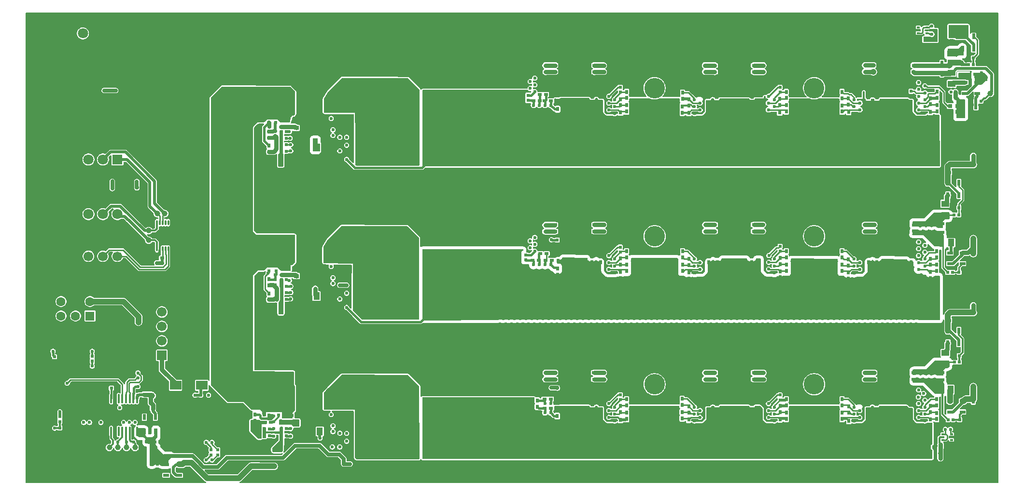
<source format=gbr>
%TF.GenerationSoftware,KiCad,Pcbnew,9.0.5*%
%TF.CreationDate,2025-10-28T20:55:23+05:00*%
%TF.ProjectId,LV08,4c563038-2e6b-4696-9361-645f70636258,rev?*%
%TF.SameCoordinates,Original*%
%TF.FileFunction,Copper,L6,Bot*%
%TF.FilePolarity,Positive*%
%FSLAX46Y46*%
G04 Gerber Fmt 4.6, Leading zero omitted, Abs format (unit mm)*
G04 Created by KiCad (PCBNEW 9.0.5) date 2025-10-28 20:55:23*
%MOMM*%
%LPD*%
G01*
G04 APERTURE LIST*
%TA.AperFunction,ComponentPad*%
%ADD10C,2.500000*%
%TD*%
%TA.AperFunction,ComponentPad*%
%ADD11R,1.700000X1.700000*%
%TD*%
%TA.AperFunction,ComponentPad*%
%ADD12C,1.700000*%
%TD*%
%TA.AperFunction,ComponentPad*%
%ADD13C,3.600000*%
%TD*%
%TA.AperFunction,ComponentPad*%
%ADD14R,1.800000X1.800000*%
%TD*%
%TA.AperFunction,ComponentPad*%
%ADD15C,1.800000*%
%TD*%
%TA.AperFunction,ComponentPad*%
%ADD16C,3.800000*%
%TD*%
%TA.AperFunction,ComponentPad*%
%ADD17C,2.000000*%
%TD*%
%TA.AperFunction,SMDPad,CuDef*%
%ADD18R,0.540005X0.790094*%
%TD*%
%TA.AperFunction,SMDPad,CuDef*%
%ADD19R,0.790094X0.540005*%
%TD*%
%TA.AperFunction,SMDPad,CuDef*%
%ADD20R,3.009906X2.799086*%
%TD*%
%TA.AperFunction,SMDPad,CuDef*%
%ADD21R,0.540005X0.565659*%
%TD*%
%TA.AperFunction,SMDPad,CuDef*%
%ADD22C,1.000000*%
%TD*%
%TA.AperFunction,SMDPad,CuDef*%
%ADD23R,0.900000X0.800000*%
%TD*%
%TA.AperFunction,SMDPad,CuDef*%
%ADD24R,2.046380X1.620015*%
%TD*%
%TA.AperFunction,SMDPad,CuDef*%
%ADD25R,1.350013X1.410008*%
%TD*%
%TA.AperFunction,SMDPad,CuDef*%
%ADD26R,0.565659X0.540005*%
%TD*%
%TA.AperFunction,SMDPad,CuDef*%
%ADD27R,2.375997X1.506248*%
%TD*%
%TA.AperFunction,SMDPad,CuDef*%
%ADD28R,0.600000X1.000000*%
%TD*%
%TA.AperFunction,SMDPad,CuDef*%
%ADD29R,0.532004X1.045009*%
%TD*%
%TA.AperFunction,SMDPad,CuDef*%
%ADD30R,1.727991X1.485014*%
%TD*%
%TA.AperFunction,SMDPad,CuDef*%
%ADD31R,1.132537X1.377013*%
%TD*%
%TA.AperFunction,SMDPad,CuDef*%
%ADD32R,0.600000X0.300000*%
%TD*%
%TA.AperFunction,SMDPad,CuDef*%
%ADD33R,0.750013X0.700000*%
%TD*%
%TA.AperFunction,SMDPad,CuDef*%
%ADD34R,1.045009X0.532004*%
%TD*%
%TA.AperFunction,SMDPad,CuDef*%
%ADD35R,1.377013X1.132537*%
%TD*%
%TA.AperFunction,SMDPad,CuDef*%
%ADD36O,0.300000X1.000000*%
%TD*%
%TA.AperFunction,SMDPad,CuDef*%
%ADD37R,1.000000X0.600000*%
%TD*%
%TA.AperFunction,SMDPad,CuDef*%
%ADD38O,0.343002X1.731496*%
%TD*%
%TA.AperFunction,ComponentPad*%
%ADD39R,1.600000X1.600000*%
%TD*%
%TA.AperFunction,ComponentPad*%
%ADD40C,1.600000*%
%TD*%
%TA.AperFunction,ViaPad*%
%ADD41C,0.600000*%
%TD*%
%TA.AperFunction,Conductor*%
%ADD42C,0.350000*%
%TD*%
%TA.AperFunction,Conductor*%
%ADD43C,0.508000*%
%TD*%
%TA.AperFunction,Conductor*%
%ADD44C,0.254000*%
%TD*%
%TA.AperFunction,Conductor*%
%ADD45C,0.300000*%
%TD*%
%TA.AperFunction,Conductor*%
%ADD46C,0.650000*%
%TD*%
%TA.AperFunction,Conductor*%
%ADD47C,0.800000*%
%TD*%
%TA.AperFunction,Conductor*%
%ADD48C,0.400000*%
%TD*%
%TA.AperFunction,Conductor*%
%ADD49C,1.000000*%
%TD*%
G04 APERTURE END LIST*
D10*
%TO.P,J10,1,-*%
%TO.N,GND*%
X87597381Y-81508503D03*
%TO.P,J10,2,+*%
%TO.N,VCC_12V0*%
X92597381Y-81508503D03*
%TD*%
%TO.P,J2,1,-*%
%TO.N,GND*%
X87600000Y-58500000D03*
%TO.P,J2,2,+*%
%TO.N,VCC_12V0*%
X92600000Y-58500000D03*
%TD*%
D11*
%TO.P,J9,1,1*%
%TO.N,Net-(D1-A)*%
X81700000Y-89435008D03*
D12*
%TO.P,J9,2,2*%
%TO.N,/ESP32/D-*%
X81700000Y-86895003D03*
%TO.P,J9,3,3*%
%TO.N,/ESP32/D+*%
X81700000Y-84354997D03*
%TO.P,J9,4,4*%
%TO.N,Net-(J9-Pad4)*%
X81700000Y-81814992D03*
%TD*%
D13*
%TO.P,M4,1,1*%
%TO.N,unconnected-(M4-Pad1)*%
X196100000Y-94525000D03*
%TD*%
D14*
%TO.P,J6,1,1*%
%TO.N,GND*%
X66285547Y-64642819D03*
D15*
%TO.P,J6,2,2*%
%TO.N,VCC_12V0*%
X68825552Y-64642819D03*
%TO.P,J6,3,3*%
%TO.N,/Sensors_Modules/FAN1_TACH*%
X71365558Y-64642819D03*
%TO.P,J6,4,4*%
%TO.N,/Sensors_Modules/FAN1_PWM*%
X73905563Y-64642819D03*
%TD*%
D11*
%TO.P,J4,1,1*%
%TO.N,GND*%
X66275000Y-72025000D03*
D12*
%TO.P,J4,2,2*%
%TO.N,VCC_3V3*%
X68815005Y-72025000D03*
%TO.P,J4,3,3*%
%TO.N,/Buck_Converters_TPS546D24ARVFR/SCL*%
X71355011Y-72025000D03*
%TO.P,J4,4,4*%
%TO.N,/Buck_Converters_TPS546D24ARVFR/SDA*%
X73895016Y-72025000D03*
%TD*%
D13*
%TO.P,M6,1,1*%
%TO.N,N/C*%
X196100000Y-42500000D03*
%TD*%
D16*
%TO.P,H4,1,1*%
%TO.N,GND*%
X86600000Y-101525000D03*
%TD*%
D13*
%TO.P,M3,1,1*%
%TO.N,unconnected-(M3-Pad1)*%
X168100000Y-94525000D03*
%TD*%
D14*
%TO.P,J7,1,1*%
%TO.N,/Sensors_Modules/FAN2_PWM*%
X73900364Y-55036661D03*
D15*
%TO.P,J7,2,2*%
%TO.N,/Sensors_Modules/FAN2_TACH*%
X71360359Y-55036661D03*
%TO.P,J7,3,3*%
%TO.N,VCC_12V0*%
X68820353Y-55036661D03*
%TO.P,J7,4,4*%
%TO.N,GND*%
X66280348Y-55036661D03*
%TD*%
D16*
%TO.P,H2,1,1*%
%TO.N,GND*%
X86587280Y-34523680D03*
%TD*%
D13*
%TO.P,M1,1,1*%
%TO.N,unconnected-(M1-Pad1)*%
X168125000Y-68525000D03*
%TD*%
D16*
%TO.P,H3,1,1*%
%TO.N,GND*%
X133106067Y-34528451D03*
%TD*%
D15*
%TO.P,K1,1,1*%
%TO.N,GND*%
X72350445Y-32879997D03*
%TO.P,K1,2,2*%
%TO.N,/ESP32/EN*%
X67849555Y-32879997D03*
D17*
%TO.P,K1,3,3*%
%TO.N,GND*%
X66500813Y-35420003D03*
%TO.P,K1,4,4*%
X73699187Y-35420003D03*
%TD*%
D13*
%TO.P,M2,1,1*%
%TO.N,unconnected-(M2-Pad1)*%
X196100000Y-68525000D03*
%TD*%
%TO.P,M5,1,1*%
%TO.N,N/C*%
X168100000Y-42500000D03*
%TD*%
D18*
%TO.P,C209,1,1*%
%TO.N,Net-(U22-VDD3_0)*%
X216450000Y-98354915D03*
%TO.P,C209,2,2*%
%TO.N,Net-(U22-VDD2_0)*%
X216450000Y-99445085D03*
%TD*%
%TO.P,C140,1,1*%
%TO.N,Net-(U16-VDD1_1)*%
X173000000Y-74590170D03*
%TO.P,C140,2,2*%
%TO.N,Net-(U16-VDD2_1)*%
X173000000Y-73500000D03*
%TD*%
D19*
%TO.P,C84,1,1*%
%TO.N,GND*%
X80650000Y-72300000D03*
%TO.P,C84,2,2*%
%TO.N,VCC_3V3*%
X81740170Y-72300000D03*
%TD*%
%TO.P,C120,1,1*%
%TO.N,GND*%
X184459830Y-38500000D03*
%TO.P,C120,2,2*%
%TO.N,/BM1366_mode1_sheet_1/1V8*%
X185550000Y-38500000D03*
%TD*%
D20*
%TO.P,C181,1,1*%
%TO.N,/BM1366_mode1_sheet_1/VDD_1*%
X182100000Y-47850000D03*
%TO.P,C181,2,2*%
%TO.N,GND*%
X182100000Y-41850000D03*
%TD*%
D18*
%TO.P,C109,1,1*%
%TO.N,Net-(U13-VDD2_1)*%
X163198424Y-45504915D03*
%TO.P,C109,2,2*%
%TO.N,Net-(U13-VDD1_1)*%
X163198424Y-46595085D03*
%TD*%
D20*
%TO.P,C255,1,1*%
%TO.N,/BM1366_mode1_sheet_3/VDD_3*%
X182100000Y-101850000D03*
%TO.P,C255,2,2*%
%TO.N,GND*%
X182100000Y-95850000D03*
%TD*%
D21*
%TO.P,R77,1,1*%
%TO.N,Net-(C106-Pad2)*%
X162100000Y-43182817D03*
%TO.P,R77,2,2*%
%TO.N,Net-(U13-NRSTO)*%
X162100000Y-42317183D03*
%TD*%
D22*
%TO.P,TP5,1,1*%
%TO.N,/Sensors_Modules/FAN1_PWM*%
X79396038Y-69222271D03*
%TD*%
D18*
%TO.P,C173,1,1*%
%TO.N,GND*%
X185200000Y-43954915D03*
%TO.P,C173,2,2*%
%TO.N,/BM1366_mode1_sheet_1/VDD_1*%
X185200000Y-45045085D03*
%TD*%
D23*
%TO.P,C16,1,1*%
%TO.N,GND*%
X105275000Y-50875025D03*
%TO.P,C16,2,2*%
%TO.N,Net-(U1-VDD5)*%
X105275000Y-49474975D03*
%TD*%
D19*
%TO.P,C259,1,1*%
%TO.N,GND*%
X219645085Y-93750000D03*
%TO.P,C259,2,2*%
%TO.N,/BM1366_mode1_sheet_3/0V8_3*%
X218554915Y-93750000D03*
%TD*%
D18*
%TO.P,C228,1,1*%
%TO.N,/BM1366_mode1_sheet_3/VDD_3*%
X151050000Y-101190170D03*
%TO.P,C228,2,2*%
%TO.N,Net-(U24-VDD1_1)*%
X151050000Y-100100000D03*
%TD*%
D24*
%TO.P,D1,1,A*%
%TO.N,Net-(D1-A)*%
X84096088Y-94690602D03*
%TO.P,D1,2,K*%
%TO.N,VCC_5V0*%
X88703912Y-94709398D03*
%TD*%
D19*
%TO.P,C237,1,1*%
%TO.N,GND*%
X179740170Y-92500000D03*
%TO.P,C237,2,2*%
%TO.N,/BM1366_mode1_sheet_3/1V8_3*%
X178650000Y-92500000D03*
%TD*%
D18*
%TO.P,C220,1,1*%
%TO.N,/BM1366_mode1_sheet_3/VDD_3*%
X174091600Y-101814885D03*
%TO.P,C220,2,2*%
%TO.N,Net-(U23-VDD1_1)*%
X174091600Y-100724715D03*
%TD*%
%TO.P,C212,1,1*%
%TO.N,/BM1366_mode1_sheet_3/VDD_3*%
X202184000Y-102018085D03*
%TO.P,C212,2,2*%
%TO.N,Net-(U22-VDD1_1)*%
X202184000Y-100927915D03*
%TD*%
%TO.P,C170,1,1*%
%TO.N,/BM1366_mode1_sheet_1/VDD_1*%
X157200000Y-45050000D03*
%TO.P,C170,2,2*%
%TO.N,GND*%
X157200000Y-43959830D03*
%TD*%
%TO.P,C253,1,1*%
%TO.N,GND*%
X177600000Y-98000000D03*
%TO.P,C253,2,2*%
%TO.N,/BM1366_mode1_sheet_3/VDD_3*%
X177600000Y-99090170D03*
%TD*%
%TO.P,C201,1,1*%
%TO.N,GND*%
X151150000Y-71750000D03*
%TO.P,C201,2,2*%
%TO.N,/BM1366_mode1_sheet_2/VDD_2*%
X151150000Y-72840170D03*
%TD*%
%TO.P,C132,1,1*%
%TO.N,Net-(U15-VDD1_1)*%
X201000000Y-74590170D03*
%TO.P,C132,2,2*%
%TO.N,Net-(U15-VDD2_1)*%
X201000000Y-73500000D03*
%TD*%
D19*
%TO.P,C75,1,1*%
%TO.N,GND*%
X81490170Y-104625000D03*
%TO.P,C75,2,2*%
%TO.N,VCC_3V3*%
X80400000Y-104625000D03*
%TD*%
%TO.P,C192,1,1*%
%TO.N,GND*%
X220845085Y-57350000D03*
%TO.P,C192,2,2*%
%TO.N,VCC_5V0*%
X219754915Y-57350000D03*
%TD*%
D25*
%TO.P,C25,1,1*%
%TO.N,GND*%
X101325000Y-67100000D03*
%TO.P,C25,2,2*%
%TO.N,VCC_12V0*%
X101325000Y-69100000D03*
%TD*%
D22*
%TO.P,TP6,1,1*%
%TO.N,/Sensors_Modules/FAN1_TACH*%
X79394478Y-67523173D03*
%TD*%
D18*
%TO.P,C49,1,1*%
%TO.N,GND*%
X80900000Y-109545085D03*
%TO.P,C49,2,2*%
%TO.N,VCC_3V3*%
X80900000Y-108454915D03*
%TD*%
%TO.P,C127,1,1*%
%TO.N,Net-(C127-Pad1)*%
X217600000Y-71154915D03*
%TO.P,C127,2,2*%
%TO.N,Net-(U15-VDD3_0)*%
X217600000Y-72245085D03*
%TD*%
D19*
%TO.P,C152,1,1*%
%TO.N,GND*%
X212459830Y-66550000D03*
%TO.P,C152,2,2*%
%TO.N,/BM1366_mode1_sheet_2/1V8_2*%
X213550000Y-66550000D03*
%TD*%
D18*
%TO.P,C97,1,1*%
%TO.N,Net-(U12-VDD2_1)*%
X202100000Y-45395085D03*
%TO.P,C97,2,2*%
%TO.N,Net-(U12-VDD3_1)*%
X202100000Y-44304915D03*
%TD*%
D25*
%TO.P,C52,1,1*%
%TO.N,GND*%
X103479600Y-90973400D03*
%TO.P,C52,2,2*%
%TO.N,VCC_12V0*%
X103479600Y-92973400D03*
%TD*%
D18*
%TO.P,C144,1,1*%
%TO.N,Net-(U16-VDD3_1)*%
X162075000Y-72429915D03*
%TO.P,C144,2,2*%
%TO.N,Net-(U16-VDD2_1)*%
X162075000Y-73520085D03*
%TD*%
%TO.P,C174,1,1*%
%TO.N,GND*%
X151100000Y-43750000D03*
%TO.P,C174,2,2*%
%TO.N,/BM1366_mode1_sheet_1/VDD_1*%
X151100000Y-44840170D03*
%TD*%
D26*
%TO.P,R6,1*%
%TO.N,Net-(U1-BP1V5)*%
X102634366Y-50150000D03*
%TO.P,R6,2*%
%TO.N,Net-(U1-MSEL2)*%
X103500000Y-50150000D03*
%TD*%
D18*
%TO.P,C91,1,1*%
%TO.N,Net-(C91-Pad1)*%
X217650000Y-43150000D03*
%TO.P,C91,2,2*%
%TO.N,Net-(U12-VDD3_0)*%
X217650000Y-44240170D03*
%TD*%
D22*
%TO.P,TP_1V8_IO1,1,1*%
%TO.N,VCC_1V8_IO*%
X79996950Y-96524395D03*
%TD*%
D19*
%TO.P,C115,1,1*%
%TO.N,GND*%
X207555085Y-39624000D03*
%TO.P,C115,2,2*%
%TO.N,/BM1366_mode1_sheet_1/0V8*%
X206464915Y-39624000D03*
%TD*%
D18*
%TO.P,C33,1,1*%
%TO.N,Net-(U2-AVIN)*%
X100500000Y-78550000D03*
%TO.P,C33,2,2*%
%TO.N,/Buck_Converters_TPS546D24ARVFR/AGND1*%
X100500000Y-79640170D03*
%TD*%
D19*
%TO.P,C55,1,1*%
%TO.N,GND*%
X105540170Y-100000000D03*
%TO.P,C55,2,2*%
%TO.N,VCC_12V0*%
X104450000Y-100000000D03*
%TD*%
D27*
%TO.P,C44,1,1*%
%TO.N,/BM1366_mode1_sheet_2/VDD_2*%
X140600000Y-72360554D03*
%TO.P,C44,2,2*%
%TO.N,GND*%
X140600000Y-68639446D03*
%TD*%
D22*
%TO.P,TP7,1,1*%
%TO.N,/Sensors_Modules/FAN2_PWM*%
X80896495Y-64521027D03*
%TD*%
D18*
%TO.P,C94,1,1*%
%TO.N,Net-(U12-VDD1_0)*%
X216500000Y-46654915D03*
%TO.P,C94,2,2*%
%TO.N,/BM1366_mode1_sheet_1/VDD_1*%
X216500000Y-47745085D03*
%TD*%
%TO.P,C82,1,1*%
%TO.N,VCC_1V8_IO*%
X78600000Y-96350000D03*
%TO.P,C82,2,2*%
%TO.N,GND*%
X78600000Y-97440170D03*
%TD*%
%TO.P,C247,1,1*%
%TO.N,/BM1366_mode1_sheet_3/VDD_3*%
X151050000Y-98845085D03*
%TO.P,C247,2,2*%
%TO.N,GND*%
X151050000Y-97754915D03*
%TD*%
D19*
%TO.P,C112,1,1*%
%TO.N,Net-(U14-VDD1_1)*%
X149940170Y-44700000D03*
%TO.P,C112,2,2*%
%TO.N,Net-(U14-VDD2_1)*%
X148850000Y-44700000D03*
%TD*%
D18*
%TO.P,C219,1,1*%
%TO.N,Net-(U22-VDD1_1)*%
X190100000Y-100650000D03*
%TO.P,C219,2,2*%
%TO.N,/BM1366_mode1_sheet_3/VDD_3*%
X190100000Y-101740170D03*
%TD*%
D28*
%TO.P,U18,1,EN*%
%TO.N,VCC_5V0*%
X224049924Y-35600152D03*
%TO.P,U18,2,GND*%
%TO.N,GND*%
X223100216Y-35600152D03*
%TO.P,U18,3,SW*%
%TO.N,Net-(U18-SW)*%
X222150254Y-35600152D03*
%TO.P,U18,4,IN*%
%TO.N,VCC_5V0*%
X222150000Y-33400000D03*
%TO.P,U18,5,FB*%
%TO.N,Net-(U18-FB)*%
X224050178Y-33400000D03*
%TD*%
D19*
%TO.P,C153,1,1*%
%TO.N,GND*%
X207740170Y-66500000D03*
%TO.P,C153,2,2*%
%TO.N,/BM1366_mode1_sheet_2/1V8_2*%
X206650000Y-66500000D03*
%TD*%
D26*
%TO.P,R96,1,1*%
%TO.N,Net-(U19-FB)*%
X224450000Y-44800000D03*
%TO.P,R96,2,2*%
%TO.N,/BM1366_mode1_sheet_1/0V8*%
X225315634Y-44800000D03*
%TD*%
D21*
%TO.P,R5,1,1*%
%TO.N,/Buck_Converters_TPS546D24ARVFR/AGND0*%
X101596300Y-50922517D03*
%TO.P,R5,2,2*%
%TO.N,Net-(U1-EN{slash}UVLO)*%
X101596300Y-50056883D03*
%TD*%
D18*
%TO.P,C213,1,1*%
%TO.N,Net-(U22-VDD1_1)*%
X201000000Y-100595085D03*
%TO.P,C213,2,2*%
%TO.N,Net-(U22-VDD2_1)*%
X201000000Y-99504915D03*
%TD*%
D19*
%TO.P,C125,1,1*%
%TO.N,GND*%
X151740170Y-38500000D03*
%TO.P,C125,2,2*%
%TO.N,/BM1366_mode1_sheet_1/1V8*%
X150650000Y-38500000D03*
%TD*%
D18*
%TO.P,C107,1,1*%
%TO.N,Net-(C106-Pad2)*%
X163200000Y-43159830D03*
%TO.P,C107,2,2*%
%TO.N,Net-(U13-VDD3_1)*%
X163200000Y-44250000D03*
%TD*%
%TO.P,C147,1,1*%
%TO.N,/BM1366_mode1_sheet_2/VDD_2*%
X151100000Y-75290170D03*
%TO.P,C147,2,2*%
%TO.N,Net-(U17-VDD1_1)*%
X151100000Y-74200000D03*
%TD*%
D19*
%TO.P,C113,1,1*%
%TO.N,Net-(U14-VDD2_1)*%
X149040170Y-43600000D03*
%TO.P,C113,2,2*%
%TO.N,Net-(U14-VDD3_1)*%
X147950000Y-43600000D03*
%TD*%
D18*
%TO.P,C199,1,1*%
%TO.N,GND*%
X207100000Y-72000000D03*
%TO.P,C199,2,2*%
%TO.N,/BM1366_mode1_sheet_2/VDD_2*%
X207100000Y-73090170D03*
%TD*%
D19*
%TO.P,C160,1,1*%
%TO.N,GND*%
X156454915Y-66500000D03*
%TO.P,C160,2,2*%
%TO.N,/BM1366_mode1_sheet_2/1V8_2*%
X157545085Y-66500000D03*
%TD*%
D18*
%TO.P,C196,1,1*%
%TO.N,/BM1366_mode1_sheet_2/VDD_2*%
X213100000Y-73090170D03*
%TO.P,C196,2,2*%
%TO.N,GND*%
X213100000Y-72000000D03*
%TD*%
D26*
%TO.P,R121,1,1*%
%TO.N,Net-(U25-FB)*%
X221550000Y-90650000D03*
%TO.P,R121,2,2*%
%TO.N,/BM1366_mode1_sheet_3/1V8_3*%
X220684366Y-90650000D03*
%TD*%
D19*
%TO.P,C231,1,1*%
%TO.N,Net-(U24-VDD3_1)*%
X148804915Y-97100000D03*
%TO.P,C231,2,2*%
%TO.N,Net-(C231-Pad2)*%
X149895085Y-97100000D03*
%TD*%
D18*
%TO.P,C177,1,1*%
%TO.N,GND*%
X177600000Y-44000000D03*
%TO.P,C177,2,2*%
%TO.N,/BM1366_mode1_sheet_1/VDD_1*%
X177600000Y-45090170D03*
%TD*%
D21*
%TO.P,R57,1,1*%
%TO.N,/ESP32/VDD_SAMPLE*%
X63800000Y-102167183D03*
%TO.P,R57,2,2*%
%TO.N,GND*%
X63800000Y-103032817D03*
%TD*%
D26*
%TO.P,R139,1*%
%TO.N,Net-(U4-BP1V5)*%
X99667183Y-103600000D03*
%TO.P,R139,2*%
%TO.N,Net-(U4-ADRSEL)*%
X100532817Y-103600000D03*
%TD*%
D29*
%TO.P,U6,1,VIN*%
%TO.N,VCC_3V3*%
X80549962Y-102800013D03*
%TO.P,U6,2,GND*%
%TO.N,GND*%
X79600000Y-102800013D03*
%TO.P,U6,3,EN*%
%TO.N,VCC_3V3*%
X78650038Y-102800013D03*
%TO.P,U6,4,NC*%
%TO.N,unconnected-(U6-NC-Pad4)*%
X78650038Y-100300013D03*
%TO.P,U6,5,VOUT*%
%TO.N,VCC_1V8_IO*%
X80549962Y-100300013D03*
%TD*%
D18*
%TO.P,C223,1,1*%
%TO.N,Net-(U23-VDD3_1)*%
X172950000Y-98145085D03*
%TO.P,C223,2,2*%
%TO.N,Net-(C223-Pad2)*%
X172950000Y-97054915D03*
%TD*%
D22*
%TO.P,TP_5V0,1,1*%
%TO.N,VCC_5V0*%
X98796453Y-108923055D03*
%TD*%
D18*
%TO.P,C202,1,1*%
%TO.N,GND*%
X177600000Y-72000000D03*
%TO.P,C202,2,2*%
%TO.N,/BM1366_mode1_sheet_2/VDD_2*%
X177600000Y-73090170D03*
%TD*%
D22*
%TO.P,1V8,1,1*%
%TO.N,/BM1366_mode1_sheet_1/1V8*%
X221894400Y-38150800D03*
%TD*%
D18*
%TO.P,C203,1,1*%
%TO.N,GND*%
X205600000Y-71950000D03*
%TO.P,C203,2,2*%
%TO.N,/BM1366_mode1_sheet_2/VDD_2*%
X205600000Y-73040170D03*
%TD*%
D22*
%TO.P,0V8,1,1*%
%TO.N,/BM1366_mode1_sheet_1/0V8*%
X226993861Y-43421556D03*
%TD*%
D19*
%TO.P,C242,1,1*%
%TO.N,GND*%
X151740170Y-92500000D03*
%TO.P,C242,2,2*%
%TO.N,/BM1366_mode1_sheet_3/1V8_3*%
X150650000Y-92500000D03*
%TD*%
D18*
%TO.P,C197,1,1*%
%TO.N,/BM1366_mode1_sheet_2/VDD_2*%
X185100000Y-73090170D03*
%TO.P,C197,2,2*%
%TO.N,GND*%
X185100000Y-72000000D03*
%TD*%
D27*
%TO.P,C70,1,1*%
%TO.N,/BM1366_mode1_sheet_3/VDD_3*%
X143600000Y-98360554D03*
%TO.P,C70,2,2*%
%TO.N,GND*%
X143600000Y-94639446D03*
%TD*%
D26*
%TO.P,R95,1,1*%
%TO.N,GND*%
X223167183Y-37200000D03*
%TO.P,R95,2,2*%
%TO.N,Net-(U18-FB)*%
X224032817Y-37200000D03*
%TD*%
D18*
%TO.P,C142,1,1*%
%TO.N,Net-(U16-VDD3_1)*%
X173000000Y-72250000D03*
%TO.P,C142,2,2*%
%TO.N,Net-(C142-Pad2)*%
X173000000Y-71159830D03*
%TD*%
D19*
%TO.P,C151,1,1*%
%TO.N,GND*%
X212459830Y-67600000D03*
%TO.P,C151,2,2*%
%TO.N,/BM1366_mode1_sheet_2/0V8_2*%
X213550000Y-67600000D03*
%TD*%
D18*
%TO.P,C178,1,1*%
%TO.N,GND*%
X158600000Y-43959830D03*
%TO.P,C178,2,2*%
%TO.N,/BM1366_mode1_sheet_1/VDD_1*%
X158600000Y-45050000D03*
%TD*%
D30*
%TO.P,C42,1,1*%
%TO.N,GND*%
X143700000Y-68907417D03*
%TO.P,C42,2,2*%
%TO.N,/BM1366_mode1_sheet_2/VDD_2*%
X143700000Y-72092583D03*
%TD*%
D27*
%TO.P,C43,1,1*%
%TO.N,/BM1366_mode1_sheet_2/VDD_2*%
X137600000Y-72360554D03*
%TO.P,C43,2,2*%
%TO.N,GND*%
X137600000Y-68639446D03*
%TD*%
D19*
%TO.P,C229,1,1*%
%TO.N,Net-(U24-VDD1_1)*%
X149895085Y-98700000D03*
%TO.P,C229,2,2*%
%TO.N,Net-(U24-VDD2_1)*%
X148804915Y-98700000D03*
%TD*%
%TO.P,C122,1,1*%
%TO.N,GND*%
X179740170Y-39650000D03*
%TO.P,C122,2,2*%
%TO.N,/BM1366_mode1_sheet_1/0V8*%
X178650000Y-39650000D03*
%TD*%
D22*
%TO.P,TP_12V1,1,1*%
%TO.N,VCC_12V0*%
X92735400Y-46431200D03*
%TD*%
D20*
%TO.P,C257,1,1*%
%TO.N,/BM1366_mode1_sheet_3/VDD_3*%
X210100000Y-101850000D03*
%TO.P,C257,2,2*%
%TO.N,GND*%
X210100000Y-95850000D03*
%TD*%
D19*
%TO.P,C156,1,1*%
%TO.N,GND*%
X184450000Y-66500000D03*
%TO.P,C156,2,2*%
%TO.N,/BM1366_mode1_sheet_2/1V8_2*%
X185540170Y-66500000D03*
%TD*%
D31*
%TO.P,R99,1,1*%
%TO.N,GND*%
X107400000Y-102800000D03*
%TO.P,R99,2,2*%
%TO.N,/Buck_Converters_TPS546D24ARVFR/AGND2*%
X109400000Y-102800000D03*
%TD*%
D19*
%TO.P,C157,1,1*%
%TO.N,GND*%
X179745085Y-66500000D03*
%TO.P,C157,2,2*%
%TO.N,/BM1366_mode1_sheet_2/1V8_2*%
X178654915Y-66500000D03*
%TD*%
D18*
%TO.P,C230,1,1*%
%TO.N,Net-(U24-VDD2_1)*%
X147550000Y-98445085D03*
%TO.P,C230,2,2*%
%TO.N,Net-(U24-VDD3_1)*%
X147550000Y-97354915D03*
%TD*%
%TO.P,C143,1,1*%
%TO.N,Net-(C142-Pad2)*%
X163200000Y-71159830D03*
%TO.P,C143,2,2*%
%TO.N,Net-(U16-VDD3_1)*%
X163200000Y-72250000D03*
%TD*%
D26*
%TO.P,R130,1,1*%
%TO.N,Net-(U2-BP1V5)*%
X102684366Y-77300000D03*
%TO.P,R130,2,2*%
%TO.N,Net-(U2-VSEL)*%
X103550000Y-77300000D03*
%TD*%
D18*
%TO.P,C111,1,1*%
%TO.N,/BM1366_mode1_sheet_1/VDD_1*%
X151100000Y-47290170D03*
%TO.P,C111,2,2*%
%TO.N,Net-(U14-VDD1_1)*%
X151100000Y-46200000D03*
%TD*%
%TO.P,C99,1,1*%
%TO.N,Net-(C98-Pad2)*%
X191199606Y-43159830D03*
%TO.P,C99,2,2*%
%TO.N,Net-(U12-VDD3_1)*%
X191199606Y-44250000D03*
%TD*%
%TO.P,C171,1,1*%
%TO.N,/BM1366_mode1_sheet_1/VDD_1*%
X207100000Y-45190170D03*
%TO.P,C171,2,2*%
%TO.N,GND*%
X207100000Y-44100000D03*
%TD*%
D25*
%TO.P,C5,1,1*%
%TO.N,GND*%
X98150000Y-41225000D03*
%TO.P,C5,2,2*%
%TO.N,VCC_12V0*%
X98150000Y-43225000D03*
%TD*%
D18*
%TO.P,C258,1,1*%
%TO.N,GND*%
X224000000Y-98650000D03*
%TO.P,C258,2,2*%
%TO.N,VCC_5V0*%
X224000000Y-97559830D03*
%TD*%
%TO.P,C227,1,1*%
%TO.N,Net-(U23-VDD1_1)*%
X162100000Y-100750000D03*
%TO.P,C227,2,2*%
%TO.N,/BM1366_mode1_sheet_3/VDD_3*%
X162100000Y-101840170D03*
%TD*%
D26*
%TO.P,R37,1,1*%
%TO.N,Net-(U4-EN{slash}UVLO)*%
X102167183Y-99900000D03*
%TO.P,R37,2,2*%
%TO.N,VCC_12V0*%
X103032817Y-99900000D03*
%TD*%
D18*
%TO.P,C128,1,1*%
%TO.N,Net-(U15-VDD3_0)*%
X216500000Y-72454915D03*
%TO.P,C128,2,2*%
%TO.N,Net-(U15-VDD2_0)*%
X216500000Y-73545085D03*
%TD*%
D23*
%TO.P,C72,1,1*%
%TO.N,GND*%
X105325000Y-102900025D03*
%TO.P,C72,2,2*%
%TO.N,Net-(U4-VDD5)*%
X105325000Y-101499975D03*
%TD*%
D21*
%TO.P,R76,1,1*%
%TO.N,Net-(C98-Pad2)*%
X190100000Y-43215634D03*
%TO.P,R76,2,2*%
%TO.N,Net-(U12-NRSTO)*%
X190100000Y-42350000D03*
%TD*%
D26*
%TO.P,R131,1*%
%TO.N,Net-(U2-BP1V5)*%
X102684366Y-78450000D03*
%TO.P,R131,2*%
%TO.N,Net-(U2-ADRSEL)*%
X103550000Y-78450000D03*
%TD*%
D22*
%TO.P,1V8_3,1,1*%
%TO.N,/BM1366_mode1_sheet_3/1V8_3*%
X217396261Y-91021959D03*
%TD*%
D20*
%TO.P,C182,1,1*%
%TO.N,/BM1366_mode1_sheet_1/VDD_1*%
X154100000Y-47850000D03*
%TO.P,C182,2,2*%
%TO.N,GND*%
X154100000Y-41850000D03*
%TD*%
D26*
%TO.P,R124,1,1*%
%TO.N,GND*%
X222482817Y-100750000D03*
%TO.P,R124,2,2*%
%TO.N,Net-(U26-FB)*%
X221617183Y-100750000D03*
%TD*%
D32*
%TO.P,U10,1,SCL*%
%TO.N,/Buck_Converters_TPS546D24ARVFR/SCL*%
X220199974Y-103300000D03*
%TO.P,U10,2,GND*%
%TO.N,GND*%
X220199974Y-103799873D03*
%TO.P,U10,3,ALERT*%
%TO.N,unconnected-(U10-ALERT-Pad3)*%
X220199974Y-104300000D03*
%TO.P,U10,4,A0*%
%TO.N,/Buck_Converters_TPS546D24ARVFR/SDA*%
X218700000Y-104300000D03*
%TO.P,U10,5,V+*%
%TO.N,VCC_3V3*%
X218700000Y-103799873D03*
%TO.P,U10,6,SDA*%
%TO.N,/Buck_Converters_TPS546D24ARVFR/SDA*%
X218700000Y-103300000D03*
%TD*%
D18*
%TO.P,C146,1,1*%
%TO.N,Net-(U16-VDD1_1)*%
X162100000Y-74754915D03*
%TO.P,C146,2,2*%
%TO.N,/BM1366_mode1_sheet_2/VDD_2*%
X162100000Y-75845085D03*
%TD*%
%TO.P,C100,1,1*%
%TO.N,Net-(U12-VDD3_1)*%
X190050000Y-44400000D03*
%TO.P,C100,2,2*%
%TO.N,Net-(U12-VDD2_1)*%
X190050000Y-45490170D03*
%TD*%
D31*
%TO.P,L8,1,1*%
%TO.N,Net-(U21-SW)*%
X220116218Y-69650000D03*
%TO.P,L8,2,2*%
%TO.N,/BM1366_mode1_sheet_2/0V8_2*%
X218183782Y-69650000D03*
%TD*%
D18*
%TO.P,C92,1,1*%
%TO.N,Net-(U12-VDD3_0)*%
X216500000Y-44254915D03*
%TO.P,C92,2,2*%
%TO.N,Net-(U12-VDD2_0)*%
X216500000Y-45345085D03*
%TD*%
%TO.P,C141,1,1*%
%TO.N,Net-(U16-VDD2_1)*%
X174100000Y-73595085D03*
%TO.P,C141,2,2*%
%TO.N,Net-(U16-VDD3_1)*%
X174100000Y-72504915D03*
%TD*%
%TO.P,C200,1,1*%
%TO.N,GND*%
X179100000Y-71954915D03*
%TO.P,C200,2,2*%
%TO.N,/BM1366_mode1_sheet_2/VDD_2*%
X179100000Y-73045085D03*
%TD*%
D19*
%TO.P,C126,1,1*%
%TO.N,GND*%
X151740170Y-39600000D03*
%TO.P,C126,2,2*%
%TO.N,/BM1366_mode1_sheet_1/0V8*%
X150650000Y-39600000D03*
%TD*%
D21*
%TO.P,R92,1,1*%
%TO.N,Net-(C142-Pad2)*%
X162075000Y-71282817D03*
%TO.P,R92,2,2*%
%TO.N,Net-(U16-NRSTO)*%
X162075000Y-70417183D03*
%TD*%
D26*
%TO.P,R129,1*%
%TO.N,Net-(U2-BP1V5)*%
X102684366Y-76150000D03*
%TO.P,R129,2*%
%TO.N,Net-(U2-MSEL2)*%
X103550000Y-76150000D03*
%TD*%
D19*
%TO.P,C148,1,1*%
%TO.N,Net-(U17-VDD1_1)*%
X150112394Y-72721952D03*
%TO.P,C148,2,2*%
%TO.N,Net-(U17-VDD2_1)*%
X149022224Y-72721952D03*
%TD*%
D18*
%TO.P,C102,1,1*%
%TO.N,/BM1366_mode1_sheet_1/VDD_1*%
X190050000Y-47840170D03*
%TO.P,C102,2,2*%
%TO.N,Net-(U12-VDD1_1)*%
X190050000Y-46750000D03*
%TD*%
D33*
%TO.P,Y2,1,E/D*%
%TO.N,/BM1366_mode1_sheet_1/1V8*%
X221250000Y-46650000D03*
%TO.P,Y2,2,GND*%
%TO.N,GND*%
X219899988Y-46650000D03*
%TO.P,Y2,3,FOUT*%
%TO.N,/BM1366_mode1_sheet_1/CLKI*%
X219899988Y-45650000D03*
%TO.P,Y2,4,VDD*%
%TO.N,/BM1366_mode1_sheet_1/1V8*%
X221250000Y-45650000D03*
%TD*%
D22*
%TO.P,0V8_2,1,1*%
%TO.N,/BM1366_mode1_sheet_2/0V8_2*%
X216800000Y-69050000D03*
%TD*%
D18*
%TO.P,C17,1,1*%
%TO.N,/Buck_Converters_TPS546D24ARVFR/AGND0*%
X100500000Y-51260000D03*
%TO.P,C17,2,2*%
%TO.N,Net-(U1-EN{slash}UVLO)*%
X100500000Y-50169830D03*
%TD*%
D22*
%TO.P,TP8,1,1*%
%TO.N,/Sensors_Modules/FAN2_TACH*%
X82197473Y-64522209D03*
%TD*%
D20*
%TO.P,C207,1,1*%
%TO.N,/BM1366_mode1_sheet_2/VDD_2*%
X210100000Y-75800000D03*
%TO.P,C207,2,2*%
%TO.N,GND*%
X210100000Y-69800000D03*
%TD*%
D31*
%TO.P,L10,1,1*%
%TO.N,Net-(U26-SW)*%
X220016218Y-95450000D03*
%TO.P,L10,2,2*%
%TO.N,/BM1366_mode1_sheet_3/0V8_3*%
X218083782Y-95450000D03*
%TD*%
D19*
%TO.P,C240,1,1*%
%TO.N,GND*%
X156414745Y-93650000D03*
%TO.P,C240,2,2*%
%TO.N,/BM1366_mode1_sheet_3/0V8_3*%
X157504915Y-93650000D03*
%TD*%
D26*
%TO.P,R94,1,1*%
%TO.N,Net-(U18-FB)*%
X224032817Y-38400000D03*
%TO.P,R94,2,2*%
%TO.N,/BM1366_mode1_sheet_1/1V8*%
X223167183Y-38400000D03*
%TD*%
D18*
%TO.P,C226,1,1*%
%TO.N,Net-(U23-VDD2_1)*%
X163200000Y-99509830D03*
%TO.P,C226,2,2*%
%TO.N,Net-(U23-VDD1_1)*%
X163200000Y-100600000D03*
%TD*%
D26*
%TO.P,R132,1,1*%
%TO.N,Net-(U2-BP1V5)*%
X102684366Y-79600000D03*
%TO.P,R132,2,2*%
%TO.N,Net-(U2-MSEL1)*%
X103550000Y-79600000D03*
%TD*%
D18*
%TO.P,C103,1,1*%
%TO.N,/BM1366_mode1_sheet_1/VDD_1*%
X174100000Y-47895085D03*
%TO.P,C103,2,2*%
%TO.N,Net-(U13-VDD1_1)*%
X174100000Y-46804915D03*
%TD*%
D26*
%TO.P,R102,1,1*%
%TO.N,GND*%
X220617183Y-63500000D03*
%TO.P,R102,2,2*%
%TO.N,Net-(U20-FB)*%
X221482817Y-63500000D03*
%TD*%
D21*
%TO.P,R11,1,1*%
%TO.N,/Buck_Converters_TPS546D24ARVFR/PMB_SDA*%
X91500000Y-106050000D03*
%TO.P,R11,2,2*%
%TO.N,/Buck_Converters_TPS546D24ARVFR/SDA*%
X91500000Y-106915634D03*
%TD*%
D22*
%TO.P,0V8_3,1,1*%
%TO.N,/BM1366_mode1_sheet_3/0V8_3*%
X216796666Y-94923334D03*
%TD*%
D21*
%TO.P,R91,1,1*%
%TO.N,Net-(C134-Pad2)*%
X190100000Y-71132817D03*
%TO.P,R91,2,2*%
%TO.N,Net-(U15-NRSTO)*%
X190100000Y-70267183D03*
%TD*%
D19*
%TO.P,C232,1,1*%
%TO.N,GND*%
X212454915Y-93650000D03*
%TO.P,C232,2,2*%
%TO.N,/BM1366_mode1_sheet_3/0V8_3*%
X213545085Y-93650000D03*
%TD*%
D25*
%TO.P,C54,1,1*%
%TO.N,GND*%
X99175000Y-91050000D03*
%TO.P,C54,2,2*%
%TO.N,VCC_12V0*%
X99175000Y-93050000D03*
%TD*%
D19*
%TO.P,C83,1,1*%
%TO.N,VCC_3V3*%
X79017370Y-104597200D03*
%TO.P,C83,2,2*%
%TO.N,GND*%
X77927200Y-104597200D03*
%TD*%
D18*
%TO.P,C251,1,1*%
%TO.N,GND*%
X207000000Y-97954915D03*
%TO.P,C251,2,2*%
%TO.N,/BM1366_mode1_sheet_3/VDD_3*%
X207000000Y-99045085D03*
%TD*%
D30*
%TO.P,C13,1,1*%
%TO.N,GND*%
X137589987Y-40932184D03*
%TO.P,C13,2,2*%
%TO.N,/BM1366_mode1_sheet_1/VDD_1*%
X137589987Y-44117350D03*
%TD*%
D18*
%TO.P,C93,1,1*%
%TO.N,Net-(U12-VDD2_0)*%
X217650000Y-45509830D03*
%TO.P,C93,2,2*%
%TO.N,Net-(U12-VDD1_0)*%
X217650000Y-46600000D03*
%TD*%
%TO.P,C139,1,1*%
%TO.N,/BM1366_mode1_sheet_2/VDD_2*%
X174100000Y-75920085D03*
%TO.P,C139,2,2*%
%TO.N,Net-(U16-VDD1_1)*%
X174100000Y-74829915D03*
%TD*%
D21*
%TO.P,R100,1,1*%
%TO.N,Net-(C150-Pad2)*%
X145500000Y-72665634D03*
%TO.P,R100,2,2*%
%TO.N,/BM1366_mode1_sheet_2/NRSTO2*%
X145500000Y-71800000D03*
%TD*%
D26*
%TO.P,R122,1,1*%
%TO.N,GND*%
X220684366Y-89500000D03*
%TO.P,R122,2,2*%
%TO.N,Net-(U25-FB)*%
X221550000Y-89500000D03*
%TD*%
D18*
%TO.P,C130,1,1*%
%TO.N,Net-(U15-VDD1_0)*%
X216500000Y-74804915D03*
%TO.P,C130,2,2*%
%TO.N,/BM1366_mode1_sheet_2/VDD_2*%
X216500000Y-75895085D03*
%TD*%
D19*
%TO.P,C161,1,1*%
%TO.N,GND*%
X151740170Y-66500000D03*
%TO.P,C161,2,2*%
%TO.N,/BM1366_mode1_sheet_2/1V8_2*%
X150650000Y-66500000D03*
%TD*%
D26*
%TO.P,R104,1,1*%
%TO.N,GND*%
X222365634Y-74850000D03*
%TO.P,R104,2,2*%
%TO.N,Net-(U21-FB)*%
X221500000Y-74850000D03*
%TD*%
D21*
%TO.P,R2,1,1*%
%TO.N,Net-(U1-EN{slash}UVLO)*%
X101637341Y-48538319D03*
%TO.P,R2,2,2*%
%TO.N,VCC_12V0*%
X101637341Y-47672685D03*
%TD*%
D23*
%TO.P,C45,1,1*%
%TO.N,GND*%
X105283000Y-76900025D03*
%TO.P,C45,2,2*%
%TO.N,Net-(U2-VDD5)*%
X105283000Y-75499975D03*
%TD*%
D18*
%TO.P,C222,1,1*%
%TO.N,Net-(U23-VDD2_1)*%
X174091600Y-99478085D03*
%TO.P,C222,2,2*%
%TO.N,Net-(U23-VDD3_1)*%
X174091600Y-98387915D03*
%TD*%
D34*
%TO.P,U3,1,VIN*%
%TO.N,VCC_5V0*%
X84747574Y-108600038D03*
%TO.P,U3,2,GND*%
%TO.N,GND*%
X84747574Y-109550000D03*
%TO.P,U3,3,EN*%
%TO.N,VCC_5V0*%
X84747574Y-110499962D03*
%TO.P,U3,4,NC*%
%TO.N,unconnected-(U3-NC-Pad4)*%
X82452426Y-110499962D03*
%TO.P,U3,5,VOUT*%
%TO.N,VCC_3V3*%
X82452426Y-108600038D03*
%TD*%
D35*
%TO.P,L7,1,1*%
%TO.N,Net-(U20-SW)*%
X219050000Y-62833782D03*
%TO.P,L7,2,2*%
%TO.N,/BM1366_mode1_sheet_2/1V8_2*%
X219050000Y-64766218D03*
%TD*%
D25*
%TO.P,C26,1,1*%
%TO.N,GND*%
X99375000Y-67100000D03*
%TO.P,C26,2,2*%
%TO.N,VCC_12V0*%
X99375000Y-69100000D03*
%TD*%
D19*
%TO.P,C238,1,1*%
%TO.N,GND*%
X184450000Y-92500000D03*
%TO.P,C238,2,2*%
%TO.N,/BM1366_mode1_sheet_3/1V8_3*%
X185540170Y-92500000D03*
%TD*%
D18*
%TO.P,C108,1,1*%
%TO.N,Net-(U13-VDD3_1)*%
X162150000Y-44429915D03*
%TO.P,C108,2,2*%
%TO.N,Net-(U13-VDD2_1)*%
X162150000Y-45520085D03*
%TD*%
D19*
%TO.P,C244,1,1*%
%TO.N,GND*%
X220850000Y-83300000D03*
%TO.P,C244,2,2*%
%TO.N,VCC_5V0*%
X219759830Y-83300000D03*
%TD*%
D26*
%TO.P,R9,1*%
%TO.N,Net-(U1-BP1V5)*%
X102634366Y-52450000D03*
%TO.P,R9,2*%
%TO.N,Net-(U1-ADRSEL)*%
X103500000Y-52450000D03*
%TD*%
D19*
%TO.P,C116,1,1*%
%TO.N,GND*%
X207555085Y-38481000D03*
%TO.P,C116,2,2*%
%TO.N,/BM1366_mode1_sheet_1/1V8*%
X206464915Y-38481000D03*
%TD*%
D25*
%TO.P,C24,1,1*%
%TO.N,GND*%
X103300000Y-67100000D03*
%TO.P,C24,2,2*%
%TO.N,VCC_12V0*%
X103300000Y-69100000D03*
%TD*%
D21*
%TO.P,R20,1,1*%
%TO.N,Net-(U2-AVIN)*%
X100457000Y-74600817D03*
%TO.P,R20,2,2*%
%TO.N,VCC_12V0*%
X100457000Y-73735183D03*
%TD*%
D19*
%TO.P,C6,1,1*%
%TO.N,GND*%
X105045085Y-47800000D03*
%TO.P,C6,2,2*%
%TO.N,VCC_12V0*%
X103954915Y-47800000D03*
%TD*%
D22*
%TO.P,TP2,1,1*%
%TO.N,/BM1366_mode1_sheet_1/CI*%
X75495817Y-105621513D03*
%TD*%
D25*
%TO.P,C3,1,1*%
%TO.N,GND*%
X103150000Y-41125000D03*
%TO.P,C3,2,2*%
%TO.N,VCC_12V0*%
X103150000Y-43125000D03*
%TD*%
D18*
%TO.P,C204,1,1*%
%TO.N,GND*%
X158600000Y-72000000D03*
%TO.P,C204,2,2*%
%TO.N,/BM1366_mode1_sheet_2/VDD_2*%
X158600000Y-73090170D03*
%TD*%
D26*
%TO.P,R101,1,1*%
%TO.N,Net-(U20-FB)*%
X221482817Y-64750000D03*
%TO.P,R101,2,2*%
%TO.N,/BM1366_mode1_sheet_2/1V8_2*%
X220617183Y-64750000D03*
%TD*%
D18*
%TO.P,C137,1,1*%
%TO.N,Net-(U15-VDD2_1)*%
X191201576Y-73489814D03*
%TO.P,C137,2,2*%
%TO.N,Net-(U15-VDD1_1)*%
X191201576Y-74579984D03*
%TD*%
%TO.P,C96,1,1*%
%TO.N,Net-(U12-VDD1_1)*%
X200998030Y-46620016D03*
%TO.P,C96,2,2*%
%TO.N,Net-(U12-VDD2_1)*%
X200998030Y-45529846D03*
%TD*%
%TO.P,C254,1,1*%
%TO.N,GND*%
X205600000Y-98004915D03*
%TO.P,C254,2,2*%
%TO.N,/BM1366_mode1_sheet_3/VDD_3*%
X205600000Y-99095085D03*
%TD*%
%TO.P,C224,1,1*%
%TO.N,Net-(C223-Pad2)*%
X163200000Y-97159830D03*
%TO.P,C224,2,2*%
%TO.N,Net-(U23-VDD3_1)*%
X163200000Y-98250000D03*
%TD*%
D19*
%TO.P,C195,1,1*%
%TO.N,GND*%
X219640170Y-67850000D03*
%TO.P,C195,2,2*%
%TO.N,/BM1366_mode1_sheet_2/0V8_2*%
X218550000Y-67850000D03*
%TD*%
D21*
%TO.P,R12,1,1*%
%TO.N,/Buck_Converters_TPS546D24ARVFR/PMB_SCL*%
X90350000Y-106050000D03*
%TO.P,R12,2,2*%
%TO.N,/Buck_Converters_TPS546D24ARVFR/SCL*%
X90350000Y-106915634D03*
%TD*%
D18*
%TO.P,C165,1,1*%
%TO.N,GND*%
X218500000Y-36954915D03*
%TO.P,C165,2,2*%
%TO.N,/BM1366_mode1_sheet_1/1V8*%
X218500000Y-38045085D03*
%TD*%
D19*
%TO.P,C117,1,1*%
%TO.N,GND*%
X212459830Y-38500000D03*
%TO.P,C117,2,2*%
%TO.N,/BM1366_mode1_sheet_1/1V8*%
X213550000Y-38500000D03*
%TD*%
D18*
%TO.P,C48,1,1*%
%TO.N,GND*%
X86400000Y-109545085D03*
%TO.P,C48,2,2*%
%TO.N,VCC_5V0*%
X86400000Y-108454915D03*
%TD*%
D19*
%TO.P,C166,1,1*%
%TO.N,GND*%
X223254915Y-40050000D03*
%TO.P,C166,2,2*%
%TO.N,VCC_5V0*%
X224345085Y-40050000D03*
%TD*%
D36*
%TO.P,U9,1,SMDATA*%
%TO.N,/Buck_Converters_TPS546D24ARVFR/SDA*%
X82826170Y-70727776D03*
%TO.P,U9,2,SMCLK*%
%TO.N,/Buck_Converters_TPS546D24ARVFR/SCL*%
X82326043Y-70727776D03*
%TO.P,U9,3,VDD*%
%TO.N,VCC_3V3*%
X81826170Y-70727776D03*
%TO.P,U9,4,GND*%
%TO.N,GND*%
X81326043Y-70727776D03*
%TO.P,U9,5,PWM1*%
%TO.N,/Sensors_Modules/FAN1_PWM*%
X80826170Y-70727776D03*
%TO.P,U9,6,TACH1*%
%TO.N,/Sensors_Modules/FAN1_TACH*%
X80826170Y-66127826D03*
%TO.P,U9,7,PWM2*%
%TO.N,/Sensors_Modules/FAN2_PWM*%
X81326043Y-66127826D03*
%TO.P,U9,8,TACH2*%
%TO.N,/Sensors_Modules/FAN2_TACH*%
X81826170Y-66127826D03*
%TO.P,U9,9,CLK*%
%TO.N,unconnected-(U9-CLK-Pad9)*%
X82326043Y-66127826D03*
%TO.P,U9,10,ALERT#*%
%TO.N,unconnected-(U9-ALERT#-Pad10)*%
X82826170Y-66127826D03*
%TD*%
D18*
%TO.P,C104,1,1*%
%TO.N,Net-(U13-VDD1_1)*%
X172975000Y-46795085D03*
%TO.P,C104,2,2*%
%TO.N,Net-(U13-VDD2_1)*%
X172975000Y-45704915D03*
%TD*%
D26*
%TO.P,R138,1,1*%
%TO.N,Net-(U4-BP1V5)*%
X102667183Y-102300000D03*
%TO.P,R138,2,2*%
%TO.N,Net-(U4-VSEL)*%
X103532817Y-102300000D03*
%TD*%
D19*
%TO.P,C154,1,1*%
%TO.N,GND*%
X207740170Y-67650000D03*
%TO.P,C154,2,2*%
%TO.N,/BM1366_mode1_sheet_2/0V8_2*%
X206650000Y-67650000D03*
%TD*%
D21*
%TO.P,R24,1,1*%
%TO.N,/Buck_Converters_TPS546D24ARVFR/AGND1*%
X101550000Y-77032817D03*
%TO.P,R24,2,2*%
%TO.N,Net-(U2-EN{slash}UVLO)*%
X101550000Y-76167183D03*
%TD*%
D19*
%TO.P,C241,1,1*%
%TO.N,GND*%
X156404915Y-92500000D03*
%TO.P,C241,2,2*%
%TO.N,/BM1366_mode1_sheet_3/1V8_3*%
X157495085Y-92500000D03*
%TD*%
D31*
%TO.P,R98,1,1*%
%TO.N,GND*%
X106825000Y-79025000D03*
%TO.P,R98,2,2*%
%TO.N,/Buck_Converters_TPS546D24ARVFR/AGND1*%
X108825000Y-79025000D03*
%TD*%
D18*
%TO.P,C105,1,1*%
%TO.N,Net-(U13-VDD2_1)*%
X174100000Y-45545085D03*
%TO.P,C105,2,2*%
%TO.N,Net-(U13-VDD3_1)*%
X174100000Y-44454915D03*
%TD*%
D26*
%TO.P,R140,1,1*%
%TO.N,Net-(U4-BP1V5)*%
X102667183Y-103600000D03*
%TO.P,R140,2,2*%
%TO.N,Net-(U4-MSEL1)*%
X103532817Y-103600000D03*
%TD*%
D19*
%TO.P,C159,1,1*%
%TO.N,GND*%
X156459830Y-67650000D03*
%TO.P,C159,2,2*%
%TO.N,/BM1366_mode1_sheet_2/0V8_2*%
X157550000Y-67650000D03*
%TD*%
%TO.P,C118,1,1*%
%TO.N,GND*%
X212450000Y-39650000D03*
%TO.P,C118,2,2*%
%TO.N,/BM1366_mode1_sheet_1/0V8*%
X213540170Y-39650000D03*
%TD*%
D22*
%TO.P,TP1,1,1*%
%TO.N,/BM1366_mode1_sheet_1/NRSTI*%
X73996425Y-105620492D03*
%TD*%
D37*
%TO.P,U26,1,EN*%
%TO.N,VCC_5V0*%
X219904934Y-99386310D03*
%TO.P,U26,2,GND*%
%TO.N,GND*%
X219904934Y-98436602D03*
%TO.P,U26,3,SW*%
%TO.N,Net-(U26-SW)*%
X219904934Y-97486640D03*
%TO.P,U26,4,IN*%
%TO.N,VCC_5V0*%
X222105086Y-97486386D03*
%TO.P,U26,5,FB*%
%TO.N,Net-(U26-FB)*%
X222105086Y-99386564D03*
%TD*%
D38*
%TO.P,U8,1,DIR1*%
%TO.N,VCC_3V3*%
X77351772Y-102781547D03*
%TO.P,U8,2,DIR2*%
%TO.N,GND*%
X76701784Y-102781547D03*
%TO.P,U8,3,A1*%
%TO.N,/BM1366_mode1_sheet_1/RO*%
X76051797Y-102781547D03*
%TO.P,U8,4,A2*%
%TO.N,/BM1366_mode1_sheet_1/CI*%
X75401556Y-102781547D03*
%TO.P,U8,5,A3*%
%TO.N,/BM1366_mode1_sheet_1/NRSTI*%
X74751568Y-102781547D03*
%TO.P,U8,6,A4*%
%TO.N,unconnected-(U8-A4-Pad6)*%
X74101581Y-102781547D03*
%TO.P,U8,7,DIR3*%
%TO.N,GND*%
X73451594Y-102781547D03*
%TO.P,U8,8,DIR4*%
%TO.N,Net-(U8-DIR4)*%
X72801606Y-102781547D03*
%TO.P,U8,9,OE#*%
%TO.N,Net-(U8-OE#)*%
X72801606Y-97050025D03*
%TO.P,U8,10,GND*%
%TO.N,GND*%
X73451594Y-97050025D03*
%TO.P,U8,11,B4*%
%TO.N,unconnected-(U8-B4-Pad11)*%
X74101581Y-97050025D03*
%TO.P,U8,12,B3*%
%TO.N,/ESP32/ASIC_RST*%
X74751568Y-97050025D03*
%TO.P,U8,13,B2*%
%TO.N,/ESP32/ESP32_TX*%
X75401556Y-97050025D03*
%TO.P,U8,14,B1*%
%TO.N,/ESP32/ESP32_RX*%
X76051797Y-97050025D03*
%TO.P,U8,15,VCCB*%
%TO.N,VCC_3V3*%
X76701784Y-97050025D03*
%TO.P,U8,16,VCCA*%
%TO.N,VCC_1V8_IO*%
X77351772Y-97050025D03*
%TD*%
D19*
%TO.P,C239,1,1*%
%TO.N,GND*%
X184454915Y-93650000D03*
%TO.P,C239,2,2*%
%TO.N,/BM1366_mode1_sheet_3/0V8_3*%
X185545085Y-93650000D03*
%TD*%
D18*
%TO.P,C145,1,1*%
%TO.N,Net-(U16-VDD2_1)*%
X163200000Y-73509830D03*
%TO.P,C145,2,2*%
%TO.N,Net-(U16-VDD1_1)*%
X163200000Y-74600000D03*
%TD*%
D20*
%TO.P,C205,1,1*%
%TO.N,/BM1366_mode1_sheet_2/VDD_2*%
X154050000Y-75800000D03*
%TO.P,C205,2,2*%
%TO.N,GND*%
X154050000Y-69800000D03*
%TD*%
%TO.P,C256,1,1*%
%TO.N,/BM1366_mode1_sheet_3/VDD_3*%
X154100000Y-101850000D03*
%TO.P,C256,2,2*%
%TO.N,GND*%
X154100000Y-95850000D03*
%TD*%
D18*
%TO.P,C221,1,1*%
%TO.N,Net-(U23-VDD1_1)*%
X172950000Y-100495085D03*
%TO.P,C221,2,2*%
%TO.N,Net-(U23-VDD2_1)*%
X172950000Y-99404915D03*
%TD*%
D21*
%TO.P,R1,1,1*%
%TO.N,Net-(U1-AVIN)*%
X100472720Y-48548565D03*
%TO.P,R1,2,2*%
%TO.N,VCC_12V0*%
X100472720Y-47682931D03*
%TD*%
D28*
%TO.P,U25,1,EN*%
%TO.N,VCC_5V0*%
X221449835Y-87300000D03*
%TO.P,U25,2,GND*%
%TO.N,GND*%
X220500127Y-87300000D03*
%TO.P,U25,3,SW*%
%TO.N,Net-(U25-SW)*%
X219550165Y-87300000D03*
%TO.P,U25,4,IN*%
%TO.N,VCC_5V0*%
X219549911Y-85099848D03*
%TO.P,U25,5,FB*%
%TO.N,Net-(U25-FB)*%
X221450089Y-85099848D03*
%TD*%
D21*
%TO.P,R69,1,1*%
%TO.N,GND*%
X213100000Y-42200000D03*
%TO.P,R69,2,2*%
%TO.N,/BM1366_mode1_sheet_1/BI*%
X213100000Y-43065634D03*
%TD*%
D35*
%TO.P,L9,1,1*%
%TO.N,Net-(U25-SW)*%
X219100400Y-89000582D03*
%TO.P,L9,2,2*%
%TO.N,/BM1366_mode1_sheet_3/1V8_3*%
X219100400Y-90933018D03*
%TD*%
D19*
%TO.P,C150,1,1*%
%TO.N,Net-(U17-VDD3_1)*%
X147767309Y-72721952D03*
%TO.P,C150,2,2*%
%TO.N,Net-(C150-Pad2)*%
X146677139Y-72721952D03*
%TD*%
D18*
%TO.P,C95,1,1*%
%TO.N,/BM1366_mode1_sheet_1/VDD_1*%
X202150000Y-47745085D03*
%TO.P,C95,2,2*%
%TO.N,Net-(U12-VDD1_1)*%
X202150000Y-46654915D03*
%TD*%
D20*
%TO.P,C180,1,1*%
%TO.N,/BM1366_mode1_sheet_1/VDD_1*%
X210150000Y-47850000D03*
%TO.P,C180,2,2*%
%TO.N,GND*%
X210150000Y-41850000D03*
%TD*%
D27*
%TO.P,C15,1,1*%
%TO.N,/BM1366_mode1_sheet_1/VDD_1*%
X140600000Y-44395610D03*
%TO.P,C15,2,2*%
%TO.N,GND*%
X140600000Y-40674502D03*
%TD*%
D32*
%TO.P,U11,1,SCL*%
%TO.N,/Buck_Converters_TPS546D24ARVFR/SCL*%
X214350881Y-32825573D03*
%TO.P,U11,2,GND*%
%TO.N,GND*%
X214350881Y-32325700D03*
%TO.P,U11,3,ALERT*%
%TO.N,unconnected-(U11-ALERT-Pad3)*%
X214350881Y-31825573D03*
%TO.P,U11,4,A0*%
%TO.N,/Buck_Converters_TPS546D24ARVFR/SCL*%
X215850855Y-31825573D03*
%TO.P,U11,5,V+*%
%TO.N,VCC_3V3*%
X215850855Y-32325700D03*
%TO.P,U11,6,SDA*%
%TO.N,/Buck_Converters_TPS546D24ARVFR/SDA*%
X215850855Y-32825573D03*
%TD*%
D26*
%TO.P,R103,1,1*%
%TO.N,Net-(U21-FB)*%
X220365634Y-74850000D03*
%TO.P,R103,2,2*%
%TO.N,/BM1366_mode1_sheet_2/0V8_2*%
X219500000Y-74850000D03*
%TD*%
D25*
%TO.P,C53,1,1*%
%TO.N,GND*%
X101600000Y-91024200D03*
%TO.P,C53,2,2*%
%TO.N,VCC_12V0*%
X101600000Y-93024200D03*
%TD*%
D18*
%TO.P,C40,1,1*%
%TO.N,/Buck_Converters_TPS546D24ARVFR/AGND1*%
X100457000Y-77126085D03*
%TO.P,C40,2,2*%
%TO.N,Net-(U2-EN{slash}UVLO)*%
X100457000Y-76035915D03*
%TD*%
%TO.P,C134,1,1*%
%TO.N,Net-(U15-VDD3_1)*%
X201000000Y-72245085D03*
%TO.P,C134,2,2*%
%TO.N,Net-(C134-Pad2)*%
X201000000Y-71154915D03*
%TD*%
D25*
%TO.P,C4,1,1*%
%TO.N,GND*%
X100650000Y-41125000D03*
%TO.P,C4,2,2*%
%TO.N,VCC_12V0*%
X100650000Y-43125000D03*
%TD*%
D18*
%TO.P,C98,1,1*%
%TO.N,Net-(U12-VDD3_1)*%
X201000000Y-44270085D03*
%TO.P,C98,2,2*%
%TO.N,Net-(C98-Pad2)*%
X201000000Y-43179915D03*
%TD*%
%TO.P,C135,1,1*%
%TO.N,Net-(C134-Pad2)*%
X191200000Y-71159830D03*
%TO.P,C135,2,2*%
%TO.N,Net-(U15-VDD3_1)*%
X191200000Y-72250000D03*
%TD*%
D19*
%TO.P,C121,1,1*%
%TO.N,GND*%
X179740170Y-38500000D03*
%TO.P,C121,2,2*%
%TO.N,/BM1366_mode1_sheet_1/1V8*%
X178650000Y-38500000D03*
%TD*%
D31*
%TO.P,R19,1,1*%
%TO.N,GND*%
X106925000Y-52925000D03*
%TO.P,R19,2,2*%
%TO.N,/Buck_Converters_TPS546D24ARVFR/AGND0*%
X108925000Y-52925000D03*
%TD*%
D18*
%TO.P,C169,1,1*%
%TO.N,/BM1366_mode1_sheet_1/VDD_1*%
X179000000Y-45090170D03*
%TO.P,C169,2,2*%
%TO.N,GND*%
X179000000Y-44000000D03*
%TD*%
D19*
%TO.P,C74,1,1*%
%TO.N,GND*%
X79054915Y-98800000D03*
%TO.P,C74,2,2*%
%TO.N,VCC_1V8_IO*%
X80145085Y-98800000D03*
%TD*%
%TO.P,C124,1,1*%
%TO.N,GND*%
X156459830Y-38500000D03*
%TO.P,C124,2,2*%
%TO.N,/BM1366_mode1_sheet_1/1V8*%
X157550000Y-38500000D03*
%TD*%
D18*
%TO.P,C66,1,1*%
%TO.N,Net-(U4-AVIN)*%
X98000000Y-99854915D03*
%TO.P,C66,2,2*%
%TO.N,/Buck_Converters_TPS546D24ARVFR/AGND2*%
X98000000Y-100945085D03*
%TD*%
%TO.P,C211,1,1*%
%TO.N,Net-(U22-VDD1_0)*%
X216450000Y-100695085D03*
%TO.P,C211,2,2*%
%TO.N,/BM1366_mode1_sheet_3/VDD_3*%
X216450000Y-101785255D03*
%TD*%
%TO.P,C110,1,1*%
%TO.N,Net-(U13-VDD1_1)*%
X162150000Y-46767183D03*
%TO.P,C110,2,2*%
%TO.N,/BM1366_mode1_sheet_1/VDD_1*%
X162150000Y-47857353D03*
%TD*%
%TO.P,C216,1,1*%
%TO.N,Net-(C215-Pad2)*%
X191200000Y-97154915D03*
%TO.P,C216,2,2*%
%TO.N,Net-(U22-VDD3_1)*%
X191200000Y-98245085D03*
%TD*%
D26*
%TO.P,R58,1,1*%
%TO.N,GND*%
X73700000Y-95200000D03*
%TO.P,R58,2,2*%
%TO.N,Net-(U8-OE#)*%
X72834366Y-95200000D03*
%TD*%
D18*
%TO.P,C210,1,1*%
%TO.N,Net-(U22-VDD2_0)*%
X217600000Y-99550000D03*
%TO.P,C210,2,2*%
%TO.N,Net-(U22-VDD1_0)*%
X217600000Y-100640170D03*
%TD*%
D21*
%TO.P,R117,1,1*%
%TO.N,Net-(C215-Pad2)*%
X190100000Y-97265634D03*
%TO.P,R117,2,2*%
%TO.N,Net-(U22-NRSTO)*%
X190100000Y-96400000D03*
%TD*%
D18*
%TO.P,C101,1,1*%
%TO.N,Net-(U12-VDD2_1)*%
X191200000Y-45500000D03*
%TO.P,C101,2,2*%
%TO.N,Net-(U12-VDD1_1)*%
X191200000Y-46590170D03*
%TD*%
%TO.P,C246,1,1*%
%TO.N,/BM1366_mode1_sheet_3/VDD_3*%
X157200000Y-99090170D03*
%TO.P,C246,2,2*%
%TO.N,GND*%
X157200000Y-98000000D03*
%TD*%
D22*
%TO.P,1V8_2,1,1*%
%TO.N,/BM1366_mode1_sheet_2/1V8_2*%
X217395748Y-65025160D03*
%TD*%
D18*
%TO.P,C179,1,1*%
%TO.N,GND*%
X205600000Y-44104915D03*
%TO.P,C179,2,2*%
%TO.N,/BM1366_mode1_sheet_1/VDD_1*%
X205600000Y-45195085D03*
%TD*%
%TO.P,C250,1,1*%
%TO.N,GND*%
X185200000Y-97959830D03*
%TO.P,C250,2,2*%
%TO.N,/BM1366_mode1_sheet_3/VDD_3*%
X185200000Y-99050000D03*
%TD*%
%TO.P,C133,1,1*%
%TO.N,Net-(U15-VDD2_1)*%
X202100000Y-73645085D03*
%TO.P,C133,2,2*%
%TO.N,Net-(U15-VDD3_1)*%
X202100000Y-72554915D03*
%TD*%
D22*
%TO.P,TP3,1,1*%
%TO.N,/BM1366_mode1_sheet_1/RO*%
X76996989Y-105622892D03*
%TD*%
D18*
%TO.P,C252,1,1*%
%TO.N,GND*%
X158600000Y-98000000D03*
%TO.P,C252,2,2*%
%TO.N,/BM1366_mode1_sheet_3/VDD_3*%
X158600000Y-99090170D03*
%TD*%
%TO.P,C106,1,1*%
%TO.N,Net-(U13-VDD3_1)*%
X173000000Y-44395085D03*
%TO.P,C106,2,2*%
%TO.N,Net-(C106-Pad2)*%
X173000000Y-43304915D03*
%TD*%
D22*
%TO.P,TP4,1,1*%
%TO.N,Net-(U8-DIR4)*%
X72494796Y-105623415D03*
%TD*%
D19*
%TO.P,C236,1,1*%
%TO.N,GND*%
X179740170Y-93650000D03*
%TO.P,C236,2,2*%
%TO.N,/BM1366_mode1_sheet_3/0V8_3*%
X178650000Y-93650000D03*
%TD*%
%TO.P,C235,1,1*%
%TO.N,GND*%
X207740170Y-93650000D03*
%TO.P,C235,2,2*%
%TO.N,/BM1366_mode1_sheet_3/0V8_3*%
X206650000Y-93650000D03*
%TD*%
D21*
%TO.P,R21,1,1*%
%TO.N,Net-(U2-EN{slash}UVLO)*%
X101727000Y-74600817D03*
%TO.P,R21,2,2*%
%TO.N,VCC_12V0*%
X101727000Y-73735183D03*
%TD*%
D35*
%TO.P,L5,1,1*%
%TO.N,Net-(U18-SW)*%
X220200000Y-36100000D03*
%TO.P,L5,2,2*%
%TO.N,/BM1366_mode1_sheet_1/1V8*%
X220200000Y-38032436D03*
%TD*%
D18*
%TO.P,C167,1,1*%
%TO.N,GND*%
X218500000Y-41195085D03*
%TO.P,C167,2,2*%
%TO.N,/BM1366_mode1_sheet_1/0V8*%
X218500000Y-40104915D03*
%TD*%
D30*
%TO.P,C69,1,1*%
%TO.N,GND*%
X140600000Y-94907417D03*
%TO.P,C69,2,2*%
%TO.N,/BM1366_mode1_sheet_3/VDD_3*%
X140600000Y-98092583D03*
%TD*%
D26*
%TO.P,R97,1,1*%
%TO.N,GND*%
X225332817Y-45950000D03*
%TO.P,R97,2,2*%
%TO.N,Net-(U19-FB)*%
X224467183Y-45950000D03*
%TD*%
D18*
%TO.P,C215,1,1*%
%TO.N,Net-(U22-VDD3_1)*%
X201000000Y-98250000D03*
%TO.P,C215,2,2*%
%TO.N,Net-(C215-Pad2)*%
X201000000Y-97159830D03*
%TD*%
D19*
%TO.P,C119,1,1*%
%TO.N,GND*%
X184459830Y-39650000D03*
%TO.P,C119,2,2*%
%TO.N,/BM1366_mode1_sheet_1/0V8*%
X185550000Y-39650000D03*
%TD*%
%TO.P,C67,1,1*%
%TO.N,/Buck_Converters_TPS546D24ARVFR/AGND2*%
X99754915Y-101150000D03*
%TO.P,C67,2,2*%
%TO.N,Net-(U4-EN{slash}UVLO)*%
X100845085Y-101150000D03*
%TD*%
D28*
%TO.P,U20,1,EN*%
%TO.N,VCC_5V0*%
X221449835Y-61300000D03*
%TO.P,U20,2,GND*%
%TO.N,GND*%
X220500127Y-61300000D03*
%TO.P,U20,3,SW*%
%TO.N,Net-(U20-SW)*%
X219550165Y-61300000D03*
%TO.P,U20,4,IN*%
%TO.N,VCC_5V0*%
X219549911Y-59099848D03*
%TO.P,U20,5,FB*%
%TO.N,Net-(U20-FB)*%
X221450089Y-59099848D03*
%TD*%
D19*
%TO.P,C149,1,1*%
%TO.N,Net-(U17-VDD2_1)*%
X149170085Y-71575000D03*
%TO.P,C149,2,2*%
%TO.N,Net-(U17-VDD3_1)*%
X148079915Y-71575000D03*
%TD*%
D18*
%TO.P,C249,1,1*%
%TO.N,GND*%
X179050000Y-97954915D03*
%TO.P,C249,2,2*%
%TO.N,/BM1366_mode1_sheet_3/VDD_3*%
X179050000Y-99045085D03*
%TD*%
%TO.P,C136,1,1*%
%TO.N,Net-(U15-VDD3_1)*%
X190100000Y-72309830D03*
%TO.P,C136,2,2*%
%TO.N,Net-(U15-VDD2_1)*%
X190100000Y-73400000D03*
%TD*%
D35*
%TO.P,L6,1,1*%
%TO.N,Net-(U19-SW)*%
X220225000Y-41741218D03*
%TO.P,L6,2,2*%
%TO.N,/BM1366_mode1_sheet_1/0V8*%
X220225000Y-39808782D03*
%TD*%
D18*
%TO.P,C138,1,1*%
%TO.N,Net-(U15-VDD1_1)*%
X202100000Y-74879915D03*
%TO.P,C138,2,2*%
%TO.N,/BM1366_mode1_sheet_2/VDD_2*%
X202100000Y-75970085D03*
%TD*%
%TO.P,C175,1,1*%
%TO.N,GND*%
X213100000Y-43950000D03*
%TO.P,C175,2,2*%
%TO.N,/BM1366_mode1_sheet_1/VDD_1*%
X213100000Y-45040170D03*
%TD*%
D21*
%TO.P,R150,1,1*%
%TO.N,Net-(U17-INV_CLKO)*%
X151050000Y-69184366D03*
%TO.P,R150,2,2*%
%TO.N,GND*%
X151050000Y-70050000D03*
%TD*%
D26*
%TO.P,R149,1,1*%
%TO.N,GND*%
X63732817Y-89700000D03*
%TO.P,R149,2,2*%
%TO.N,/ESP32/IO0*%
X62867183Y-89700000D03*
%TD*%
D20*
%TO.P,C206,1,1*%
%TO.N,/BM1366_mode1_sheet_2/VDD_2*%
X182100000Y-75800000D03*
%TO.P,C206,2,2*%
%TO.N,GND*%
X182100000Y-69800000D03*
%TD*%
D19*
%TO.P,C193,1,1*%
%TO.N,GND*%
X219645085Y-66300000D03*
%TO.P,C193,2,2*%
%TO.N,/BM1366_mode1_sheet_2/1V8_2*%
X218554915Y-66300000D03*
%TD*%
D21*
%TO.P,R78,1,1*%
%TO.N,Net-(C114-Pad2)*%
X145900000Y-44650000D03*
%TO.P,R78,2,2*%
%TO.N,/BM1366_mode1_sheet_1/NRSTO1*%
X145900000Y-43784366D03*
%TD*%
D26*
%TO.P,R137,1*%
%TO.N,Net-(U4-BP1V5)*%
X99667183Y-102350000D03*
%TO.P,R137,2*%
%TO.N,Net-(U4-MSEL2)*%
X100532817Y-102350000D03*
%TD*%
D39*
%TO.P,J3,1,1*%
%TO.N,/ESP32/EN*%
X69096049Y-82526284D03*
D40*
%TO.P,J3,2,2*%
%TO.N,VCC_3V3*%
X69096049Y-79986278D03*
%TO.P,J3,3,3*%
%TO.N,/ESP32/P_TX*%
X66556044Y-82526284D03*
%TO.P,J3,4,4*%
%TO.N,GND*%
X66556044Y-79986278D03*
%TO.P,J3,5,5*%
%TO.N,/ESP32/P_RX*%
X64016039Y-82526284D03*
%TO.P,J3,6,6*%
%TO.N,/ESP32/IO0*%
X64016039Y-79986278D03*
%TD*%
D19*
%TO.P,C245,1,1*%
%TO.N,GND*%
X219645485Y-92506800D03*
%TO.P,C245,2,2*%
%TO.N,/BM1366_mode1_sheet_3/1V8_3*%
X218555315Y-92506800D03*
%TD*%
D21*
%TO.P,R18,1,1*%
%TO.N,/Buck_Converters_TPS546D24ARVFR/PMB_ALRT*%
X69500000Y-90465634D03*
%TO.P,R18,2,2*%
%TO.N,/Buck_Converters_TPS546D24ARVFR/ALRT*%
X69500000Y-89600000D03*
%TD*%
D18*
%TO.P,C217,1,1*%
%TO.N,Net-(U22-VDD3_1)*%
X190100000Y-98300000D03*
%TO.P,C217,2,2*%
%TO.N,Net-(U22-VDD2_1)*%
X190100000Y-99390170D03*
%TD*%
D19*
%TO.P,C123,1,1*%
%TO.N,GND*%
X156459830Y-39650000D03*
%TO.P,C123,2,2*%
%TO.N,/BM1366_mode1_sheet_1/0V8*%
X157550000Y-39650000D03*
%TD*%
%TO.P,C243,1,1*%
%TO.N,GND*%
X151745085Y-93650000D03*
%TO.P,C243,2,2*%
%TO.N,/BM1366_mode1_sheet_3/0V8_3*%
X150654915Y-93650000D03*
%TD*%
D18*
%TO.P,C225,1,1*%
%TO.N,Net-(U23-VDD3_1)*%
X162100000Y-98350000D03*
%TO.P,C225,2,2*%
%TO.N,Net-(U23-VDD2_1)*%
X162100000Y-99440170D03*
%TD*%
D26*
%TO.P,R123,1,1*%
%TO.N,Net-(U26-FB)*%
X220432817Y-100750000D03*
%TO.P,R123,2,2*%
%TO.N,/BM1366_mode1_sheet_3/0V8_3*%
X219567183Y-100750000D03*
%TD*%
D18*
%TO.P,C10,1,1*%
%TO.N,Net-(U1-AVIN)*%
X100500000Y-52600000D03*
%TO.P,C10,2,2*%
%TO.N,/Buck_Converters_TPS546D24ARVFR/AGND0*%
X100500000Y-53690170D03*
%TD*%
D27*
%TO.P,C71,1,1*%
%TO.N,/BM1366_mode1_sheet_3/VDD_3*%
X137600000Y-98360554D03*
%TO.P,C71,2,2*%
%TO.N,GND*%
X137600000Y-94639446D03*
%TD*%
D19*
%TO.P,C87,1,1*%
%TO.N,VCC_3V3*%
X218250000Y-105550000D03*
%TO.P,C87,2,2*%
%TO.N,GND*%
X217159830Y-105550000D03*
%TD*%
%TO.P,C90,1,1*%
%TO.N,VCC_3V3*%
X215650000Y-33950000D03*
%TO.P,C90,2,2*%
%TO.N,GND*%
X214559830Y-33950000D03*
%TD*%
%TO.P,C233,1,1*%
%TO.N,GND*%
X212454915Y-92500000D03*
%TO.P,C233,2,2*%
%TO.N,/BM1366_mode1_sheet_3/1V8_3*%
X213545085Y-92500000D03*
%TD*%
%TO.P,C28,1,1*%
%TO.N,GND*%
X105050000Y-74050000D03*
%TO.P,C28,2,2*%
%TO.N,VCC_12V0*%
X103959830Y-74050000D03*
%TD*%
D18*
%TO.P,C198,1,1*%
%TO.N,/BM1366_mode1_sheet_2/VDD_2*%
X157100000Y-73095085D03*
%TO.P,C198,2,2*%
%TO.N,GND*%
X157100000Y-72004915D03*
%TD*%
D21*
%TO.P,R55,1,1*%
%TO.N,/ESP32/VDD_SAMPLE*%
X63800000Y-101082817D03*
%TO.P,R55,2,2*%
%TO.N,/BM1366_mode1_sheet_3/VDD_3*%
X63800000Y-100217183D03*
%TD*%
D18*
%TO.P,C129,1,1*%
%TO.N,Net-(U15-VDD2_0)*%
X217598818Y-73504915D03*
%TO.P,C129,2,2*%
%TO.N,Net-(U15-VDD1_0)*%
X217598818Y-74595085D03*
%TD*%
%TO.P,C131,1,1*%
%TO.N,/BM1366_mode1_sheet_2/VDD_2*%
X190100000Y-75740170D03*
%TO.P,C131,2,2*%
%TO.N,Net-(U15-VDD1_1)*%
X190100000Y-74650000D03*
%TD*%
D19*
%TO.P,C163,1,1*%
%TO.N,GND*%
X219850000Y-44250000D03*
%TO.P,C163,2,2*%
%TO.N,/BM1366_mode1_sheet_1/1V8*%
X220940170Y-44250000D03*
%TD*%
D37*
%TO.P,U21,1,EN*%
%TO.N,VCC_5V0*%
X219900000Y-73349835D03*
%TO.P,U21,2,GND*%
%TO.N,GND*%
X219900000Y-72400127D03*
%TO.P,U21,3,SW*%
%TO.N,Net-(U21-SW)*%
X219900000Y-71450165D03*
%TO.P,U21,4,IN*%
%TO.N,VCC_5V0*%
X222100152Y-71449911D03*
%TO.P,U21,5,FB*%
%TO.N,Net-(U21-FB)*%
X222100152Y-73350089D03*
%TD*%
D27*
%TO.P,C14,1,1*%
%TO.N,/BM1366_mode1_sheet_1/VDD_1*%
X143800000Y-44360554D03*
%TO.P,C14,2,2*%
%TO.N,GND*%
X143800000Y-40639446D03*
%TD*%
D19*
%TO.P,C234,1,1*%
%TO.N,GND*%
X207740170Y-92500000D03*
%TO.P,C234,2,2*%
%TO.N,/BM1366_mode1_sheet_3/1V8_3*%
X206650000Y-92500000D03*
%TD*%
D18*
%TO.P,C194,1,1*%
%TO.N,GND*%
X224000000Y-72640170D03*
%TO.P,C194,2,2*%
%TO.N,VCC_5V0*%
X224000000Y-71550000D03*
%TD*%
D21*
%TO.P,R118,1,1*%
%TO.N,Net-(C223-Pad2)*%
X162100000Y-97200000D03*
%TO.P,R118,2,2*%
%TO.N,Net-(U23-NRSTO)*%
X162100000Y-96334366D03*
%TD*%
D37*
%TO.P,U19,1,EN*%
%TO.N,VCC_5V0*%
X222504934Y-43413360D03*
%TO.P,U19,2,GND*%
%TO.N,GND*%
X222504934Y-42463652D03*
%TO.P,U19,3,SW*%
%TO.N,Net-(U19-SW)*%
X222504934Y-41513690D03*
%TO.P,U19,4,IN*%
%TO.N,VCC_5V0*%
X224705086Y-41513436D03*
%TO.P,U19,5,FB*%
%TO.N,Net-(U19-FB)*%
X224705086Y-43413614D03*
%TD*%
D26*
%TO.P,R36,1,1*%
%TO.N,Net-(U4-AVIN)*%
X100515634Y-99900000D03*
%TO.P,R36,2,2*%
%TO.N,VCC_12V0*%
X99650000Y-99900000D03*
%TD*%
D19*
%TO.P,C155,1,1*%
%TO.N,GND*%
X184450000Y-67650000D03*
%TO.P,C155,2,2*%
%TO.N,/BM1366_mode1_sheet_2/0V8_2*%
X185540170Y-67650000D03*
%TD*%
%TO.P,C162,1,1*%
%TO.N,GND*%
X151745085Y-67650000D03*
%TO.P,C162,2,2*%
%TO.N,/BM1366_mode1_sheet_2/0V8_2*%
X150654915Y-67650000D03*
%TD*%
%TO.P,C158,1,1*%
%TO.N,GND*%
X179745085Y-67650000D03*
%TO.P,C158,2,2*%
%TO.N,/BM1366_mode1_sheet_2/0V8_2*%
X178654915Y-67650000D03*
%TD*%
D18*
%TO.P,C164,1,1*%
%TO.N,GND*%
X220200000Y-34295085D03*
%TO.P,C164,2,2*%
%TO.N,VCC_5V0*%
X220200000Y-33204915D03*
%TD*%
%TO.P,C208,1,1*%
%TO.N,Net-(C208-Pad1)*%
X217600000Y-97159830D03*
%TO.P,C208,2,2*%
%TO.N,Net-(U22-VDD3_0)*%
X217600000Y-98250000D03*
%TD*%
D26*
%TO.P,R10,1,1*%
%TO.N,Net-(U1-BP1V5)*%
X102634366Y-53600000D03*
%TO.P,R10,2,2*%
%TO.N,Net-(U1-MSEL1)*%
X103500000Y-53600000D03*
%TD*%
D22*
%TO.P,TP_3V3,1,1*%
%TO.N,VCC_3V3*%
X80895928Y-106724427D03*
%TD*%
D18*
%TO.P,C214,1,1*%
%TO.N,Net-(U22-VDD2_1)*%
X202184000Y-99478085D03*
%TO.P,C214,2,2*%
%TO.N,Net-(U22-VDD3_1)*%
X202184000Y-98387915D03*
%TD*%
D26*
%TO.P,R7,1,1*%
%TO.N,Net-(U1-BP1V5)*%
X102634366Y-51300000D03*
%TO.P,R7,2,2*%
%TO.N,Net-(U1-VSEL)*%
X103500000Y-51300000D03*
%TD*%
D18*
%TO.P,C248,1,1*%
%TO.N,/BM1366_mode1_sheet_3/VDD_3*%
X213150000Y-99090170D03*
%TO.P,C248,2,2*%
%TO.N,GND*%
X213150000Y-98000000D03*
%TD*%
%TO.P,C218,1,1*%
%TO.N,Net-(U22-VDD2_1)*%
X191200000Y-99504915D03*
%TO.P,C218,2,2*%
%TO.N,Net-(U22-VDD1_1)*%
X191200000Y-100595085D03*
%TD*%
D21*
%TO.P,R119,1,1*%
%TO.N,Net-(U24-INV_CLKO)*%
X151050000Y-95184366D03*
%TO.P,R119,2,2*%
%TO.N,GND*%
X151050000Y-96050000D03*
%TD*%
D19*
%TO.P,C114,1,1*%
%TO.N,Net-(U14-VDD3_1)*%
X147940170Y-44700000D03*
%TO.P,C114,2,2*%
%TO.N,Net-(C114-Pad2)*%
X146850000Y-44700000D03*
%TD*%
D41*
%TO.N,GND*%
X169890000Y-60760000D03*
X159890000Y-57760000D03*
X181050000Y-86960000D03*
X190800000Y-29900000D03*
X147050000Y-87960000D03*
X178050000Y-86960000D03*
X105880000Y-62380000D03*
X81250000Y-35240000D03*
X189100000Y-100925000D03*
X154050000Y-85960000D03*
X116700000Y-36970000D03*
X177800000Y-32900000D03*
X180800000Y-29900000D03*
X93700000Y-34970000D03*
X227500000Y-95490000D03*
X159050000Y-83960000D03*
X175890000Y-61760000D03*
X226500000Y-80490000D03*
X171890000Y-61760000D03*
X62370000Y-65430000D03*
X147890000Y-62760000D03*
X166890000Y-59760000D03*
X107880000Y-58380000D03*
X202050000Y-83960000D03*
X183050000Y-84960000D03*
X200050000Y-86960000D03*
X194050000Y-84960000D03*
X201050000Y-88960000D03*
X198050000Y-88960000D03*
X122700000Y-32970000D03*
X163050000Y-84960000D03*
X177800000Y-29900000D03*
X204050000Y-85960000D03*
X174800000Y-32900000D03*
X99790000Y-86720000D03*
X168890000Y-62760000D03*
X214050000Y-85960000D03*
X178800000Y-29900000D03*
X102880000Y-61380000D03*
X161890000Y-59760000D03*
X142890000Y-61760000D03*
X168800000Y-32900000D03*
X62370000Y-49430000D03*
X225500000Y-87500000D03*
X63370000Y-47430000D03*
X175890000Y-58760000D03*
X204800000Y-29900000D03*
X148890000Y-58760000D03*
X85250000Y-89000000D03*
X79690000Y-51870000D03*
X169890000Y-58760000D03*
X188050000Y-84960000D03*
X155890000Y-58760000D03*
X106790000Y-84720000D03*
X208890000Y-61760000D03*
X189050000Y-88960000D03*
X96700000Y-33970000D03*
X205890000Y-59760000D03*
X225500000Y-86500000D03*
X149890000Y-60760000D03*
X176800000Y-33900000D03*
X163050000Y-83960000D03*
X142890000Y-57750000D03*
X164890000Y-57760000D03*
X107700000Y-35970000D03*
X123700000Y-34970000D03*
X114700000Y-34970000D03*
X213050000Y-88960000D03*
X59370000Y-39430000D03*
X107880000Y-63380000D03*
X189800000Y-29900000D03*
X77250000Y-39250000D03*
X170800000Y-31900000D03*
X157050000Y-86960000D03*
X62370000Y-56430000D03*
X58370000Y-38430000D03*
X127700000Y-36970000D03*
X68000000Y-37250000D03*
X185800000Y-33900000D03*
X116700000Y-33970000D03*
X183050000Y-88960000D03*
X63370000Y-62430000D03*
X143890000Y-62760000D03*
X196890000Y-60760000D03*
X165050000Y-87960000D03*
X121700000Y-34970000D03*
X141050000Y-84960000D03*
X186890000Y-62760000D03*
X165050000Y-84960000D03*
X208800000Y-33900000D03*
X147890000Y-61760000D03*
X103880000Y-62380000D03*
X177050000Y-88960000D03*
X225500000Y-76490000D03*
X202800000Y-30900000D03*
X185800000Y-29900000D03*
X99790000Y-87720000D03*
X164050000Y-83960000D03*
X183050000Y-85960000D03*
X59370000Y-64430000D03*
X142890000Y-59760000D03*
X92700000Y-31970000D03*
X105700000Y-31970000D03*
X154890000Y-57760000D03*
X82690000Y-50870000D03*
X185050000Y-83960000D03*
X63370000Y-60430000D03*
X211050000Y-88960000D03*
X117700000Y-36970000D03*
X143890000Y-57750000D03*
X62370000Y-73430000D03*
X186050000Y-86960000D03*
X84250000Y-89000000D03*
X205890000Y-57760000D03*
X201800000Y-30900000D03*
X118700000Y-33970000D03*
X103790000Y-88720000D03*
X225500000Y-82490000D03*
X197890000Y-57760000D03*
X103880000Y-61380000D03*
X159800000Y-34900000D03*
X165890000Y-58760000D03*
X62370000Y-60430000D03*
X85000000Y-78500000D03*
X59370000Y-68430000D03*
X227500000Y-90480000D03*
X169050000Y-84960000D03*
X139890000Y-61760000D03*
X102790000Y-85720000D03*
X191050000Y-86960000D03*
X107790000Y-83720000D03*
X209800000Y-31900000D03*
X151890000Y-62760000D03*
X102700000Y-34970000D03*
X86250000Y-104000000D03*
X195890000Y-61760000D03*
X225500000Y-59500000D03*
X143800000Y-32900000D03*
X147800000Y-29900000D03*
X141050000Y-86960000D03*
X188890000Y-60760000D03*
X210890000Y-61760000D03*
X61370000Y-61430000D03*
X164890000Y-60760000D03*
X61370000Y-37430000D03*
X161050000Y-88960000D03*
X226500000Y-76490000D03*
X143050000Y-84960000D03*
X202890000Y-59760000D03*
X170050000Y-83960000D03*
X187890000Y-61760000D03*
X139800000Y-34900000D03*
X209890000Y-60760000D03*
X168800000Y-34900000D03*
X203098400Y-74955400D03*
X159050000Y-84960000D03*
X170890000Y-60760000D03*
X102790000Y-83710000D03*
X203800000Y-34900000D03*
X160890000Y-62760000D03*
X101700000Y-31970000D03*
X161050000Y-87960000D03*
X172800000Y-30900000D03*
X145800000Y-33900000D03*
X120700000Y-35970000D03*
X78690000Y-52870000D03*
X100880000Y-60380000D03*
X158890000Y-61760000D03*
X85000000Y-77500000D03*
X204050000Y-86960000D03*
X160800000Y-33900000D03*
X162050000Y-85960000D03*
X155800000Y-29900000D03*
X102790000Y-84720000D03*
X158800000Y-33900000D03*
X140800000Y-30900000D03*
X206890000Y-62760000D03*
X163800000Y-32900000D03*
X184800000Y-34900000D03*
X84250000Y-84990000D03*
X152800000Y-31900000D03*
X176890000Y-60760000D03*
X140890000Y-59760000D03*
X59370000Y-47430000D03*
X190050000Y-87960000D03*
X170890000Y-57760000D03*
X148800000Y-31900000D03*
X208800000Y-31900000D03*
X159800000Y-33900000D03*
X160050000Y-86960000D03*
X227500000Y-88500000D03*
X79690000Y-48860000D03*
X58360000Y-72430000D03*
X195800000Y-31900000D03*
X58370000Y-49430000D03*
X181890000Y-62760000D03*
X194800000Y-33900000D03*
X173800000Y-32900000D03*
X92700000Y-32970000D03*
X84000000Y-77500000D03*
X62370000Y-70430000D03*
X158800000Y-30900000D03*
X167050000Y-88960000D03*
X62370000Y-41430000D03*
X185050000Y-86960000D03*
X88250000Y-89000000D03*
X124700000Y-34970000D03*
X169050000Y-85960000D03*
X191800000Y-31900000D03*
X193890000Y-62760000D03*
X63370000Y-57430000D03*
X169800000Y-34900000D03*
X195800000Y-34900000D03*
X162890000Y-57760000D03*
X148890000Y-59760000D03*
X184050000Y-88960000D03*
X62370000Y-54430000D03*
X142800000Y-32900000D03*
X205800000Y-34900000D03*
X184050000Y-84960000D03*
X101700000Y-36970000D03*
X99700000Y-32970000D03*
X63370000Y-53430000D03*
X209890000Y-62760000D03*
X102880000Y-60380000D03*
X158800000Y-29900000D03*
X191890000Y-58760000D03*
X208050000Y-86960000D03*
X192050000Y-87960000D03*
X60370000Y-37430000D03*
X175050000Y-83950000D03*
X110700000Y-33970000D03*
X77690000Y-52870000D03*
X212890000Y-57760000D03*
X155800000Y-33900000D03*
X208800000Y-29900000D03*
X61370000Y-45430000D03*
X227500000Y-62500000D03*
X59370000Y-65430000D03*
X61370000Y-56430000D03*
X70000000Y-40250000D03*
X206800000Y-34900000D03*
X191050000Y-83960000D03*
X78690000Y-49870000D03*
X198050000Y-87960000D03*
X105790000Y-85720000D03*
X165800000Y-31900000D03*
X102880000Y-58370000D03*
X100700000Y-34970000D03*
X150800000Y-32900000D03*
X206050000Y-83960000D03*
X180890000Y-62760000D03*
X88000000Y-74500000D03*
X60370000Y-65430000D03*
X225500000Y-85500000D03*
X173050000Y-84960000D03*
X198890000Y-61760000D03*
X143050000Y-88960000D03*
X201050000Y-83960000D03*
X186890000Y-59760000D03*
X205800000Y-32900000D03*
X152050000Y-87960000D03*
X105880000Y-63380000D03*
X80250000Y-40250000D03*
X92700000Y-33970000D03*
X212890000Y-60760000D03*
X85000000Y-74500000D03*
X157050000Y-84960000D03*
X226500000Y-58500000D03*
X202890000Y-60760000D03*
X226500000Y-97490000D03*
X197800000Y-33900000D03*
X88000000Y-75500000D03*
X146890000Y-57760000D03*
X82690000Y-52870000D03*
X185890000Y-59760000D03*
X60370000Y-44430000D03*
X164890000Y-61760000D03*
X205890000Y-61760000D03*
X209050000Y-86960000D03*
X176050000Y-86960000D03*
X84690000Y-49870000D03*
X183890000Y-57760000D03*
X119700000Y-35970000D03*
X226500000Y-56500000D03*
X170800000Y-34900000D03*
X85000000Y-76500000D03*
X108700000Y-32970000D03*
X150050000Y-84960000D03*
X227500000Y-60490000D03*
X105700000Y-33970000D03*
X60370000Y-67430000D03*
X226500000Y-83490000D03*
X212050000Y-83960000D03*
X98700000Y-31970000D03*
X58370000Y-52430000D03*
X168050000Y-85960000D03*
X84690000Y-48870000D03*
X180050000Y-87960000D03*
X157050000Y-83960000D03*
X58370000Y-51430000D03*
X153050000Y-86960000D03*
X192050000Y-83960000D03*
X123700000Y-33970000D03*
X144890000Y-61760000D03*
X158050000Y-83960000D03*
X100880000Y-59380000D03*
X59370000Y-66430000D03*
X167050000Y-86960000D03*
X209890000Y-57760000D03*
X147800000Y-34900000D03*
X179800000Y-34900000D03*
X121700000Y-36970000D03*
X157800000Y-33900000D03*
X84250000Y-87000000D03*
X227500000Y-104500000D03*
X163800000Y-30900000D03*
X208890000Y-57760000D03*
X175050000Y-84960000D03*
X197890000Y-59760000D03*
X182050000Y-87960000D03*
X90700000Y-32970000D03*
X153050000Y-84960000D03*
X101790000Y-85720000D03*
X207800000Y-30900000D03*
X90700000Y-31960000D03*
X185890000Y-60760000D03*
X126700000Y-31970000D03*
X107700000Y-36970000D03*
X84250000Y-86000000D03*
X143050000Y-86960000D03*
X209890000Y-58760000D03*
X208890000Y-62760000D03*
X90700000Y-35970000D03*
X155050000Y-86960000D03*
X183800000Y-31900000D03*
X148050000Y-84960000D03*
X149050000Y-85960000D03*
X88500000Y-103250000D03*
X212050000Y-88960000D03*
X211890000Y-61760000D03*
X152800000Y-32900000D03*
X144050000Y-88960000D03*
X81690000Y-51870000D03*
X227500000Y-86500000D03*
X164890000Y-58760000D03*
X225500000Y-70510000D03*
X203890000Y-57760000D03*
X127700000Y-34970000D03*
X178800000Y-34900000D03*
X148050000Y-85960000D03*
X147890000Y-60760000D03*
X180890000Y-57760000D03*
X101700000Y-33970000D03*
X178890000Y-61760000D03*
X58370000Y-54430000D03*
X119700000Y-33970000D03*
X114700000Y-36970000D03*
X103880000Y-60380000D03*
X182800000Y-31900000D03*
X147050000Y-84960000D03*
X149800000Y-31900000D03*
X77690000Y-48860000D03*
X84690000Y-50870000D03*
X199800000Y-33900000D03*
X146800000Y-30900000D03*
X101700000Y-32970000D03*
X59370000Y-42430000D03*
X152050000Y-85960000D03*
X143800000Y-30900000D03*
X141800000Y-33900000D03*
X105880000Y-61380000D03*
X225500000Y-103500000D03*
X77690000Y-53870000D03*
X99880000Y-60380000D03*
X87000000Y-74500000D03*
X101880000Y-63380000D03*
X177050000Y-86960000D03*
X169890000Y-62760000D03*
X103700000Y-36970000D03*
X172800000Y-33900000D03*
X166800000Y-33900000D03*
X85250000Y-84990000D03*
X99700000Y-35970000D03*
X209800000Y-30900000D03*
X191800000Y-34900000D03*
X150800000Y-33900000D03*
X87250000Y-88000000D03*
X193050000Y-84960000D03*
X200050000Y-84960000D03*
X107790000Y-88720000D03*
X63370000Y-54430000D03*
X194890000Y-61760000D03*
X178800000Y-32900000D03*
X163050000Y-86960000D03*
X155050000Y-87960000D03*
X166890000Y-58760000D03*
X187800000Y-31900000D03*
X180050000Y-84960000D03*
X188890000Y-61760000D03*
X176890000Y-57750000D03*
X201890000Y-62760000D03*
X227500000Y-78480000D03*
X210050000Y-88960000D03*
X197800000Y-30900000D03*
X227500000Y-107500000D03*
X61370000Y-59430000D03*
X60370000Y-57430000D03*
X62370000Y-68430000D03*
X160890000Y-59760000D03*
X207050000Y-83960000D03*
X227500000Y-89500000D03*
X193800000Y-33900000D03*
X62370000Y-47430000D03*
X146050000Y-88960000D03*
X178050000Y-83950000D03*
X62370000Y-46430000D03*
X159890000Y-59760000D03*
X127700000Y-31970000D03*
X155050000Y-85960000D03*
X177050000Y-83950000D03*
X177050000Y-87960000D03*
X115700000Y-35970000D03*
X144800000Y-30900000D03*
X60370000Y-40430000D03*
X180890000Y-59760000D03*
X193890000Y-59760000D03*
X87250000Y-84990000D03*
X152050000Y-88960000D03*
X187800000Y-30900000D03*
X121700000Y-31970000D03*
X206890000Y-57760000D03*
X62370000Y-63430000D03*
X152800000Y-30900000D03*
X157800000Y-32900000D03*
X204890000Y-61760000D03*
X152800000Y-34900000D03*
X225500000Y-57500000D03*
X171800000Y-30900000D03*
X211800000Y-32900000D03*
X205050000Y-88960000D03*
X175100000Y-74925000D03*
X156800000Y-33900000D03*
X84690000Y-51870000D03*
X210890000Y-62760000D03*
X69000000Y-37250000D03*
X174890000Y-58760000D03*
X63370000Y-58430000D03*
X159800000Y-32900000D03*
X105700000Y-35970000D03*
X154800000Y-31900000D03*
X168050000Y-87960000D03*
X60370000Y-54430000D03*
X178050000Y-84960000D03*
X140800000Y-34900000D03*
X225500000Y-100490000D03*
X63370000Y-42430000D03*
X157800000Y-29900000D03*
X186050000Y-83960000D03*
X139890000Y-60760000D03*
X197890000Y-58760000D03*
X59370000Y-57430000D03*
X59370000Y-44430000D03*
X186800000Y-34900000D03*
X160050000Y-85960000D03*
X203890000Y-61760000D03*
X181890000Y-58760000D03*
X226500000Y-63500000D03*
X211800000Y-31900000D03*
X200890000Y-59760000D03*
X166890000Y-57760000D03*
X61370000Y-48430000D03*
X206050000Y-88960000D03*
X202890000Y-58760000D03*
X210890000Y-60760000D03*
X156890000Y-62760000D03*
X215500000Y-100925000D03*
X139800000Y-29890000D03*
X79250000Y-37250000D03*
X150050000Y-88960000D03*
X149050000Y-86960000D03*
X190890000Y-61760000D03*
X207800000Y-33900000D03*
X154050000Y-83960000D03*
X225500000Y-78480000D03*
X180800000Y-32900000D03*
X158890000Y-60760000D03*
X226500000Y-69510000D03*
X58370000Y-61430000D03*
X95700000Y-31970000D03*
X167890000Y-62760000D03*
X147050000Y-85960000D03*
X167890000Y-57760000D03*
X188890000Y-59760000D03*
X204050000Y-83960000D03*
X185890000Y-61760000D03*
X59370000Y-60430000D03*
X153800000Y-33900000D03*
X202050000Y-88960000D03*
X86250000Y-84990000D03*
X77250000Y-37250000D03*
X167890000Y-59760000D03*
X170800000Y-30900000D03*
X149050000Y-88960000D03*
X88000000Y-78500000D03*
X147890000Y-59760000D03*
X187890000Y-58760000D03*
X162890000Y-60760000D03*
X62370000Y-67430000D03*
X157050000Y-87960000D03*
X204800000Y-34900000D03*
X160800000Y-32900000D03*
X59370000Y-61430000D03*
X226500000Y-78480000D03*
X184800000Y-32900000D03*
X195890000Y-57760000D03*
X227500000Y-93490000D03*
X196890000Y-61760000D03*
X226500000Y-65500000D03*
X155050000Y-83960000D03*
X174050000Y-88960000D03*
X90700000Y-36970000D03*
X60370000Y-68430000D03*
X227500000Y-55500000D03*
X192890000Y-62760000D03*
X83690000Y-53870000D03*
X194800000Y-29900000D03*
X211050000Y-85960000D03*
X164050000Y-86960000D03*
X83690000Y-50870000D03*
X227500000Y-77490000D03*
X104700000Y-36970000D03*
X191050000Y-85960000D03*
X173800000Y-34900000D03*
X197890000Y-62760000D03*
X172890000Y-57750000D03*
X202800000Y-33900000D03*
X201050000Y-84960000D03*
X188800000Y-32900000D03*
X157800000Y-30900000D03*
X175890000Y-57750000D03*
X190800000Y-31900000D03*
X99700000Y-33970000D03*
X83690000Y-52870000D03*
X111700000Y-34970000D03*
X105880000Y-59380000D03*
X180890000Y-61760000D03*
X58370000Y-55430000D03*
X168050000Y-86960000D03*
X174050000Y-83950000D03*
X78250000Y-35240000D03*
X141050000Y-85960000D03*
X111700000Y-35970000D03*
X171050000Y-83960000D03*
X207050000Y-85960000D03*
X151050000Y-88960000D03*
X60370000Y-71430000D03*
X172890000Y-61760000D03*
X59370000Y-38430000D03*
X144890000Y-57750000D03*
X168050000Y-88960000D03*
X106880000Y-61380000D03*
X104790000Y-88720000D03*
X204890000Y-60760000D03*
X88500000Y-104250000D03*
X59370000Y-62430000D03*
X153050000Y-83960000D03*
X196800000Y-33900000D03*
X148050000Y-87960000D03*
X203890000Y-59760000D03*
X96700000Y-36970000D03*
X182890000Y-61760000D03*
X160050000Y-84960000D03*
X140890000Y-60760000D03*
X188050000Y-85960000D03*
X162050000Y-83960000D03*
X207050000Y-86960000D03*
X58370000Y-63430000D03*
X118700000Y-35970000D03*
X97700000Y-34970000D03*
X63370000Y-43430000D03*
X168050000Y-84960000D03*
X203050000Y-88960000D03*
X60370000Y-53430000D03*
X163890000Y-59760000D03*
X143890000Y-60760000D03*
X165050000Y-85960000D03*
X79690000Y-52870000D03*
X115700000Y-36970000D03*
X151050000Y-86960000D03*
X180800000Y-33900000D03*
X192050000Y-84960000D03*
X60370000Y-50430000D03*
X180050000Y-83960000D03*
X149800000Y-33900000D03*
X142050000Y-88960000D03*
X198890000Y-57760000D03*
X187800000Y-29900000D03*
X62370000Y-48430000D03*
X101880000Y-58370000D03*
X59370000Y-54430000D03*
X58370000Y-45430000D03*
X186050000Y-88960000D03*
X162800000Y-32900000D03*
X84000000Y-78500000D03*
X112700000Y-32970000D03*
X169050000Y-88960000D03*
X176800000Y-29900000D03*
X202050000Y-84960000D03*
X159050000Y-85960000D03*
X105790000Y-87720000D03*
X176890000Y-58760000D03*
X178890000Y-59760000D03*
X184890000Y-57760000D03*
X58370000Y-65430000D03*
X156050000Y-88960000D03*
X177890000Y-60760000D03*
X106700000Y-34970000D03*
X225500000Y-88500000D03*
X208890000Y-58760000D03*
X206050000Y-84960000D03*
X161800000Y-29900000D03*
X198800000Y-32900000D03*
X173800000Y-33900000D03*
X210800000Y-34900000D03*
X58370000Y-53430000D03*
X154800000Y-34900000D03*
X60370000Y-39430000D03*
X226500000Y-73490000D03*
X86000000Y-74500000D03*
X58360000Y-73430000D03*
X172050000Y-87960000D03*
X120700000Y-34970000D03*
X165800000Y-29900000D03*
X206050000Y-87960000D03*
X199050000Y-88960000D03*
X82690000Y-49870000D03*
X202050000Y-86960000D03*
X209050000Y-88960000D03*
X95700000Y-34970000D03*
X173800000Y-30900000D03*
X62370000Y-39430000D03*
X58370000Y-36430000D03*
X207890000Y-60760000D03*
X123700000Y-36970000D03*
X70000000Y-37250000D03*
X226500000Y-98490000D03*
X188890000Y-57760000D03*
X182800000Y-33900000D03*
X58370000Y-68430000D03*
X192800000Y-30900000D03*
X196050000Y-86960000D03*
X190890000Y-59760000D03*
X201050000Y-85960000D03*
X213050000Y-83960000D03*
X202800000Y-29900000D03*
X139800000Y-33900000D03*
X81690000Y-48860000D03*
X153800000Y-32900000D03*
X177800000Y-31900000D03*
X63370000Y-72430000D03*
X58370000Y-70430000D03*
X99880000Y-61380000D03*
X190050000Y-83960000D03*
X85000000Y-73490000D03*
X175890000Y-62760000D03*
X72000000Y-37250000D03*
X101790000Y-84720000D03*
X195050000Y-84960000D03*
X227500000Y-84490000D03*
X105790000Y-84720000D03*
X192050000Y-85960000D03*
X181800000Y-30900000D03*
X184050000Y-86960000D03*
X118700000Y-32970000D03*
X78690000Y-48860000D03*
X148050000Y-86960000D03*
X62370000Y-57430000D03*
X175800000Y-30900000D03*
X197050000Y-86960000D03*
X227500000Y-68510000D03*
X60370000Y-43430000D03*
X138800000Y-30900000D03*
X207890000Y-62760000D03*
X60370000Y-36430000D03*
X205050000Y-87960000D03*
X192890000Y-57760000D03*
X187800000Y-34900000D03*
X169800000Y-29900000D03*
X62370000Y-62430000D03*
X163890000Y-61760000D03*
X177800000Y-34900000D03*
X193050000Y-86960000D03*
X184800000Y-33900000D03*
X194890000Y-57760000D03*
X171890000Y-59760000D03*
X106790000Y-87720000D03*
X100000000Y-105750000D03*
X206890000Y-58760000D03*
X201890000Y-59760000D03*
X102700000Y-35970000D03*
X196890000Y-59760000D03*
X106880000Y-62380000D03*
X97700000Y-32970000D03*
X164800000Y-29900000D03*
X105700000Y-32970000D03*
X71000000Y-37250000D03*
X151800000Y-30900000D03*
X181050000Y-85960000D03*
X169050000Y-83960000D03*
X85690000Y-48870000D03*
X87250000Y-87000000D03*
X81250000Y-39250000D03*
X162050000Y-88960000D03*
X212050000Y-86960000D03*
X212890000Y-62760000D03*
X207800000Y-31900000D03*
X62370000Y-58430000D03*
X201890000Y-61760000D03*
X203800000Y-29900000D03*
X161100000Y-46925000D03*
X194050000Y-83960000D03*
X155890000Y-60760000D03*
X121700000Y-35970000D03*
X178890000Y-62760000D03*
X206800000Y-32900000D03*
X144890000Y-58760000D03*
X104790000Y-83710000D03*
X144800000Y-33900000D03*
X80690000Y-50870000D03*
X207050000Y-87960000D03*
X150890000Y-57760000D03*
X186890000Y-58760000D03*
X174800000Y-30900000D03*
X101880000Y-59380000D03*
X178800000Y-30900000D03*
X111700000Y-36970000D03*
X174050000Y-84960000D03*
X226500000Y-61500000D03*
X177890000Y-61760000D03*
X177050000Y-84960000D03*
X62370000Y-45430000D03*
X122700000Y-34970000D03*
X183890000Y-62760000D03*
X171890000Y-60760000D03*
X163890000Y-57760000D03*
X114700000Y-35970000D03*
X161890000Y-60760000D03*
X109700000Y-36970000D03*
X189050000Y-83960000D03*
X190050000Y-84960000D03*
X195800000Y-29900000D03*
X164050000Y-85960000D03*
X141800000Y-29890000D03*
X175800000Y-31900000D03*
X91700000Y-36970000D03*
X203800000Y-33900000D03*
X146050000Y-86960000D03*
X211800000Y-29900000D03*
X104700000Y-35970000D03*
X151890000Y-61760000D03*
X207890000Y-61760000D03*
X199800000Y-34900000D03*
X151890000Y-57760000D03*
X206890000Y-60760000D03*
X210800000Y-31900000D03*
X61370000Y-73430000D03*
X225500000Y-93490000D03*
X149050000Y-87960000D03*
X166800000Y-32900000D03*
X184890000Y-58760000D03*
X150890000Y-60760000D03*
X111700000Y-31970000D03*
X174800000Y-33900000D03*
X95700000Y-35970000D03*
X211890000Y-59760000D03*
X99880000Y-62380000D03*
X189890000Y-62760000D03*
X59370000Y-72430000D03*
X163890000Y-62760000D03*
X180890000Y-60760000D03*
X226500000Y-72480000D03*
X63370000Y-69430000D03*
X122700000Y-31970000D03*
X157800000Y-31900000D03*
X146800000Y-32900000D03*
X226500000Y-71510000D03*
X104880000Y-60380000D03*
X88000000Y-77500000D03*
X191050000Y-84960000D03*
X227500000Y-76490000D03*
X102790000Y-88720000D03*
X204800000Y-30900000D03*
X60370000Y-46430000D03*
X179050000Y-84960000D03*
X70000000Y-39250000D03*
X151890000Y-59760000D03*
X174800000Y-29890000D03*
X166050000Y-85960000D03*
X116700000Y-32970000D03*
X225500000Y-67510000D03*
X156050000Y-85960000D03*
X145800000Y-31900000D03*
X189890000Y-61760000D03*
X151890000Y-60760000D03*
X61370000Y-57430000D03*
X181890000Y-61760000D03*
X227500000Y-59500000D03*
X169890000Y-61760000D03*
X99790000Y-84720000D03*
X146800000Y-34900000D03*
X180050000Y-88960000D03*
X96700000Y-32970000D03*
X205050000Y-83960000D03*
X58370000Y-42430000D03*
X63370000Y-38430000D03*
X166050000Y-84960000D03*
X154050000Y-88960000D03*
X81690000Y-50870000D03*
X104700000Y-33970000D03*
X154050000Y-84960000D03*
X202890000Y-61760000D03*
X226500000Y-55500000D03*
X164800000Y-33900000D03*
X99880000Y-59380000D03*
X70000000Y-35240000D03*
X156050000Y-84960000D03*
X201800000Y-31900000D03*
X189800000Y-30900000D03*
X176050000Y-84960000D03*
X175800000Y-32900000D03*
X176800000Y-32900000D03*
X120700000Y-31970000D03*
X186890000Y-57760000D03*
X170050000Y-85960000D03*
X145890000Y-60760000D03*
X84690000Y-53870000D03*
X194050000Y-85960000D03*
X178890000Y-57760000D03*
X163890000Y-58760000D03*
X200050000Y-87960000D03*
X161890000Y-57760000D03*
X104790000Y-86720000D03*
X166800000Y-30900000D03*
X60370000Y-47430000D03*
X182800000Y-30900000D03*
X102700000Y-31970000D03*
X198800000Y-33900000D03*
X80250000Y-39250000D03*
X226500000Y-106500000D03*
X204800000Y-31900000D03*
X106700000Y-32970000D03*
X207050000Y-88960000D03*
X199050000Y-83960000D03*
X125700000Y-35970000D03*
X100790000Y-88720000D03*
X200050000Y-85960000D03*
X213050000Y-86960000D03*
X171050000Y-84960000D03*
X186800000Y-33900000D03*
X100790000Y-86720000D03*
X198800000Y-29900000D03*
X210890000Y-57760000D03*
X109700000Y-31970000D03*
X227500000Y-105500000D03*
X226500000Y-59500000D03*
X103880000Y-63380000D03*
X225500000Y-58500000D03*
X159800000Y-30900000D03*
X184800000Y-29900000D03*
X171800000Y-29890000D03*
X211800000Y-30900000D03*
X179050000Y-86960000D03*
X146890000Y-60760000D03*
X94700000Y-34970000D03*
X225500000Y-95490000D03*
X100880000Y-63380000D03*
X142800000Y-31900000D03*
X104880000Y-58370000D03*
X153890000Y-61760000D03*
X113700000Y-31970000D03*
X166800000Y-34900000D03*
X63370000Y-48430000D03*
X144050000Y-86960000D03*
X225500000Y-96480000D03*
X195890000Y-62760000D03*
X225500000Y-102490000D03*
X140800000Y-33900000D03*
X200800000Y-33900000D03*
X118700000Y-36970000D03*
X183050000Y-83960000D03*
X227500000Y-73490000D03*
X226500000Y-94490000D03*
X103790000Y-85720000D03*
X190800000Y-30900000D03*
X153800000Y-34900000D03*
X60370000Y-70430000D03*
X72000000Y-40250000D03*
X226500000Y-95490000D03*
X146890000Y-62760000D03*
X226500000Y-75490000D03*
X199890000Y-61760000D03*
X225500000Y-106500000D03*
X102880000Y-63380000D03*
X61370000Y-39430000D03*
X113700000Y-35970000D03*
X140800000Y-32900000D03*
X59370000Y-73430000D03*
X80250000Y-37250000D03*
X62370000Y-37430000D03*
X227500000Y-92490000D03*
X107700000Y-33970000D03*
X200890000Y-61760000D03*
X166050000Y-83960000D03*
X194050000Y-87960000D03*
X160050000Y-87960000D03*
X176800000Y-30900000D03*
X170890000Y-58760000D03*
X179800000Y-31900000D03*
X147800000Y-32900000D03*
X192890000Y-60760000D03*
X186800000Y-31900000D03*
X174800000Y-34900000D03*
X165890000Y-60760000D03*
X166050000Y-86960000D03*
X183800000Y-32900000D03*
X154890000Y-59760000D03*
X188800000Y-34900000D03*
X144800000Y-34900000D03*
X206050000Y-86960000D03*
X205050000Y-84960000D03*
X226500000Y-70510000D03*
X152890000Y-59760000D03*
X225500000Y-94490000D03*
X174800000Y-31900000D03*
X226500000Y-90480000D03*
X203100000Y-100950000D03*
X152890000Y-61760000D03*
X161050000Y-86960000D03*
X63370000Y-64430000D03*
X227500000Y-98490000D03*
X108700000Y-36970000D03*
X91700000Y-31960000D03*
X175800000Y-29890000D03*
X60370000Y-41430000D03*
X77250000Y-40250000D03*
X145800000Y-32900000D03*
X161890000Y-62760000D03*
X170800000Y-32900000D03*
X150890000Y-58760000D03*
X166890000Y-61760000D03*
X107700000Y-32970000D03*
X110700000Y-36970000D03*
X197800000Y-34900000D03*
X150050000Y-86960000D03*
X196800000Y-31900000D03*
X194050000Y-86960000D03*
X145050000Y-84960000D03*
X63370000Y-56430000D03*
X63370000Y-73430000D03*
X85690000Y-50870000D03*
X208050000Y-85960000D03*
X167800000Y-31900000D03*
X69000000Y-39250000D03*
X62370000Y-61430000D03*
X61370000Y-63430000D03*
X61370000Y-44430000D03*
X140890000Y-58760000D03*
X80690000Y-51870000D03*
X147890000Y-57760000D03*
X92700000Y-34970000D03*
X178050000Y-88960000D03*
X99700000Y-34970000D03*
X191800000Y-30900000D03*
X161100000Y-100925000D03*
X173800000Y-29890000D03*
X211800000Y-33900000D03*
X100700000Y-35970000D03*
X227500000Y-57500000D03*
X204890000Y-59760000D03*
X185800000Y-31900000D03*
X172050000Y-85960000D03*
X59370000Y-45430000D03*
X183800000Y-34900000D03*
X176050000Y-87960000D03*
X58370000Y-56430000D03*
X204050000Y-84960000D03*
X147800000Y-30900000D03*
X197050000Y-85960000D03*
X193800000Y-30900000D03*
X208050000Y-84960000D03*
X118700000Y-34970000D03*
X214050000Y-84960000D03*
X171050000Y-86960000D03*
X148890000Y-57760000D03*
X183890000Y-59760000D03*
X98700000Y-33970000D03*
X86250000Y-90000000D03*
X195050000Y-87960000D03*
X190800000Y-33900000D03*
X225500000Y-65500000D03*
X190890000Y-62760000D03*
X167800000Y-29900000D03*
X146890000Y-59760000D03*
X124700000Y-33970000D03*
X185050000Y-85960000D03*
X174890000Y-62760000D03*
X171800000Y-33900000D03*
X81250000Y-36250000D03*
X106700000Y-33970000D03*
X61370000Y-69430000D03*
X212050000Y-87960000D03*
X180050000Y-86960000D03*
X173890000Y-62760000D03*
X117700000Y-31970000D03*
X159050000Y-88960000D03*
X72000000Y-35240000D03*
X168890000Y-59760000D03*
X148890000Y-60760000D03*
X227500000Y-56500000D03*
X60370000Y-64430000D03*
X185890000Y-62760000D03*
X227500000Y-72480000D03*
X141890000Y-57750000D03*
X190800000Y-34900000D03*
X201890000Y-57760000D03*
X183890000Y-58760000D03*
X181050000Y-84960000D03*
X157890000Y-62760000D03*
X175050000Y-87960000D03*
X97700000Y-31970000D03*
X151050000Y-84960000D03*
X96700000Y-31970000D03*
X173890000Y-59760000D03*
X175100000Y-100925000D03*
X179800000Y-30900000D03*
X165800000Y-30900000D03*
X226500000Y-91490000D03*
X181050000Y-88960000D03*
X110700000Y-35970000D03*
X61370000Y-66430000D03*
X203890000Y-62760000D03*
X199800000Y-32900000D03*
X213050000Y-85960000D03*
X225500000Y-72480000D03*
X225500000Y-63500000D03*
X80250000Y-35240000D03*
X101880000Y-61380000D03*
X225500000Y-60490000D03*
X60370000Y-55430000D03*
X227500000Y-79490000D03*
X159890000Y-60760000D03*
X203050000Y-83960000D03*
X193050000Y-87960000D03*
X173050000Y-85960000D03*
X199800000Y-30900000D03*
X104790000Y-84720000D03*
X68000000Y-38250000D03*
X227500000Y-94490000D03*
X225500000Y-80490000D03*
X100700000Y-31970000D03*
X107880000Y-62380000D03*
X189800000Y-32900000D03*
X101790000Y-87720000D03*
X84000000Y-100500000D03*
X205050000Y-85960000D03*
X140890000Y-62760000D03*
X167890000Y-61760000D03*
X226500000Y-88500000D03*
X201050000Y-87960000D03*
X191890000Y-59760000D03*
X172800000Y-29890000D03*
X84000000Y-73490000D03*
X63370000Y-59430000D03*
X176890000Y-59760000D03*
X155050000Y-88960000D03*
X172050000Y-84960000D03*
X123700000Y-35970000D03*
X211890000Y-62760000D03*
X101700000Y-35970000D03*
X107880000Y-59380000D03*
X153050000Y-88960000D03*
X101880000Y-62380000D03*
X181800000Y-31900000D03*
X200890000Y-62760000D03*
X60370000Y-66430000D03*
X187050000Y-84960000D03*
X179050000Y-83960000D03*
X78250000Y-37250000D03*
X225500000Y-98490000D03*
X140800000Y-31900000D03*
X192800000Y-33900000D03*
X225500000Y-55500000D03*
X179800000Y-33900000D03*
X152050000Y-84960000D03*
X116700000Y-35970000D03*
X161890000Y-58760000D03*
X226500000Y-102490000D03*
X85690000Y-49870000D03*
X163800000Y-31900000D03*
X108700000Y-34970000D03*
X143890000Y-59760000D03*
X179890000Y-62760000D03*
X146800000Y-33900000D03*
X183050000Y-86960000D03*
X92700000Y-35970000D03*
X185800000Y-32900000D03*
X197800000Y-29900000D03*
X170800000Y-33900000D03*
X205800000Y-31900000D03*
X184800000Y-30900000D03*
X171800000Y-32900000D03*
X153890000Y-62760000D03*
X114700000Y-32970000D03*
X142890000Y-58760000D03*
X182800000Y-32900000D03*
X99880000Y-63380000D03*
X77250000Y-36250000D03*
X172890000Y-60760000D03*
X78690000Y-51870000D03*
X59370000Y-56430000D03*
X158800000Y-32900000D03*
X189890000Y-59760000D03*
X86000000Y-73490000D03*
X59370000Y-40430000D03*
X61370000Y-65430000D03*
X85000000Y-75500000D03*
X63370000Y-52430000D03*
X103700000Y-31970000D03*
X122700000Y-36970000D03*
X125700000Y-34970000D03*
X94700000Y-32970000D03*
X169050000Y-86960000D03*
X58370000Y-39430000D03*
X81250000Y-40250000D03*
X162890000Y-59760000D03*
X151050000Y-87960000D03*
X108700000Y-35970000D03*
X160800000Y-29900000D03*
X155800000Y-30900000D03*
X120700000Y-33970000D03*
X109700000Y-32970000D03*
X164890000Y-62760000D03*
X104880000Y-63380000D03*
X227500000Y-91490000D03*
X59370000Y-36430000D03*
X59370000Y-46430000D03*
X59370000Y-67430000D03*
X141890000Y-59760000D03*
X77690000Y-49870000D03*
X103700000Y-32970000D03*
X103790000Y-84720000D03*
X151050000Y-83960000D03*
X227500000Y-54490000D03*
X227500000Y-83490000D03*
X154890000Y-58760000D03*
X163800000Y-33900000D03*
X148890000Y-61760000D03*
X83690000Y-48870000D03*
X192800000Y-32900000D03*
X59370000Y-49430000D03*
X159800000Y-31900000D03*
X226500000Y-81490000D03*
X193890000Y-61760000D03*
X206800000Y-33900000D03*
X225500000Y-84490000D03*
X146050000Y-85960000D03*
X108700000Y-31970000D03*
X161800000Y-34900000D03*
X145890000Y-59760000D03*
X166800000Y-31900000D03*
X226500000Y-54490000D03*
X189800000Y-31900000D03*
X126700000Y-32970000D03*
X176050000Y-88960000D03*
X122700000Y-35970000D03*
X183050000Y-87960000D03*
X91700000Y-32970000D03*
X192800000Y-31900000D03*
X204050000Y-87960000D03*
X206800000Y-29900000D03*
X198050000Y-85960000D03*
X157890000Y-57760000D03*
X102700000Y-32970000D03*
X173050000Y-87960000D03*
X91700000Y-33970000D03*
X205800000Y-30900000D03*
X151050000Y-85960000D03*
X174890000Y-61760000D03*
X227500000Y-96480000D03*
X58370000Y-67430000D03*
X152890000Y-62760000D03*
X191800000Y-33900000D03*
X227500000Y-101490000D03*
X63370000Y-65430000D03*
X205800000Y-29900000D03*
X126700000Y-36970000D03*
X98700000Y-32970000D03*
X151800000Y-32900000D03*
X150050000Y-83960000D03*
X98500000Y-105750000D03*
X181050000Y-87960000D03*
X144050000Y-85960000D03*
X149800000Y-34900000D03*
X60370000Y-72430000D03*
X212890000Y-61760000D03*
X63370000Y-71430000D03*
X62370000Y-53430000D03*
X157050000Y-88960000D03*
X87500000Y-105250000D03*
X162050000Y-84960000D03*
X200050000Y-83960000D03*
X112700000Y-36970000D03*
X96000000Y-99000000D03*
X85690000Y-52870000D03*
X151800000Y-33900000D03*
X149890000Y-59760000D03*
X205050000Y-86960000D03*
X196890000Y-62760000D03*
X189050000Y-85960000D03*
X187050000Y-86960000D03*
X80250000Y-38250000D03*
X168800000Y-31900000D03*
X182890000Y-57760000D03*
X162800000Y-34900000D03*
X168890000Y-57760000D03*
X58370000Y-46430000D03*
X182800000Y-34900000D03*
X123700000Y-32970000D03*
X81250000Y-38250000D03*
X60370000Y-58430000D03*
X169050000Y-87960000D03*
X182050000Y-83960000D03*
X185050000Y-87960000D03*
X208050000Y-83960000D03*
X124700000Y-32970000D03*
X144890000Y-60760000D03*
X61370000Y-52430000D03*
X62370000Y-64430000D03*
X102790000Y-87720000D03*
X107790000Y-84720000D03*
X141050000Y-87960000D03*
X172890000Y-59760000D03*
X189100000Y-74925000D03*
X80690000Y-49870000D03*
X195050000Y-86960000D03*
X164800000Y-30900000D03*
X97700000Y-33970000D03*
X204050000Y-88960000D03*
X147050000Y-88960000D03*
X210050000Y-86960000D03*
X86250000Y-88000000D03*
X77250000Y-38250000D03*
X197050000Y-87960000D03*
X97700000Y-35970000D03*
X109700000Y-35970000D03*
X153050000Y-87960000D03*
X58370000Y-62430000D03*
X190800000Y-32900000D03*
X102880000Y-62380000D03*
X141800000Y-31900000D03*
X156890000Y-58760000D03*
X149050000Y-84960000D03*
X175050000Y-86960000D03*
X60370000Y-73430000D03*
X113700000Y-33970000D03*
X226500000Y-68510000D03*
X154800000Y-30900000D03*
X150890000Y-59760000D03*
X198800000Y-30900000D03*
X84250000Y-88000000D03*
X190050000Y-88960000D03*
X126700000Y-34970000D03*
X100880000Y-61380000D03*
X225500000Y-107500000D03*
X173890000Y-61760000D03*
X85690000Y-53870000D03*
X93700000Y-32970000D03*
X61370000Y-58430000D03*
X162050000Y-87960000D03*
X118700000Y-31970000D03*
X148800000Y-34900000D03*
X163050000Y-88960000D03*
X153890000Y-58760000D03*
X188050000Y-83960000D03*
X107790000Y-86720000D03*
X211050000Y-87960000D03*
X69000000Y-35240000D03*
X176050000Y-83950000D03*
X149800000Y-30900000D03*
X227500000Y-74490000D03*
X184050000Y-85960000D03*
X148050000Y-83960000D03*
X63370000Y-40430000D03*
X149890000Y-61760000D03*
X225500000Y-62500000D03*
X172890000Y-62760000D03*
X161050000Y-83960000D03*
X59370000Y-59430000D03*
X110700000Y-34970000D03*
X169890000Y-59760000D03*
X154050000Y-87960000D03*
X84690000Y-52870000D03*
X63370000Y-55430000D03*
X179890000Y-60760000D03*
X79690000Y-53870000D03*
X79250000Y-36250000D03*
X145050000Y-88960000D03*
X107700000Y-31970000D03*
X62370000Y-66430000D03*
X59370000Y-37430000D03*
X150800000Y-29900000D03*
X184890000Y-62760000D03*
X201800000Y-33900000D03*
X58370000Y-47430000D03*
X159050000Y-86960000D03*
X115700000Y-33970000D03*
X115700000Y-34970000D03*
X158050000Y-85960000D03*
X63370000Y-39430000D03*
X155050000Y-84960000D03*
X213050000Y-87960000D03*
X160050000Y-88960000D03*
X141890000Y-61760000D03*
X226500000Y-85500000D03*
X227500000Y-61500000D03*
X124700000Y-35970000D03*
X226500000Y-62500000D03*
X156050000Y-87960000D03*
X165890000Y-59760000D03*
X160890000Y-57760000D03*
X60370000Y-56430000D03*
X152890000Y-60760000D03*
X140890000Y-57750000D03*
X198050000Y-83960000D03*
X59370000Y-71430000D03*
X59370000Y-53430000D03*
X155800000Y-34900000D03*
X145050000Y-83950000D03*
X81690000Y-53870000D03*
X160890000Y-58760000D03*
X84000000Y-75500000D03*
X209890000Y-61760000D03*
X179050000Y-87960000D03*
X61370000Y-43430000D03*
X200800000Y-32900000D03*
X99790000Y-83710000D03*
X190890000Y-58760000D03*
X203800000Y-30900000D03*
X200050000Y-88960000D03*
X180050000Y-85960000D03*
X105880000Y-58380000D03*
X172050000Y-83960000D03*
X95000000Y-100000000D03*
X113700000Y-32970000D03*
X160890000Y-60760000D03*
X62370000Y-51430000D03*
X78690000Y-53870000D03*
X85250000Y-90000000D03*
X193800000Y-34900000D03*
X69000000Y-36250000D03*
X200890000Y-57760000D03*
X82750000Y-99500000D03*
X127700000Y-35970000D03*
X205890000Y-62760000D03*
X173890000Y-58760000D03*
X206890000Y-61760000D03*
X87500000Y-104250000D03*
X58370000Y-57430000D03*
X227500000Y-67510000D03*
X185890000Y-58760000D03*
X197050000Y-83960000D03*
X88250000Y-84990000D03*
X166050000Y-87960000D03*
X78200000Y-43300000D03*
X208800000Y-32900000D03*
X79250000Y-40250000D03*
X59370000Y-70430000D03*
X153800000Y-29900000D03*
X225500000Y-105500000D03*
X116700000Y-34970000D03*
X172800000Y-34900000D03*
X193890000Y-57760000D03*
X77690000Y-50870000D03*
X225500000Y-92490000D03*
X60370000Y-69430000D03*
X197800000Y-32900000D03*
X190890000Y-57760000D03*
X149890000Y-62760000D03*
X169800000Y-33900000D03*
X88250000Y-86000000D03*
X163050000Y-85960000D03*
X106700000Y-36970000D03*
X144050000Y-84960000D03*
X89500000Y-101250000D03*
X174050000Y-85960000D03*
X94700000Y-33970000D03*
X59370000Y-69430000D03*
X225500000Y-83490000D03*
X62370000Y-50430000D03*
X186800000Y-30900000D03*
X160050000Y-83960000D03*
X195050000Y-88960000D03*
X58370000Y-59430000D03*
X179890000Y-57760000D03*
X61370000Y-40430000D03*
X146800000Y-31900000D03*
X171800000Y-31900000D03*
X62370000Y-43430000D03*
X205800000Y-33900000D03*
X201050000Y-86960000D03*
X95700000Y-32970000D03*
X104700000Y-34970000D03*
X199800000Y-29900000D03*
X86250000Y-87000000D03*
X209800000Y-34900000D03*
X184800000Y-31900000D03*
X60370000Y-63430000D03*
X175890000Y-60760000D03*
X227500000Y-85500000D03*
X226500000Y-74490000D03*
X58370000Y-69430000D03*
X226500000Y-82490000D03*
X150800000Y-30900000D03*
X145050000Y-86960000D03*
X60370000Y-45430000D03*
X156050000Y-83960000D03*
X142890000Y-62760000D03*
X91700000Y-34970000D03*
X169800000Y-31900000D03*
X120700000Y-36970000D03*
X58370000Y-40430000D03*
X166890000Y-60760000D03*
X198890000Y-62760000D03*
X124700000Y-31970000D03*
X188050000Y-87960000D03*
X165800000Y-32900000D03*
X200800000Y-34900000D03*
X149890000Y-57760000D03*
X187890000Y-60760000D03*
X141890000Y-62760000D03*
X102790000Y-86720000D03*
X171800000Y-34900000D03*
X60370000Y-59430000D03*
X204890000Y-62760000D03*
X182050000Y-84960000D03*
X58370000Y-41430000D03*
X193050000Y-85960000D03*
X81690000Y-52870000D03*
X227500000Y-69510000D03*
X78250000Y-40250000D03*
X186800000Y-29900000D03*
X161800000Y-33900000D03*
X83690000Y-49870000D03*
X145800000Y-34900000D03*
X77250000Y-35240000D03*
X152050000Y-83960000D03*
X173050000Y-83950000D03*
X71000000Y-39250000D03*
X209050000Y-87960000D03*
X179890000Y-59760000D03*
X69000000Y-38250000D03*
X110700000Y-31970000D03*
X174890000Y-59760000D03*
X226500000Y-89500000D03*
X141050000Y-88960000D03*
X188050000Y-86960000D03*
X68000000Y-35240000D03*
X209050000Y-83960000D03*
X187050000Y-87960000D03*
X93700000Y-31970000D03*
X179890000Y-58760000D03*
X227500000Y-82490000D03*
X145800000Y-30900000D03*
X139890000Y-58760000D03*
X81690000Y-49870000D03*
X209800000Y-33900000D03*
X172800000Y-32900000D03*
X139800000Y-31900000D03*
X153800000Y-31900000D03*
X147050000Y-86960000D03*
X103790000Y-87720000D03*
X208050000Y-87960000D03*
X106790000Y-86720000D03*
X99790000Y-88720000D03*
X177890000Y-59760000D03*
X206800000Y-31900000D03*
X139890000Y-62760000D03*
X186800000Y-32900000D03*
X203890000Y-58760000D03*
X225500000Y-75490000D03*
X103790000Y-86720000D03*
X86000000Y-76500000D03*
X68000000Y-40250000D03*
X198800000Y-34900000D03*
X84000000Y-101500000D03*
X175890000Y-59760000D03*
X170890000Y-62760000D03*
X157890000Y-58760000D03*
X172050000Y-88960000D03*
X85250000Y-88000000D03*
X198050000Y-84960000D03*
X146890000Y-61760000D03*
X110700000Y-32970000D03*
X185050000Y-84960000D03*
X225500000Y-81490000D03*
X112700000Y-33970000D03*
X96700000Y-34970000D03*
X199050000Y-86960000D03*
X156800000Y-32900000D03*
X87000000Y-76500000D03*
X100700000Y-36970000D03*
X208800000Y-34900000D03*
X58370000Y-43430000D03*
X172800000Y-31900000D03*
X144800000Y-32900000D03*
X87000000Y-77500000D03*
X162800000Y-31900000D03*
X167800000Y-30900000D03*
X198050000Y-86960000D03*
X149800000Y-32900000D03*
X106880000Y-59380000D03*
X211890000Y-60760000D03*
X69880000Y-104370000D03*
X95700000Y-36970000D03*
X89500000Y-103250000D03*
X82690000Y-53870000D03*
X226500000Y-104500000D03*
X105790000Y-88720000D03*
X159050000Y-87960000D03*
X178890000Y-60760000D03*
X201800000Y-32900000D03*
X153890000Y-57760000D03*
X88000000Y-73490000D03*
X119700000Y-31970000D03*
X78250000Y-36250000D03*
X226500000Y-77490000D03*
X94700000Y-31970000D03*
X197050000Y-88960000D03*
X143890000Y-58760000D03*
X225500000Y-61500000D03*
X193800000Y-29900000D03*
X106880000Y-63380000D03*
X200800000Y-30900000D03*
X91700000Y-35970000D03*
X156800000Y-34900000D03*
X175050000Y-85960000D03*
X151800000Y-34900000D03*
X61370000Y-62430000D03*
X168800000Y-30900000D03*
X93700000Y-35970000D03*
X116700000Y-31970000D03*
X158050000Y-84960000D03*
X143050000Y-85960000D03*
X59370000Y-50430000D03*
X168890000Y-58760000D03*
X164800000Y-34900000D03*
X210800000Y-29900000D03*
X147890000Y-58760000D03*
X68000000Y-39250000D03*
X177890000Y-58760000D03*
X203890000Y-60760000D03*
X61370000Y-72430000D03*
X59370000Y-43430000D03*
X63370000Y-49430000D03*
X142800000Y-29890000D03*
X181890000Y-57760000D03*
X58370000Y-48430000D03*
X226500000Y-93490000D03*
X207890000Y-59760000D03*
X187050000Y-83960000D03*
X193800000Y-32900000D03*
X80250000Y-36250000D03*
X97250000Y-103750000D03*
X88500000Y-105250000D03*
X143050000Y-83950000D03*
X171050000Y-85960000D03*
X158050000Y-86960000D03*
X138800000Y-33900000D03*
X111700000Y-33970000D03*
X204890000Y-58760000D03*
X103700000Y-35970000D03*
X158890000Y-57760000D03*
X155890000Y-59760000D03*
X202890000Y-57760000D03*
X142800000Y-34900000D03*
X139800000Y-32900000D03*
X160800000Y-31900000D03*
X192800000Y-29900000D03*
X71000000Y-35240000D03*
X212050000Y-84960000D03*
X189050000Y-87960000D03*
X63370000Y-70430000D03*
X163800000Y-34900000D03*
X78250000Y-38250000D03*
X155890000Y-57760000D03*
X100880000Y-58370000D03*
X188050000Y-88960000D03*
X173050000Y-86960000D03*
X88250000Y-90000000D03*
X194890000Y-58760000D03*
X203800000Y-32900000D03*
X63370000Y-50430000D03*
X227500000Y-81490000D03*
X211800000Y-34900000D03*
X140800000Y-29890000D03*
X117700000Y-33970000D03*
X171890000Y-62760000D03*
X157050000Y-85960000D03*
X226500000Y-107500000D03*
X58370000Y-60430000D03*
X119700000Y-34970000D03*
X103700000Y-34970000D03*
X61370000Y-49430000D03*
X60370000Y-49430000D03*
X105700000Y-36970000D03*
X63370000Y-63430000D03*
X200890000Y-58760000D03*
X138800000Y-29890000D03*
X106880000Y-60380000D03*
X84000000Y-99500000D03*
X144890000Y-62760000D03*
X191890000Y-61760000D03*
X171890000Y-58760000D03*
X59370000Y-63430000D03*
X199050000Y-87960000D03*
X101790000Y-83710000D03*
X93700000Y-36970000D03*
X227500000Y-99490000D03*
X161050000Y-84960000D03*
X153890000Y-60760000D03*
X212890000Y-58760000D03*
X143800000Y-34900000D03*
X114700000Y-33970000D03*
X195800000Y-32900000D03*
X187890000Y-57760000D03*
X183890000Y-61760000D03*
X105790000Y-86720000D03*
X181800000Y-32900000D03*
X79690000Y-49870000D03*
X148050000Y-88960000D03*
X98700000Y-35970000D03*
X227500000Y-80490000D03*
X171050000Y-88960000D03*
X158800000Y-34900000D03*
X201890000Y-60760000D03*
X182890000Y-58760000D03*
X106700000Y-35970000D03*
X63370000Y-45430000D03*
X103790000Y-83710000D03*
X121700000Y-32970000D03*
X59370000Y-48430000D03*
X117700000Y-34970000D03*
X164800000Y-32900000D03*
X85690000Y-51870000D03*
X193890000Y-58760000D03*
X225500000Y-68510000D03*
X202800000Y-34900000D03*
X102700000Y-33970000D03*
X208050000Y-88960000D03*
X209800000Y-29900000D03*
X99700000Y-31970000D03*
X213050000Y-84960000D03*
X181800000Y-29900000D03*
X58370000Y-71430000D03*
X120700000Y-32970000D03*
X113700000Y-36970000D03*
X62370000Y-59430000D03*
X225500000Y-66500000D03*
X167050000Y-84960000D03*
X152050000Y-86960000D03*
X151890000Y-58760000D03*
X227500000Y-102490000D03*
X186890000Y-61760000D03*
X146890000Y-58760000D03*
X184050000Y-87960000D03*
X159890000Y-58760000D03*
X62370000Y-69430000D03*
X99700000Y-36970000D03*
X139890000Y-57750000D03*
X100880000Y-62380000D03*
X163050000Y-87960000D03*
X196050000Y-88960000D03*
X152800000Y-33900000D03*
X88000000Y-76500000D03*
X203050000Y-84960000D03*
X226500000Y-66500000D03*
X225500000Y-69510000D03*
X162890000Y-61760000D03*
X194800000Y-30900000D03*
X60370000Y-38430000D03*
X77690000Y-51870000D03*
X203050000Y-87960000D03*
X188890000Y-58760000D03*
X180800000Y-31900000D03*
X190890000Y-60760000D03*
X210050000Y-87960000D03*
X58370000Y-44430000D03*
X170890000Y-61760000D03*
X105880000Y-60380000D03*
X193050000Y-88960000D03*
X227500000Y-65500000D03*
X61370000Y-68430000D03*
X61370000Y-71430000D03*
X168890000Y-60760000D03*
X195800000Y-30900000D03*
X191800000Y-32900000D03*
X142800000Y-30900000D03*
X96000000Y-100000000D03*
X143050000Y-87960000D03*
X227500000Y-63500000D03*
X183800000Y-33900000D03*
X103700000Y-33970000D03*
X181890000Y-60760000D03*
X87250000Y-89000000D03*
X106700000Y-31970000D03*
X160890000Y-61760000D03*
X119700000Y-36970000D03*
X124700000Y-36970000D03*
X60370000Y-61430000D03*
X204800000Y-33900000D03*
X156890000Y-60760000D03*
X206890000Y-59760000D03*
X196050000Y-83960000D03*
X146050000Y-83950000D03*
X142050000Y-86960000D03*
X141890000Y-60760000D03*
X170050000Y-84960000D03*
X179800000Y-29900000D03*
X226500000Y-84490000D03*
X191050000Y-88960000D03*
X225500000Y-74490000D03*
X202800000Y-31900000D03*
X106790000Y-83720000D03*
X157890000Y-59760000D03*
X163800000Y-29900000D03*
X182050000Y-85960000D03*
X155800000Y-32900000D03*
X78690000Y-50870000D03*
X227500000Y-103500000D03*
X162800000Y-33900000D03*
X156050000Y-86960000D03*
X169800000Y-32900000D03*
X193800000Y-31900000D03*
X107790000Y-87720000D03*
X195890000Y-58760000D03*
X195890000Y-60760000D03*
X207800000Y-34900000D03*
X125700000Y-32970000D03*
X170050000Y-88960000D03*
X209050000Y-84960000D03*
X194800000Y-32900000D03*
X146050000Y-87960000D03*
X184890000Y-61760000D03*
X85250000Y-87000000D03*
X138800000Y-32900000D03*
X186050000Y-85960000D03*
X161800000Y-30900000D03*
X182050000Y-86960000D03*
X195050000Y-85960000D03*
X156800000Y-31900000D03*
X182800000Y-29900000D03*
X188800000Y-33900000D03*
X60370000Y-42430000D03*
X86250000Y-89000000D03*
X176890000Y-62760000D03*
X186050000Y-84960000D03*
X159890000Y-62760000D03*
X227500000Y-106500000D03*
X144800000Y-31900000D03*
X176890000Y-61760000D03*
X106790000Y-88720000D03*
X184890000Y-59760000D03*
X141800000Y-34900000D03*
X60370000Y-60430000D03*
X61370000Y-50430000D03*
X164050000Y-87960000D03*
X226500000Y-103500000D03*
X162890000Y-62760000D03*
X104880000Y-62380000D03*
X80690000Y-52870000D03*
X108700000Y-33970000D03*
X209890000Y-59760000D03*
X88250000Y-87000000D03*
X199050000Y-85960000D03*
X63370000Y-51430000D03*
X199890000Y-62760000D03*
X60370000Y-51430000D03*
X80690000Y-53870000D03*
X142050000Y-84960000D03*
X59370000Y-58430000D03*
X201800000Y-29900000D03*
X145890000Y-62760000D03*
X142050000Y-87960000D03*
X145890000Y-58760000D03*
X170050000Y-87960000D03*
X194890000Y-60760000D03*
X185890000Y-57760000D03*
X196050000Y-87960000D03*
X158890000Y-59760000D03*
X194890000Y-62760000D03*
X89500000Y-102250000D03*
X58370000Y-66430000D03*
X208890000Y-59760000D03*
X192890000Y-61760000D03*
X210050000Y-85960000D03*
X203800000Y-31900000D03*
X165050000Y-88960000D03*
X196050000Y-84960000D03*
X186890000Y-60760000D03*
X156890000Y-61760000D03*
X109700000Y-33970000D03*
X126700000Y-33970000D03*
X101700000Y-34970000D03*
X202800000Y-32900000D03*
X150800000Y-31900000D03*
X61370000Y-36430000D03*
X100790000Y-84720000D03*
X141890000Y-58760000D03*
X160800000Y-30900000D03*
X121700000Y-33970000D03*
X209050000Y-85960000D03*
X79250000Y-38250000D03*
X62370000Y-42430000D03*
X142050000Y-83950000D03*
X161890000Y-61760000D03*
X78250000Y-39250000D03*
X214050000Y-88960000D03*
X157890000Y-61760000D03*
X60370000Y-52430000D03*
X225500000Y-54490000D03*
X100790000Y-87720000D03*
X87250000Y-90000000D03*
X225500000Y-79490000D03*
X197890000Y-60760000D03*
X142890000Y-60760000D03*
X212050000Y-85960000D03*
X61370000Y-54430000D03*
X112700000Y-31970000D03*
X175800000Y-33900000D03*
X94700000Y-35970000D03*
X188800000Y-30900000D03*
X203050000Y-86960000D03*
X211050000Y-83960000D03*
X82690000Y-48860000D03*
X92700000Y-36970000D03*
X150890000Y-61760000D03*
X167800000Y-34900000D03*
X102880000Y-59380000D03*
X147050000Y-83960000D03*
X88250000Y-88000000D03*
X63370000Y-36430000D03*
X168800000Y-29900000D03*
X205890000Y-58760000D03*
X84000000Y-76500000D03*
X202050000Y-85960000D03*
X62370000Y-72430000D03*
X225500000Y-104500000D03*
X148800000Y-32900000D03*
X227500000Y-75490000D03*
X227500000Y-64500000D03*
X201800000Y-34900000D03*
X157890000Y-60760000D03*
X143800000Y-29890000D03*
X172890000Y-58760000D03*
X226500000Y-92490000D03*
X158050000Y-87960000D03*
X189050000Y-84960000D03*
X178800000Y-33900000D03*
X210800000Y-33900000D03*
X154800000Y-32900000D03*
X94700000Y-36970000D03*
X200890000Y-60760000D03*
X192050000Y-88960000D03*
X191890000Y-57760000D03*
X61370000Y-42430000D03*
X212890000Y-59760000D03*
X148890000Y-62760000D03*
X192050000Y-86960000D03*
X227500000Y-87500000D03*
X104790000Y-85720000D03*
X195800000Y-33900000D03*
X167050000Y-83960000D03*
X166890000Y-62760000D03*
X191800000Y-29900000D03*
X165890000Y-62760000D03*
X226500000Y-79490000D03*
X202890000Y-62760000D03*
X126700000Y-35970000D03*
X178800000Y-31900000D03*
X145050000Y-87960000D03*
X71000000Y-38250000D03*
X70000000Y-38250000D03*
X163890000Y-60760000D03*
X199890000Y-59760000D03*
X227500000Y-97490000D03*
X148800000Y-30900000D03*
X61370000Y-70430000D03*
X58370000Y-58430000D03*
X145800000Y-29900000D03*
X107880000Y-60380000D03*
X112700000Y-35970000D03*
X210890000Y-58760000D03*
X100700000Y-33970000D03*
X189800000Y-34900000D03*
X225500000Y-56500000D03*
X173800000Y-31900000D03*
X227500000Y-100490000D03*
X226500000Y-87500000D03*
X198890000Y-59760000D03*
X62370000Y-40430000D03*
X127700000Y-32970000D03*
X142050000Y-85960000D03*
X104880000Y-61380000D03*
X167050000Y-87960000D03*
X202050000Y-87960000D03*
X60370000Y-48430000D03*
X173050000Y-88960000D03*
X122700000Y-33970000D03*
X188800000Y-31900000D03*
X183800000Y-30900000D03*
X115700000Y-32970000D03*
X144800000Y-29900000D03*
X145890000Y-61760000D03*
X113700000Y-34970000D03*
X170800000Y-29890000D03*
X169890000Y-57760000D03*
X158890000Y-58760000D03*
X61370000Y-55430000D03*
X63370000Y-61430000D03*
X176800000Y-34900000D03*
X200800000Y-31900000D03*
X156890000Y-59760000D03*
X192800000Y-34900000D03*
X198890000Y-58760000D03*
X115700000Y-31970000D03*
X165890000Y-57760000D03*
X191890000Y-62760000D03*
X143800000Y-31900000D03*
X71000000Y-40250000D03*
X209800000Y-32900000D03*
X199050000Y-84960000D03*
X196800000Y-29900000D03*
X62370000Y-36430000D03*
X166050000Y-88960000D03*
X151800000Y-31900000D03*
X146050000Y-84960000D03*
X181890000Y-59760000D03*
X226500000Y-105500000D03*
X63370000Y-41430000D03*
X158800000Y-31900000D03*
X181050000Y-83960000D03*
X203050000Y-85960000D03*
X194890000Y-59760000D03*
X187890000Y-62760000D03*
X194050000Y-88960000D03*
X177890000Y-62760000D03*
X195050000Y-83960000D03*
X178050000Y-87960000D03*
X62370000Y-52430000D03*
X105790000Y-83720000D03*
X180890000Y-58760000D03*
X155800000Y-31900000D03*
X207890000Y-58760000D03*
X211050000Y-86960000D03*
X59370000Y-52430000D03*
X168890000Y-61760000D03*
X107700000Y-34970000D03*
X177890000Y-57760000D03*
X117700000Y-35970000D03*
X156890000Y-57760000D03*
X101790000Y-86720000D03*
X97000000Y-100000000D03*
X72000000Y-36250000D03*
X196050000Y-85960000D03*
X170890000Y-59760000D03*
X179050000Y-88960000D03*
X114700000Y-31970000D03*
X186050000Y-87960000D03*
X104700000Y-32970000D03*
X194800000Y-31900000D03*
X177800000Y-33900000D03*
X150050000Y-87960000D03*
X214050000Y-87960000D03*
X182890000Y-62760000D03*
X183800000Y-29900000D03*
X179050000Y-85960000D03*
X176050000Y-85960000D03*
X183890000Y-60760000D03*
X190050000Y-85960000D03*
X170050000Y-86960000D03*
X185050000Y-88960000D03*
X59370000Y-51430000D03*
X100790000Y-85720000D03*
X111700000Y-32970000D03*
X210050000Y-83960000D03*
X167800000Y-33900000D03*
X204890000Y-57760000D03*
X158890000Y-62760000D03*
X214050000Y-86960000D03*
X210050000Y-84960000D03*
X98700000Y-36970000D03*
X226500000Y-99490000D03*
X226500000Y-67510000D03*
X161800000Y-31900000D03*
X149890000Y-58760000D03*
X162800000Y-29900000D03*
X99880000Y-58370000D03*
X225500000Y-90480000D03*
X185800000Y-30900000D03*
X148800000Y-29900000D03*
X90700000Y-33970000D03*
X62370000Y-71430000D03*
X87000000Y-78500000D03*
X180800000Y-30900000D03*
X193890000Y-60760000D03*
X154800000Y-33900000D03*
X164890000Y-59760000D03*
X154800000Y-29900000D03*
X226500000Y-100490000D03*
X151800000Y-29900000D03*
X206050000Y-85960000D03*
X196890000Y-57760000D03*
X175050000Y-88960000D03*
X141800000Y-30900000D03*
X187050000Y-88960000D03*
X182890000Y-60760000D03*
X102700000Y-36970000D03*
X95700000Y-33970000D03*
X167800000Y-32900000D03*
X158050000Y-88960000D03*
X225500000Y-89500000D03*
X84250000Y-90000000D03*
X197890000Y-61760000D03*
X61370000Y-51430000D03*
X141050000Y-83950000D03*
X164800000Y-31900000D03*
X156800000Y-30900000D03*
X196800000Y-32900000D03*
X207800000Y-29900000D03*
X112700000Y-34970000D03*
X191890000Y-60760000D03*
X98700000Y-34970000D03*
X60370000Y-62430000D03*
X199800000Y-31900000D03*
X197800000Y-31900000D03*
X190050000Y-86960000D03*
X165890000Y-61760000D03*
X171050000Y-87960000D03*
X61370000Y-60430000D03*
X188890000Y-62760000D03*
X149050000Y-83960000D03*
X59370000Y-41430000D03*
X154890000Y-62760000D03*
X99790000Y-85720000D03*
X165050000Y-86960000D03*
X143890000Y-61760000D03*
X168050000Y-83960000D03*
X139890000Y-59760000D03*
X61370000Y-53430000D03*
X175100000Y-46925000D03*
X207890000Y-57760000D03*
X58370000Y-50430000D03*
X200800000Y-29900000D03*
X145890000Y-57760000D03*
X207050000Y-84960000D03*
X138800000Y-31900000D03*
X176800000Y-31900000D03*
X194800000Y-34900000D03*
X180800000Y-34900000D03*
X62370000Y-44430000D03*
X208800000Y-30900000D03*
X149800000Y-29900000D03*
X225500000Y-73490000D03*
X226500000Y-86500000D03*
X142800000Y-33900000D03*
X85250000Y-86000000D03*
X187800000Y-33900000D03*
X152890000Y-57760000D03*
X145050000Y-85960000D03*
X153050000Y-85960000D03*
X100700000Y-32970000D03*
X155890000Y-61760000D03*
X196800000Y-34900000D03*
X182890000Y-59760000D03*
X152800000Y-29900000D03*
X106880000Y-58380000D03*
X155890000Y-62760000D03*
X105700000Y-34970000D03*
X125700000Y-36970000D03*
X154890000Y-61760000D03*
X181800000Y-34900000D03*
X81250000Y-37250000D03*
X146800000Y-29900000D03*
X207800000Y-32900000D03*
X159890000Y-61760000D03*
X103880000Y-58370000D03*
X160800000Y-34900000D03*
X195890000Y-59760000D03*
X227500000Y-58500000D03*
X227500000Y-66500000D03*
X227500000Y-71510000D03*
X143800000Y-33900000D03*
X144050000Y-87960000D03*
X201890000Y-58760000D03*
X198890000Y-60760000D03*
X193050000Y-83960000D03*
X63370000Y-67430000D03*
X103880000Y-59380000D03*
X169800000Y-30900000D03*
X147800000Y-33900000D03*
X104790000Y-87720000D03*
X97700000Y-36970000D03*
X174050000Y-87960000D03*
X127700000Y-33970000D03*
X211890000Y-57760000D03*
X167890000Y-58760000D03*
X185800000Y-34900000D03*
X174890000Y-57750000D03*
X197050000Y-84960000D03*
X150890000Y-62760000D03*
X61370000Y-67430000D03*
X61370000Y-38430000D03*
X226500000Y-96480000D03*
X172050000Y-86960000D03*
X150800000Y-34900000D03*
X117700000Y-32970000D03*
X171890000Y-57750000D03*
X192890000Y-59760000D03*
X144890000Y-59760000D03*
X86000000Y-78500000D03*
X162050000Y-86960000D03*
X179890000Y-61760000D03*
X63370000Y-68430000D03*
X79250000Y-39250000D03*
X138800000Y-34900000D03*
X69000000Y-40250000D03*
X174050000Y-86960000D03*
X178890000Y-58760000D03*
X173890000Y-60760000D03*
X177800000Y-30900000D03*
X86000000Y-75500000D03*
X199890000Y-60760000D03*
X225500000Y-71510000D03*
X162800000Y-30900000D03*
X191050000Y-87960000D03*
X141800000Y-32900000D03*
X225500000Y-64500000D03*
X211890000Y-58760000D03*
X227500000Y-70510000D03*
X164050000Y-88960000D03*
X225500000Y-101490000D03*
X187890000Y-59760000D03*
X80700000Y-43300000D03*
X87000000Y-73490000D03*
X70000000Y-36250000D03*
X107880000Y-61380000D03*
X86000000Y-77500000D03*
X225500000Y-99490000D03*
X177050000Y-85960000D03*
X199890000Y-58760000D03*
X63370000Y-46430000D03*
X204800000Y-32900000D03*
X174890000Y-60760000D03*
X225500000Y-97490000D03*
X226500000Y-64500000D03*
X184050000Y-83960000D03*
X147800000Y-31900000D03*
X225500000Y-91490000D03*
X68000000Y-36250000D03*
X80690000Y-48860000D03*
X153800000Y-30900000D03*
X87250000Y-86000000D03*
X156800000Y-29900000D03*
X199890000Y-57760000D03*
X196800000Y-30900000D03*
X72000000Y-39250000D03*
X226500000Y-101490000D03*
X152890000Y-58760000D03*
X96700000Y-35970000D03*
X187800000Y-32900000D03*
X214050000Y-83960000D03*
X86250000Y-86000000D03*
X184890000Y-60760000D03*
X210800000Y-30900000D03*
X150050000Y-85960000D03*
X106790000Y-85720000D03*
X173890000Y-57750000D03*
X123700000Y-31970000D03*
X161100000Y-74925000D03*
X178050000Y-85960000D03*
X188800000Y-29900000D03*
X109700000Y-34970000D03*
X58370000Y-37430000D03*
X192890000Y-58760000D03*
X165800000Y-34900000D03*
X125700000Y-31970000D03*
X189890000Y-58760000D03*
X210890000Y-59760000D03*
X211050000Y-84960000D03*
X154050000Y-86960000D03*
X205890000Y-60760000D03*
X63370000Y-44430000D03*
X189800000Y-33900000D03*
X187050000Y-85960000D03*
X125700000Y-33970000D03*
X59370000Y-55430000D03*
X198800000Y-31900000D03*
X165050000Y-83960000D03*
X101880000Y-60380000D03*
X84000000Y-74500000D03*
X87000000Y-75500000D03*
X167890000Y-60760000D03*
X157800000Y-34900000D03*
X179800000Y-32900000D03*
X63370000Y-37430000D03*
X61370000Y-41430000D03*
X101790000Y-88720000D03*
X161050000Y-85960000D03*
X159800000Y-29900000D03*
X189890000Y-57760000D03*
X189050000Y-86960000D03*
X62370000Y-55430000D03*
X182050000Y-88960000D03*
X175800000Y-34900000D03*
X154890000Y-60760000D03*
X153890000Y-59760000D03*
X72000000Y-38250000D03*
X168800000Y-33900000D03*
X63370000Y-66430000D03*
X208890000Y-60760000D03*
X196890000Y-58760000D03*
X189890000Y-60760000D03*
X140890000Y-61760000D03*
X164050000Y-84960000D03*
X71000000Y-36250000D03*
X83690000Y-51870000D03*
X226500000Y-60490000D03*
X61370000Y-46430000D03*
X82690000Y-51870000D03*
X210800000Y-32900000D03*
X181800000Y-33900000D03*
X144050000Y-83950000D03*
X104700000Y-31970000D03*
X162890000Y-58760000D03*
X69230000Y-104330000D03*
X61370000Y-64430000D03*
X82750000Y-100500000D03*
X167050000Y-85960000D03*
X166800000Y-29900000D03*
X161800000Y-32900000D03*
X104880000Y-59380000D03*
X61370000Y-47430000D03*
X225500000Y-77490000D03*
X90700000Y-34970000D03*
X58370000Y-64430000D03*
X119700000Y-32970000D03*
X226500000Y-57500000D03*
X79690000Y-50870000D03*
X148800000Y-33900000D03*
X165800000Y-33900000D03*
X79250000Y-35240000D03*
X139800000Y-30900000D03*
X100790000Y-83710000D03*
X62370000Y-38430000D03*
X107790000Y-85720000D03*
X93700000Y-33970000D03*
X206800000Y-30900000D03*
%TO.N,VCC_12V0*%
X94100000Y-51500000D03*
X96600000Y-69000000D03*
X96600000Y-74000000D03*
X102580000Y-96870000D03*
X94100000Y-61500000D03*
X96600000Y-84000000D03*
X100580000Y-96870000D03*
X96620000Y-44030000D03*
X102620000Y-46890000D03*
X94100000Y-94000000D03*
X100610000Y-44880000D03*
X96600000Y-81500000D03*
X99100000Y-96500000D03*
X91600000Y-86500000D03*
X94100000Y-49000000D03*
X102610000Y-70900000D03*
X94100000Y-86500000D03*
X94100000Y-96500000D03*
X104610000Y-72950000D03*
X100610000Y-70900000D03*
X91600000Y-66500000D03*
X96600000Y-71500000D03*
X73600000Y-42925000D03*
X96600000Y-91500000D03*
X91600000Y-94000000D03*
X96600000Y-46500000D03*
X103630000Y-69900000D03*
X94100000Y-84000000D03*
X96600000Y-66500000D03*
X94100000Y-56500000D03*
X96600000Y-56500000D03*
X104610000Y-46930000D03*
X91600000Y-61500000D03*
X103620000Y-45890000D03*
X94100000Y-74000000D03*
X94100000Y-89000000D03*
X91600000Y-54000000D03*
X100600000Y-46900000D03*
X96600000Y-64000000D03*
X91600000Y-74000000D03*
X103630000Y-43880000D03*
X94100000Y-44000000D03*
X103600000Y-95870000D03*
X101580000Y-97870000D03*
X104630000Y-44890000D03*
X104600000Y-96880000D03*
X104580000Y-98920000D03*
X101620000Y-69920000D03*
X102610000Y-44880000D03*
X98620000Y-73520000D03*
X91600000Y-64000000D03*
X94100000Y-79000000D03*
X96600000Y-89000000D03*
X103620000Y-71910000D03*
X102590000Y-98880000D03*
X96600000Y-79000000D03*
X91600000Y-89000000D03*
X101590000Y-95890000D03*
X91600000Y-56500000D03*
X91600000Y-79000000D03*
X96600000Y-96500000D03*
X94100000Y-69000000D03*
X96600000Y-94000000D03*
X94100000Y-66500000D03*
X94100000Y-76500000D03*
X101610000Y-45880000D03*
X102620000Y-72910000D03*
X98600000Y-71500000D03*
X98620000Y-46510000D03*
X99090000Y-98300000D03*
X96600000Y-51500000D03*
X96600000Y-59000000D03*
X94100000Y-54000000D03*
X104630000Y-70910000D03*
X103590000Y-97880000D03*
X100600000Y-72920000D03*
X94100000Y-64000000D03*
X91600000Y-69000000D03*
X96600000Y-86500000D03*
X91600000Y-84000000D03*
X96600000Y-61500000D03*
X91600000Y-49000000D03*
X71600000Y-42925000D03*
X96600000Y-54000000D03*
X91600000Y-51500000D03*
X96600000Y-76500000D03*
X96600000Y-49000000D03*
X98610000Y-44020000D03*
X91600000Y-44000000D03*
X101610000Y-71900000D03*
X101620000Y-43900000D03*
X100570000Y-98890000D03*
X91600000Y-76500000D03*
%TO.N,Net-(C11-Pad1)*%
X125000000Y-49000000D03*
X122000000Y-44000000D03*
X125000000Y-50000000D03*
X122000000Y-49000000D03*
X125000000Y-52000000D03*
X125000000Y-55000000D03*
X124000000Y-48000000D03*
X122000000Y-51000000D03*
X123000000Y-45000000D03*
X122000000Y-45000000D03*
X123000000Y-50000000D03*
X123000000Y-44000000D03*
X122000000Y-53000000D03*
X123000000Y-48000000D03*
X123000000Y-54000000D03*
X125000000Y-45000000D03*
X124000000Y-55000000D03*
X122000000Y-52000000D03*
X124000000Y-47000000D03*
X124000000Y-45000000D03*
X125000000Y-47000000D03*
X125000000Y-54000000D03*
X122000000Y-50000000D03*
X123000000Y-47000000D03*
X123000000Y-52000000D03*
X124000000Y-50000000D03*
X122000000Y-46000000D03*
X125000000Y-46000000D03*
X123000000Y-51000000D03*
X124000000Y-49000000D03*
X124000000Y-46000000D03*
X125000000Y-53000000D03*
X125000000Y-51000000D03*
X124000000Y-44000000D03*
X124000000Y-53000000D03*
X124000000Y-54000000D03*
X125000000Y-44000000D03*
X122000000Y-48000000D03*
X122000000Y-54000000D03*
X123000000Y-46000000D03*
X122000000Y-47000000D03*
X124000000Y-51000000D03*
X123000000Y-49000000D03*
X125000000Y-48000000D03*
X123000000Y-53000000D03*
X122000000Y-55000000D03*
X123000000Y-55000000D03*
X124000000Y-52000000D03*
%TO.N,/Buck_Converters_TPS546D24ARVFR/AGND0*%
X108600000Y-51725000D03*
X101800000Y-52725000D03*
X101800000Y-51825000D03*
X101650000Y-53625000D03*
%TO.N,Net-(U1-AVIN)*%
X100522500Y-49302500D03*
%TO.N,/BM1366_mode1_sheet_1/VDD_1*%
X177500000Y-49490000D03*
X209500000Y-50500000D03*
X153500000Y-52500000D03*
X129000000Y-47000000D03*
X203500000Y-52500000D03*
X168500000Y-50500000D03*
X167500000Y-49500000D03*
X184500000Y-50500000D03*
X146500000Y-54500000D03*
X182500000Y-52500000D03*
X211500000Y-54500000D03*
X183500000Y-54500000D03*
X163500000Y-51500000D03*
X158500000Y-49500000D03*
X142500000Y-53500000D03*
X214500000Y-50500000D03*
X132000000Y-45000000D03*
X208500000Y-54500000D03*
X207500000Y-51500000D03*
X174500000Y-49490000D03*
X131000000Y-47000000D03*
X142500000Y-50500000D03*
X201500000Y-51500000D03*
X208500000Y-53500000D03*
X206500000Y-52500000D03*
X149500000Y-51500000D03*
X198500000Y-54500000D03*
X203500000Y-54500000D03*
X172500000Y-53500000D03*
X156500000Y-51500000D03*
X184500000Y-52500000D03*
X148500000Y-53500000D03*
X169500000Y-53500000D03*
X212500000Y-50500000D03*
X203500000Y-51500000D03*
X168500000Y-51500000D03*
X194500000Y-49500000D03*
X155500000Y-53500000D03*
X206500000Y-54500000D03*
X154500000Y-50500000D03*
X181500000Y-52500000D03*
X143500000Y-52500000D03*
X179500000Y-50500000D03*
X201500000Y-49500000D03*
X188500000Y-49500000D03*
X179500000Y-51500000D03*
X164500000Y-52500000D03*
X178500000Y-54500000D03*
X172500000Y-51500000D03*
X151500000Y-53500000D03*
X158500000Y-53500000D03*
X180500000Y-52500000D03*
X158500000Y-52500000D03*
X204500000Y-52500000D03*
X174500000Y-54500000D03*
X183500000Y-50500000D03*
X185500000Y-51500000D03*
X203500000Y-50500000D03*
X193500000Y-54500000D03*
X129000000Y-49000000D03*
X186500000Y-51500000D03*
X175500000Y-51500000D03*
X181500000Y-54500000D03*
X157500000Y-50500000D03*
X189500000Y-49500000D03*
X196500000Y-54500000D03*
X155500000Y-51500000D03*
X165500000Y-52500000D03*
X179500000Y-52500000D03*
X130000000Y-49000000D03*
X211500000Y-53500000D03*
X145500000Y-52500000D03*
X207500000Y-52500000D03*
X157500000Y-54500000D03*
X166500000Y-52500000D03*
X165500000Y-49500000D03*
X178500000Y-51500000D03*
X131000000Y-45000000D03*
X155500000Y-49500000D03*
X141500000Y-54500000D03*
X150500000Y-52500000D03*
X199500000Y-53500000D03*
X184500000Y-53500000D03*
X192500000Y-54500000D03*
X189500000Y-52500000D03*
X167500000Y-50500000D03*
X146500000Y-51500000D03*
X200500000Y-52500000D03*
X163500000Y-54500000D03*
X195500000Y-50500000D03*
X173500000Y-52500000D03*
X197500000Y-51500000D03*
X206500000Y-50500000D03*
X157500000Y-53500000D03*
X151500000Y-54500000D03*
X160500000Y-49500000D03*
X187500000Y-49500000D03*
X175500000Y-49490000D03*
X166500000Y-53500000D03*
X170500000Y-50500000D03*
X202500000Y-51500000D03*
X132000000Y-48000000D03*
X194500000Y-51500000D03*
X213500000Y-54500000D03*
X183500000Y-52500000D03*
X130000000Y-47000000D03*
X169500000Y-50500000D03*
X165500000Y-51500000D03*
X196500000Y-51500000D03*
X145500000Y-49490000D03*
X143500000Y-53500000D03*
X202500000Y-50500000D03*
X198500000Y-53500000D03*
X132000000Y-46000000D03*
X208500000Y-51500000D03*
X129000000Y-44000000D03*
X156500000Y-53500000D03*
X207500000Y-54500000D03*
X145500000Y-53500000D03*
X131000000Y-44000000D03*
X149500000Y-52500000D03*
X180500000Y-50500000D03*
X153500000Y-53500000D03*
X159500000Y-53500000D03*
X176500000Y-49490000D03*
X154500000Y-51500000D03*
X197500000Y-52500000D03*
X159500000Y-49500000D03*
X177500000Y-51500000D03*
X174500000Y-51500000D03*
X153500000Y-49500000D03*
X191500000Y-54500000D03*
X180500000Y-49500000D03*
X169500000Y-51500000D03*
X150500000Y-54500000D03*
X186500000Y-52500000D03*
X168500000Y-54500000D03*
X162500000Y-53500000D03*
X171500000Y-51500000D03*
X191500000Y-50500000D03*
X128549400Y-55295800D03*
X160500000Y-54500000D03*
X161500000Y-53500000D03*
X190500000Y-53500000D03*
X156500000Y-54500000D03*
X195500000Y-53500000D03*
X170500000Y-54500000D03*
X186500000Y-53500000D03*
X159500000Y-52500000D03*
X204500000Y-51500000D03*
X156500000Y-50500000D03*
X182500000Y-50500000D03*
X181500000Y-51500000D03*
X170500000Y-52500000D03*
X206500000Y-53500000D03*
X200500000Y-54500000D03*
X189500000Y-50500000D03*
X159500000Y-50500000D03*
X205500000Y-50500000D03*
X129000000Y-46000000D03*
X177500000Y-54500000D03*
X141500000Y-52500000D03*
X145500000Y-54500000D03*
X191500000Y-49500000D03*
X176500000Y-51500000D03*
X153500000Y-50500000D03*
X143500000Y-49490000D03*
X149500000Y-54500000D03*
X193500000Y-50500000D03*
X169500000Y-49500000D03*
X163500000Y-49500000D03*
X171500000Y-52500000D03*
X182500000Y-49500000D03*
X142500000Y-51500000D03*
X195500000Y-51500000D03*
X210500000Y-49500000D03*
X191500000Y-51500000D03*
X130000000Y-46000000D03*
X201500000Y-52500000D03*
X129000000Y-54000000D03*
X130000000Y-48000000D03*
X169500000Y-52500000D03*
X211500000Y-52500000D03*
X198500000Y-49500000D03*
X143500000Y-54500000D03*
X183500000Y-49500000D03*
X152500000Y-53500000D03*
X196500000Y-49500000D03*
X196500000Y-52500000D03*
X176500000Y-52500000D03*
X208500000Y-50500000D03*
X157500000Y-52500000D03*
X162500000Y-49500000D03*
X159500000Y-51500000D03*
X192500000Y-49500000D03*
X179500000Y-54500000D03*
X205500000Y-49500000D03*
X177500000Y-50500000D03*
X196500000Y-53500000D03*
X197500000Y-54500000D03*
X174500000Y-53500000D03*
X177500000Y-53500000D03*
X162500000Y-51500000D03*
X130000000Y-54000000D03*
X142500000Y-49490000D03*
X132000000Y-52000000D03*
X172500000Y-54500000D03*
X210500000Y-52500000D03*
X130000000Y-44000000D03*
X171500000Y-49500000D03*
X191500000Y-52500000D03*
X194500000Y-52500000D03*
X130000000Y-50000000D03*
X144500000Y-52500000D03*
X185500000Y-53500000D03*
X148500000Y-49500000D03*
X204500000Y-49500000D03*
X170500000Y-53500000D03*
X132000000Y-54000000D03*
X186500000Y-50500000D03*
X131000000Y-52000000D03*
X146500000Y-53500000D03*
X190500000Y-50500000D03*
X183500000Y-51500000D03*
X211500000Y-50500000D03*
X189100000Y-46925000D03*
X194500000Y-53500000D03*
X191500000Y-53500000D03*
X170500000Y-49500000D03*
X180500000Y-51500000D03*
X207500000Y-50500000D03*
X152500000Y-54500000D03*
X187500000Y-50500000D03*
X131000000Y-49000000D03*
X141500000Y-49490000D03*
X212500000Y-54500000D03*
X129000000Y-51000000D03*
X182500000Y-54500000D03*
X189500000Y-54500000D03*
X147500000Y-53500000D03*
X196500000Y-50500000D03*
X198500000Y-51500000D03*
X175500000Y-50500000D03*
X152500000Y-52500000D03*
X199500000Y-54500000D03*
X201500000Y-53500000D03*
X154500000Y-54500000D03*
X150500000Y-49500000D03*
X144500000Y-53500000D03*
X131000000Y-54000000D03*
X188500000Y-54500000D03*
X189500000Y-51500000D03*
X200500000Y-49500000D03*
X185500000Y-52500000D03*
X141500000Y-51500000D03*
X168500000Y-49500000D03*
X195500000Y-54500000D03*
X167500000Y-52500000D03*
X163500000Y-52500000D03*
X203500000Y-53500000D03*
X210500000Y-51500000D03*
X141500000Y-53500000D03*
X171500000Y-50500000D03*
X211500000Y-51500000D03*
X187500000Y-53500000D03*
X131000000Y-48000000D03*
X132000000Y-50000000D03*
X189500000Y-53500000D03*
X150500000Y-53500000D03*
X202500000Y-49500000D03*
X148500000Y-51500000D03*
X129000000Y-53000000D03*
X166500000Y-51500000D03*
X165500000Y-53500000D03*
X197500000Y-53500000D03*
X193500000Y-49500000D03*
X199500000Y-52500000D03*
X129000000Y-50000000D03*
X163500000Y-53500000D03*
X143500000Y-50500000D03*
X130000000Y-52000000D03*
X209500000Y-54500000D03*
X151500000Y-50500000D03*
X212500000Y-53500000D03*
X188500000Y-53500000D03*
X148500000Y-50500000D03*
X204500000Y-54500000D03*
X175500000Y-53500000D03*
X143500000Y-51500000D03*
X211500000Y-49500000D03*
X210500000Y-54500000D03*
X193500000Y-53500000D03*
X171500000Y-53500000D03*
X173500000Y-49490000D03*
X166500000Y-49500000D03*
X131000000Y-50000000D03*
X129000000Y-45000000D03*
X160500000Y-52500000D03*
X210500000Y-50500000D03*
X131000000Y-51000000D03*
X201500000Y-54500000D03*
X183500000Y-53500000D03*
X199500000Y-51500000D03*
X147500000Y-52500000D03*
X151500000Y-49500000D03*
X184500000Y-51500000D03*
X129000000Y-48000000D03*
X200500000Y-50500000D03*
X178500000Y-50500000D03*
X146500000Y-49490000D03*
X200500000Y-51500000D03*
X168500000Y-52500000D03*
X207500000Y-53500000D03*
X164500000Y-51500000D03*
X212500000Y-49500000D03*
X132000000Y-49000000D03*
X186500000Y-54500000D03*
X164500000Y-49500000D03*
X213500000Y-51500000D03*
X147500000Y-54500000D03*
X187500000Y-54500000D03*
X180500000Y-53500000D03*
X190500000Y-52500000D03*
X129000000Y-52000000D03*
X209500000Y-51500000D03*
X178500000Y-49490000D03*
X214500000Y-54500000D03*
X130000000Y-51000000D03*
X195500000Y-52500000D03*
X175500000Y-52500000D03*
X160500000Y-51500000D03*
X188500000Y-51500000D03*
X186500000Y-49500000D03*
X156500000Y-49500000D03*
X206500000Y-49500000D03*
X190500000Y-54500000D03*
X131000000Y-53000000D03*
X185500000Y-54500000D03*
X202500000Y-54500000D03*
X172500000Y-49500000D03*
X172500000Y-52500000D03*
X192500000Y-51500000D03*
X144500000Y-54500000D03*
X165500000Y-50500000D03*
X132000000Y-53000000D03*
X150500000Y-50500000D03*
X206500000Y-51500000D03*
X185500000Y-49500000D03*
X144500000Y-50500000D03*
X132000000Y-51000000D03*
X192500000Y-53500000D03*
X157500000Y-49500000D03*
X158500000Y-51500000D03*
X162500000Y-52500000D03*
X182500000Y-53500000D03*
X198500000Y-50500000D03*
X131000000Y-46000000D03*
X209500000Y-53500000D03*
X184500000Y-54500000D03*
X179500000Y-53500000D03*
X169500000Y-54500000D03*
X192500000Y-50500000D03*
X146500000Y-50500000D03*
X159500000Y-54500000D03*
X163500000Y-50500000D03*
X176500000Y-54500000D03*
X204500000Y-50500000D03*
X197500000Y-49500000D03*
X167500000Y-51500000D03*
X200500000Y-53500000D03*
X144500000Y-49490000D03*
X208500000Y-52500000D03*
X153500000Y-51500000D03*
X158500000Y-54500000D03*
X164500000Y-53500000D03*
X208500000Y-49500000D03*
X145500000Y-50500000D03*
X170500000Y-51500000D03*
X154500000Y-49500000D03*
X203100000Y-46925000D03*
X213500000Y-52500000D03*
X194500000Y-54500000D03*
X176500000Y-53500000D03*
X132000000Y-47000000D03*
X147500000Y-50500000D03*
X212500000Y-52500000D03*
X193500000Y-51500000D03*
X205500000Y-53500000D03*
X187500000Y-51500000D03*
X197500000Y-50500000D03*
X187500000Y-52500000D03*
X167500000Y-54500000D03*
X181500000Y-49500000D03*
X152500000Y-51500000D03*
X203500000Y-49500000D03*
X161500000Y-54500000D03*
X205500000Y-52500000D03*
X142500000Y-54500000D03*
X151500000Y-51500000D03*
X195500000Y-49500000D03*
X174500000Y-50500000D03*
X199500000Y-50500000D03*
X188500000Y-52500000D03*
X161500000Y-50500000D03*
X202500000Y-52500000D03*
X149500000Y-53500000D03*
X152500000Y-50500000D03*
X173500000Y-54500000D03*
X147500000Y-49500000D03*
X194500000Y-50500000D03*
X175500000Y-54500000D03*
X155500000Y-54500000D03*
X190500000Y-49500000D03*
X205500000Y-51500000D03*
X174500000Y-52500000D03*
X214500000Y-49500000D03*
X210500000Y-53500000D03*
X144500000Y-51500000D03*
X148500000Y-54500000D03*
X148500000Y-52500000D03*
X213500000Y-50500000D03*
X179500000Y-49500000D03*
X146500000Y-52500000D03*
X160500000Y-50500000D03*
X178500000Y-53500000D03*
X185500000Y-50500000D03*
X132000000Y-44000000D03*
X173500000Y-51500000D03*
X193500000Y-52500000D03*
X168500000Y-53500000D03*
X172500000Y-50500000D03*
X158500000Y-50500000D03*
X162500000Y-54500000D03*
X147500000Y-51500000D03*
X152500000Y-49500000D03*
X161500000Y-52500000D03*
X181500000Y-50500000D03*
X190500000Y-51500000D03*
X173500000Y-50500000D03*
X213500000Y-53500000D03*
X214500000Y-51500000D03*
X173500000Y-53500000D03*
X130000000Y-45000000D03*
X162500000Y-50500000D03*
X182500000Y-51500000D03*
X202500000Y-53500000D03*
X198500000Y-52500000D03*
X155500000Y-50500000D03*
X130000000Y-53000000D03*
X161500000Y-49500000D03*
X114100000Y-55025000D03*
X157500000Y-51500000D03*
X149500000Y-49500000D03*
X166500000Y-50500000D03*
X149500000Y-50500000D03*
X142500000Y-52500000D03*
X180500000Y-54500000D03*
X192500000Y-52500000D03*
X201500000Y-50500000D03*
X178500000Y-52500000D03*
X176500000Y-50500000D03*
X150500000Y-51500000D03*
X145500000Y-51500000D03*
X164500000Y-54500000D03*
X209500000Y-49500000D03*
X171500000Y-54500000D03*
X160500000Y-53500000D03*
X177500000Y-52500000D03*
X214500000Y-53500000D03*
X181500000Y-53500000D03*
X213500000Y-49500000D03*
X207500000Y-49500000D03*
X161500000Y-51500000D03*
X209500000Y-52500000D03*
X164500000Y-50500000D03*
X166500000Y-54500000D03*
X205500000Y-54500000D03*
X154500000Y-52500000D03*
X151500000Y-52500000D03*
X155500000Y-52500000D03*
X154500000Y-53500000D03*
X165500000Y-54500000D03*
X199500000Y-49500000D03*
X188500000Y-50500000D03*
X184500000Y-49500000D03*
X167500000Y-53500000D03*
X141500000Y-50500000D03*
X204500000Y-53500000D03*
X212500000Y-51500000D03*
X214500000Y-52500000D03*
X153500000Y-54500000D03*
X156500000Y-52500000D03*
%TO.N,Net-(U1-VDD5)*%
X102590600Y-49326800D03*
%TO.N,Net-(U1-EN{slash}UVLO)*%
X101600000Y-49325000D03*
%TO.N,Net-(U1-BP1V5)*%
X102600000Y-54925000D03*
X102600000Y-55825000D03*
X112900000Y-51125000D03*
X114100000Y-51125000D03*
%TO.N,Net-(U2-AVIN)*%
X100342700Y-75044300D03*
%TO.N,/Buck_Converters_TPS546D24ARVFR/AGND1*%
X101800000Y-79625000D03*
X108600000Y-77725000D03*
X101800000Y-77825000D03*
X101800000Y-78725000D03*
%TO.N,Net-(U2-EN{slash}UVLO)*%
X101600000Y-75325000D03*
%TO.N,/BM1366_mode1_sheet_2/VDD_2*%
X198000000Y-77990000D03*
X193000000Y-81990000D03*
X186000000Y-80990000D03*
X201000000Y-76990000D03*
X187000000Y-77990000D03*
X200000000Y-76990000D03*
X144000000Y-80990000D03*
X158000000Y-77990000D03*
X197000000Y-76990000D03*
X168000000Y-77990000D03*
X145000000Y-80990000D03*
X169000000Y-76990000D03*
X199000000Y-77990000D03*
X206000000Y-81990000D03*
X177000000Y-78990000D03*
X129000000Y-73000000D03*
X146000000Y-80990000D03*
X202000000Y-78990000D03*
X185000000Y-81990000D03*
X168000000Y-81990000D03*
X155000000Y-79990000D03*
X212000000Y-77990000D03*
X142000000Y-77990000D03*
X209000000Y-77990000D03*
X160000000Y-78990000D03*
X187000000Y-80990000D03*
X184000000Y-77990000D03*
X152000000Y-79990000D03*
X154000000Y-78990000D03*
X197000000Y-78990000D03*
X160000000Y-81990000D03*
X141000000Y-79990000D03*
X178000000Y-80990000D03*
X165000000Y-81990000D03*
X130000000Y-72000000D03*
X145000000Y-78990000D03*
X197000000Y-77990000D03*
X184000000Y-79990000D03*
X170000000Y-78990000D03*
X210000000Y-80990000D03*
X187000000Y-79990000D03*
X150000000Y-80990000D03*
X174000000Y-77990000D03*
X210000000Y-82000000D03*
X204000000Y-77990000D03*
X167000000Y-76990000D03*
X129000000Y-80000000D03*
X152000000Y-80990000D03*
X184000000Y-76990000D03*
X199000000Y-78990000D03*
X188000000Y-77990000D03*
X197000000Y-79990000D03*
X162000000Y-80990000D03*
X196000000Y-77990000D03*
X165000000Y-77990000D03*
X144000000Y-81990000D03*
X159000000Y-76990000D03*
X172000000Y-81990000D03*
X146000000Y-78990000D03*
X166000000Y-79990000D03*
X169000000Y-78990000D03*
X203000000Y-80990000D03*
X190000000Y-79990000D03*
X187000000Y-81990000D03*
X172000000Y-77990000D03*
X145000000Y-77990000D03*
X201000000Y-81990000D03*
X161000000Y-80990000D03*
X161000000Y-76990000D03*
X173000000Y-76990000D03*
X194000000Y-78990000D03*
X188000000Y-78990000D03*
X132000000Y-79000000D03*
X212000000Y-79990000D03*
X160000000Y-79990000D03*
X204000000Y-76990000D03*
X173000000Y-79990000D03*
X182000000Y-77990000D03*
X203000000Y-77990000D03*
X170000000Y-77990000D03*
X193000000Y-77990000D03*
X205000000Y-77990000D03*
X157000000Y-80990000D03*
X143000000Y-77990000D03*
X131000000Y-79000000D03*
X156000000Y-77990000D03*
X147000000Y-77990000D03*
X154000000Y-81990000D03*
X181000000Y-82000000D03*
X195000000Y-79990000D03*
X161000000Y-81990000D03*
X154000000Y-79990000D03*
X167000000Y-80990000D03*
X202000000Y-79990000D03*
X177000000Y-79990000D03*
X175000000Y-76990000D03*
X141000000Y-78990000D03*
X206000000Y-77990000D03*
X164000000Y-79990000D03*
X182000000Y-82000000D03*
X168000000Y-78990000D03*
X203000000Y-81990000D03*
X209000000Y-80990000D03*
X175000000Y-80990000D03*
X202000000Y-77990000D03*
X211000000Y-76990000D03*
X212000000Y-82000000D03*
X151000000Y-79990000D03*
X129000000Y-81000000D03*
X189000000Y-81990000D03*
X198000000Y-79990000D03*
X143000000Y-79990000D03*
X129000000Y-78000000D03*
X203000000Y-76990000D03*
X179000000Y-82000000D03*
X198000000Y-78990000D03*
X169000000Y-81990000D03*
X144000000Y-78990000D03*
X176000000Y-77990000D03*
X153000000Y-76990000D03*
X208000000Y-76990000D03*
X152000000Y-77990000D03*
X192000000Y-81990000D03*
X130000000Y-78000000D03*
X146000000Y-77990000D03*
X180000000Y-79990000D03*
X204000000Y-80990000D03*
X145000000Y-79990000D03*
X187000000Y-78990000D03*
X157000000Y-76990000D03*
X160000000Y-80990000D03*
X171000000Y-81990000D03*
X159000000Y-80990000D03*
X209000000Y-82000000D03*
X150000000Y-77990000D03*
X195000000Y-81990000D03*
X180000000Y-78990000D03*
X148000000Y-80990000D03*
X195000000Y-76990000D03*
X153000000Y-79990000D03*
X193000000Y-80990000D03*
X183000000Y-80990000D03*
X165000000Y-76990000D03*
X166000000Y-80990000D03*
X147000000Y-80990000D03*
X187000000Y-76990000D03*
X142000000Y-80990000D03*
X208000000Y-80990000D03*
X147000000Y-78990000D03*
X132000000Y-80000000D03*
X154000000Y-76990000D03*
X158000000Y-78990000D03*
X143000000Y-81990000D03*
X181000000Y-76990000D03*
X150000000Y-81990000D03*
X186000000Y-76990000D03*
X204000000Y-78990000D03*
X142000000Y-79990000D03*
X190000000Y-77990000D03*
X180000000Y-77990000D03*
X213000000Y-79990000D03*
X176000000Y-81990000D03*
X132000000Y-72000000D03*
X165000000Y-78990000D03*
X161000000Y-79990000D03*
X132000000Y-73000000D03*
X172000000Y-78990000D03*
X169000000Y-79990000D03*
X214000000Y-78990000D03*
X184000000Y-80990000D03*
X181000000Y-78990000D03*
X189000000Y-77990000D03*
X131000000Y-80000000D03*
X185000000Y-76990000D03*
X128244600Y-82524600D03*
X183000000Y-81990000D03*
X176000000Y-76990000D03*
X204000000Y-79990000D03*
X184000000Y-78990000D03*
X132000000Y-78000000D03*
X210000000Y-77990000D03*
X154000000Y-77990000D03*
X160000000Y-76990000D03*
X146000000Y-79990000D03*
X153000000Y-81990000D03*
X130000000Y-79000000D03*
X171000000Y-77990000D03*
X204000000Y-81990000D03*
X153000000Y-77990000D03*
X202000000Y-81990000D03*
X210000000Y-79990000D03*
X173000000Y-80990000D03*
X130000000Y-80000000D03*
X156000000Y-79990000D03*
X148000000Y-79990000D03*
X190000000Y-78990000D03*
X182000000Y-79990000D03*
X207000000Y-80990000D03*
X144000000Y-76990000D03*
X166000000Y-77990000D03*
X212000000Y-76990000D03*
X183000000Y-77990000D03*
X162000000Y-76990000D03*
X156000000Y-80990000D03*
X149000000Y-79990000D03*
X196000000Y-80990000D03*
X148000000Y-81990000D03*
X163000000Y-80990000D03*
X129000000Y-75000000D03*
X201000000Y-77990000D03*
X130000000Y-77000000D03*
X189000000Y-79990000D03*
X167000000Y-77990000D03*
X156000000Y-78990000D03*
X153000000Y-80990000D03*
X159000000Y-77990000D03*
X164000000Y-81990000D03*
X164000000Y-80990000D03*
X178000000Y-78990000D03*
X178000000Y-79990000D03*
X162000000Y-78990000D03*
X206000000Y-76990000D03*
X207000000Y-77990000D03*
X188000000Y-76990000D03*
X211000000Y-78990000D03*
X183000000Y-76990000D03*
X202000000Y-80990000D03*
X154000000Y-80990000D03*
X159000000Y-78990000D03*
X214000000Y-77990000D03*
X157000000Y-81990000D03*
X189000000Y-76990000D03*
X162000000Y-77990000D03*
X149000000Y-78990000D03*
X162000000Y-79990000D03*
X208000000Y-79990000D03*
X144000000Y-79990000D03*
X189000000Y-80990000D03*
X131000000Y-75000000D03*
X159000000Y-81990000D03*
X207000000Y-81990000D03*
X179000000Y-79990000D03*
X185000000Y-77990000D03*
X176000000Y-79990000D03*
X132000000Y-74000000D03*
X148000000Y-77990000D03*
X206000000Y-78990000D03*
X188000000Y-80990000D03*
X142000000Y-78990000D03*
X129000000Y-76000000D03*
X141000000Y-81990000D03*
X193000000Y-76990000D03*
X158000000Y-81990000D03*
X151000000Y-80990000D03*
X181000000Y-80990000D03*
X131000000Y-82000000D03*
X193000000Y-79990000D03*
X206000000Y-79990000D03*
X141000000Y-76990000D03*
X166000000Y-81990000D03*
X200000000Y-80990000D03*
X157000000Y-78990000D03*
X180000000Y-80990000D03*
X176000000Y-80990000D03*
X170000000Y-81990000D03*
X177000000Y-82000000D03*
X205000000Y-78990000D03*
X202000000Y-76990000D03*
X157000000Y-79990000D03*
X157000000Y-77990000D03*
X171000000Y-76990000D03*
X199000000Y-80990000D03*
X155000000Y-78990000D03*
X191000000Y-76990000D03*
X198000000Y-80990000D03*
X190000000Y-80990000D03*
X164000000Y-78990000D03*
X177000000Y-80990000D03*
X186000000Y-77990000D03*
X197000000Y-81990000D03*
X213000000Y-80990000D03*
X178000000Y-82000000D03*
X163000000Y-81990000D03*
X208000000Y-77990000D03*
X185000000Y-80990000D03*
X131000000Y-81000000D03*
X170000000Y-79990000D03*
X200000000Y-81990000D03*
X211000000Y-80990000D03*
X168000000Y-76990000D03*
X167000000Y-81990000D03*
X191000000Y-77990000D03*
X181000000Y-77990000D03*
X146000000Y-76990000D03*
X200000000Y-78990000D03*
X183000000Y-78990000D03*
X190000000Y-76990000D03*
X195000000Y-80990000D03*
X152000000Y-81990000D03*
X151000000Y-81990000D03*
X211000000Y-82000000D03*
X143000000Y-76990000D03*
X207000000Y-76990000D03*
X198000000Y-76990000D03*
X131000000Y-72000000D03*
X158000000Y-79990000D03*
X212000000Y-78990000D03*
X167000000Y-79990000D03*
X196000000Y-76990000D03*
X151000000Y-78990000D03*
X184000000Y-81990000D03*
X205000000Y-80990000D03*
X132000000Y-75000000D03*
X177000000Y-77990000D03*
X129000000Y-74000000D03*
X191000000Y-80990000D03*
X150000000Y-76990000D03*
X171000000Y-80990000D03*
X179000000Y-77990000D03*
X129000000Y-72000000D03*
X213000000Y-77990000D03*
X186000000Y-79990000D03*
X158000000Y-76990000D03*
X161000000Y-77990000D03*
X150000000Y-78990000D03*
X130000000Y-73000000D03*
X130000000Y-74000000D03*
X172000000Y-76990000D03*
X209000000Y-78990000D03*
X131000000Y-74000000D03*
X194000000Y-76990000D03*
X159000000Y-79990000D03*
X156000000Y-76990000D03*
X181000000Y-79990000D03*
X155000000Y-76990000D03*
X196000000Y-81990000D03*
X149000000Y-81990000D03*
X210000000Y-78990000D03*
X148000000Y-78990000D03*
X130000000Y-75000000D03*
X166000000Y-78990000D03*
X173000000Y-81990000D03*
X178000000Y-77990000D03*
X132000000Y-76000000D03*
X205000000Y-79990000D03*
X194000000Y-80990000D03*
X213000000Y-82000000D03*
X208000000Y-78990000D03*
X162000000Y-81990000D03*
X142000000Y-81990000D03*
X172000000Y-80990000D03*
X182000000Y-80990000D03*
X171000000Y-79990000D03*
X214000000Y-82000000D03*
X203000000Y-79990000D03*
X213000000Y-78990000D03*
X200000000Y-79990000D03*
X183000000Y-79990000D03*
X164000000Y-76990000D03*
X163000000Y-79990000D03*
X186000000Y-78990000D03*
X163000000Y-78990000D03*
X209000000Y-76990000D03*
X203000000Y-78990000D03*
X192000000Y-80990000D03*
X174000000Y-76990000D03*
X174000000Y-81990000D03*
X171000000Y-78990000D03*
X206000000Y-80990000D03*
X192000000Y-77990000D03*
X169000000Y-77990000D03*
X182000000Y-78990000D03*
X149000000Y-80990000D03*
X131000000Y-76000000D03*
X170000000Y-76990000D03*
X189000000Y-78990000D03*
X129000000Y-79000000D03*
X214000000Y-79990000D03*
X147000000Y-81990000D03*
X205000000Y-81990000D03*
X180000000Y-76990000D03*
X144000000Y-77990000D03*
X132000000Y-82000000D03*
X191000000Y-79990000D03*
X185000000Y-78990000D03*
X173000000Y-78990000D03*
X129000000Y-77000000D03*
X210000000Y-76990000D03*
X168000000Y-79990000D03*
X211000000Y-77990000D03*
X175000000Y-81990000D03*
X163000000Y-77990000D03*
X198000000Y-81990000D03*
X175000000Y-79990000D03*
X130000000Y-81000000D03*
X197000000Y-80990000D03*
X196000000Y-79990000D03*
X173000000Y-77990000D03*
X150000000Y-79990000D03*
X168000000Y-80990000D03*
X177000000Y-76990000D03*
X132000000Y-77000000D03*
X143000000Y-78990000D03*
X167000000Y-78990000D03*
X209000000Y-79990000D03*
X148000000Y-76990000D03*
X160000000Y-77990000D03*
X192000000Y-79990000D03*
X188000000Y-81990000D03*
X179000000Y-78990000D03*
X155000000Y-77990000D03*
X194000000Y-77990000D03*
X190000000Y-81990000D03*
X145000000Y-76990000D03*
X195000000Y-78990000D03*
X188000000Y-79990000D03*
X156000000Y-81990000D03*
X174000000Y-79990000D03*
X147000000Y-76990000D03*
X193000000Y-78990000D03*
X196000000Y-78990000D03*
X200000000Y-77990000D03*
X178000000Y-76990000D03*
X151000000Y-77990000D03*
X201000000Y-78990000D03*
X165000000Y-80990000D03*
X213000000Y-76990000D03*
X172000000Y-79990000D03*
X149000000Y-77990000D03*
X142000000Y-76990000D03*
X169000000Y-80990000D03*
X212000000Y-80990000D03*
X175000000Y-78990000D03*
X205000000Y-76990000D03*
X191000000Y-78990000D03*
X214000000Y-76990000D03*
X130000000Y-82000000D03*
X147000000Y-79990000D03*
X163000000Y-76990000D03*
X170000000Y-80990000D03*
X192000000Y-76990000D03*
X155000000Y-81990000D03*
X201000000Y-80990000D03*
X194000000Y-79990000D03*
X161000000Y-78990000D03*
X176000000Y-78990000D03*
X152000000Y-78990000D03*
X165000000Y-79990000D03*
X179000000Y-76990000D03*
X153000000Y-78990000D03*
X130000000Y-76000000D03*
X131000000Y-77000000D03*
X214000000Y-80990000D03*
X146000000Y-81990000D03*
X143000000Y-80990000D03*
X179000000Y-80990000D03*
X201000000Y-79990000D03*
X180000000Y-82000000D03*
X158000000Y-80990000D03*
X141000000Y-80990000D03*
X207000000Y-79990000D03*
X131000000Y-73000000D03*
X191000000Y-81990000D03*
X151000000Y-76990000D03*
X195000000Y-77990000D03*
X194000000Y-81990000D03*
X186000000Y-81990000D03*
X175000000Y-77990000D03*
X155000000Y-80990000D03*
X192000000Y-78990000D03*
X145000000Y-81990000D03*
X152000000Y-76990000D03*
X174000000Y-78990000D03*
X185000000Y-79990000D03*
X132000000Y-81000000D03*
X199000000Y-79990000D03*
X164000000Y-77990000D03*
X208000000Y-81990000D03*
X166000000Y-76990000D03*
X207000000Y-78990000D03*
X131000000Y-78000000D03*
X182000000Y-76990000D03*
X129000000Y-82000000D03*
X174000000Y-80990000D03*
X199000000Y-81990000D03*
X211000000Y-79990000D03*
X141000000Y-77990000D03*
X199000000Y-76990000D03*
X114100000Y-81025000D03*
X149000000Y-76990000D03*
%TO.N,Net-(U2-VDD5)*%
X102690000Y-75320000D03*
X103708200Y-75311000D03*
%TO.N,VCC_5V0*%
X224000000Y-54400000D03*
X222575000Y-31900000D03*
X224000000Y-96200000D03*
X88500000Y-96425000D03*
X226255500Y-40638500D03*
X224000000Y-80625000D03*
X224000000Y-70300000D03*
X224000000Y-81925000D03*
X224000000Y-55925000D03*
X77325000Y-60000000D03*
X224000000Y-94925000D03*
X101400000Y-108925000D03*
X100075000Y-108925000D03*
X87500000Y-96425000D03*
X221100000Y-31900000D03*
X224000000Y-68925000D03*
X225405000Y-39785000D03*
X77300000Y-58925000D03*
%TO.N,VCC_3V3*%
X77500000Y-94925000D03*
X80000000Y-107425000D03*
X77600000Y-83625000D03*
X73000000Y-60125000D03*
X80000000Y-108425000D03*
X113600000Y-108525000D03*
X77600000Y-82625000D03*
X217325000Y-33950000D03*
X80800000Y-73225000D03*
X73000000Y-58900000D03*
X112887533Y-105537533D03*
X218225000Y-107525000D03*
X114700000Y-108525000D03*
X216500000Y-33950000D03*
X218200000Y-106625000D03*
X81800000Y-73225000D03*
X112900000Y-79550000D03*
X80000000Y-107425000D03*
X112900000Y-53525000D03*
%TO.N,/Buck_Converters_TPS546D24ARVFR/AGND2*%
X98800000Y-102325000D03*
X98800000Y-103650000D03*
X109450000Y-103950000D03*
%TO.N,Net-(U4-AVIN)*%
X101300000Y-100125000D03*
%TO.N,Net-(U4-EN{slash}UVLO)*%
X101300000Y-101125000D03*
%TO.N,/BM1366_mode1_sheet_3/VDD_3*%
X190500000Y-102500000D03*
X210500000Y-105500000D03*
X211500000Y-105500000D03*
X174500000Y-102490000D03*
X149500000Y-106500000D03*
X161500000Y-106500000D03*
X170500000Y-102500000D03*
X175500000Y-103500000D03*
X179500000Y-102500000D03*
X210500000Y-102500000D03*
X213500000Y-105500000D03*
X165500000Y-106500000D03*
X196500000Y-104500000D03*
X193500000Y-104500000D03*
X167500000Y-106500000D03*
X129000000Y-101000000D03*
X202500000Y-104500000D03*
X130000000Y-98000000D03*
X163500000Y-105500000D03*
X154500000Y-106500000D03*
X164500000Y-106500000D03*
X207500000Y-104500000D03*
X164500000Y-102500000D03*
X132000000Y-106000000D03*
X180500000Y-102500000D03*
X111600000Y-105525000D03*
X199500000Y-103500000D03*
X165500000Y-105500000D03*
X173500000Y-103500000D03*
X183500000Y-104500000D03*
X201500000Y-104500000D03*
X149500000Y-104500000D03*
X182500000Y-102500000D03*
X212500000Y-103500000D03*
X184500000Y-104500000D03*
X176500000Y-105500000D03*
X152500000Y-103500000D03*
X173500000Y-105500000D03*
X195500000Y-106500000D03*
X159500000Y-102500000D03*
X182500000Y-104500000D03*
X148500000Y-105500000D03*
X131000000Y-103000000D03*
X211500000Y-106500000D03*
X182500000Y-106500000D03*
X209500000Y-102500000D03*
X129000000Y-105000000D03*
X155500000Y-102500000D03*
X192500000Y-104500000D03*
X201500000Y-105500000D03*
X193500000Y-102500000D03*
X172500000Y-102490000D03*
X213500000Y-104500000D03*
X200500000Y-106500000D03*
X182500000Y-105500000D03*
X150500000Y-106500000D03*
X181500000Y-104500000D03*
X150500000Y-104500000D03*
X197500000Y-103500000D03*
X178500000Y-105500000D03*
X173500000Y-102490000D03*
X204500000Y-106500000D03*
X199500000Y-106500000D03*
X165500000Y-102500000D03*
X146500000Y-103500000D03*
X198500000Y-102500000D03*
X209500000Y-103500000D03*
X144500000Y-102490000D03*
X206500000Y-102500000D03*
X155500000Y-106500000D03*
X184500000Y-105500000D03*
X131000000Y-105000000D03*
X168500000Y-106500000D03*
X177500000Y-105500000D03*
X157500000Y-103500000D03*
X168500000Y-103500000D03*
X194500000Y-104500000D03*
X151500000Y-104500000D03*
X143500000Y-106500000D03*
X171500000Y-106500000D03*
X173500000Y-106500000D03*
X154500000Y-103500000D03*
X185500000Y-105500000D03*
X129000000Y-103000000D03*
X143500000Y-104500000D03*
X153500000Y-102500000D03*
X185500000Y-102500000D03*
X159500000Y-103500000D03*
X202500000Y-103500000D03*
X203500000Y-102500000D03*
X180500000Y-103500000D03*
X150500000Y-105500000D03*
X154500000Y-104500000D03*
X143500000Y-103500000D03*
X164500000Y-103500000D03*
X130000000Y-103000000D03*
X167500000Y-104500000D03*
X159500000Y-105500000D03*
X170500000Y-103500000D03*
X147500000Y-105500000D03*
X185500000Y-104500000D03*
X180500000Y-105500000D03*
X187500000Y-104500000D03*
X131000000Y-100000000D03*
X203500000Y-106500000D03*
X177500000Y-104500000D03*
X161500000Y-105500000D03*
X190500000Y-103500000D03*
X168500000Y-102500000D03*
X211500000Y-102500000D03*
X169500000Y-103500000D03*
X205500000Y-106500000D03*
X145500000Y-103500000D03*
X194500000Y-102500000D03*
X129000000Y-99000000D03*
X129000000Y-102000000D03*
X209500000Y-105500000D03*
X194500000Y-106500000D03*
X132000000Y-101000000D03*
X149500000Y-103500000D03*
X128270000Y-106832400D03*
X179500000Y-106500000D03*
X184500000Y-102500000D03*
X141500000Y-104500000D03*
X151500000Y-106500000D03*
X131000000Y-102000000D03*
X153500000Y-105500000D03*
X164500000Y-105500000D03*
X156500000Y-102500000D03*
X196500000Y-106500000D03*
X151500000Y-103500000D03*
X209500000Y-104500000D03*
X129000000Y-98000000D03*
X174500000Y-106500000D03*
X144500000Y-105500000D03*
X206500000Y-105500000D03*
X141500000Y-105500000D03*
X187500000Y-103500000D03*
X192500000Y-105500000D03*
X142500000Y-105500000D03*
X157500000Y-104500000D03*
X182500000Y-103500000D03*
X176500000Y-103500000D03*
X186500000Y-104500000D03*
X195500000Y-104500000D03*
X132000000Y-99000000D03*
X150500000Y-102500000D03*
X212500000Y-102500000D03*
X183500000Y-103500000D03*
X145500000Y-104500000D03*
X212500000Y-104500000D03*
X162500000Y-106500000D03*
X148500000Y-104500000D03*
X131000000Y-98000000D03*
X130000000Y-99000000D03*
X152500000Y-104500000D03*
X195500000Y-102500000D03*
X186500000Y-102500000D03*
X172500000Y-106500000D03*
X195500000Y-105500000D03*
X210500000Y-106500000D03*
X186500000Y-105500000D03*
X142500000Y-102490000D03*
X169500000Y-105500000D03*
X169500000Y-102500000D03*
X162500000Y-102500000D03*
X161500000Y-103500000D03*
X185500000Y-103500000D03*
X199500000Y-104500000D03*
X204500000Y-104500000D03*
X200500000Y-102500000D03*
X167500000Y-103500000D03*
X141500000Y-103500000D03*
X175500000Y-104500000D03*
X207500000Y-105500000D03*
X178500000Y-103500000D03*
X177500000Y-103500000D03*
X189500000Y-103500000D03*
X209500000Y-106500000D03*
X190500000Y-105500000D03*
X152500000Y-102500000D03*
X130000000Y-105000000D03*
X141500000Y-106500000D03*
X156500000Y-105500000D03*
X178500000Y-102500000D03*
X171500000Y-104500000D03*
X206500000Y-104500000D03*
X213500000Y-106500000D03*
X160500000Y-103500000D03*
X154500000Y-105500000D03*
X211500000Y-104500000D03*
X170500000Y-105500000D03*
X195500000Y-103500000D03*
X163500000Y-106500000D03*
X143500000Y-105500000D03*
X170500000Y-106500000D03*
X207500000Y-106500000D03*
X188500000Y-102500000D03*
X187500000Y-106500000D03*
X147500000Y-103500000D03*
X171500000Y-105500000D03*
X158500000Y-105500000D03*
X192500000Y-106500000D03*
X181500000Y-103500000D03*
X140500000Y-104500000D03*
X154500000Y-102500000D03*
X212500000Y-105500000D03*
X140500000Y-102490000D03*
X185500000Y-106500000D03*
X208500000Y-106500000D03*
X156500000Y-103500000D03*
X181500000Y-102500000D03*
X166500000Y-106500000D03*
X205500000Y-104500000D03*
X146500000Y-106500000D03*
X149500000Y-105500000D03*
X144500000Y-104500000D03*
X163500000Y-104500000D03*
X157500000Y-106500000D03*
X130000000Y-100000000D03*
X176500000Y-104500000D03*
X153500000Y-103500000D03*
X166500000Y-104500000D03*
X192500000Y-102500000D03*
X131000000Y-101000000D03*
X201500000Y-102500000D03*
X162500000Y-103500000D03*
X159500000Y-106500000D03*
X131000000Y-104000000D03*
X188500000Y-106500000D03*
X205500000Y-103500000D03*
X153500000Y-104500000D03*
X179500000Y-105500000D03*
X189500000Y-102500000D03*
X172500000Y-103500000D03*
X200500000Y-105500000D03*
X167500000Y-102500000D03*
X180500000Y-106500000D03*
X207500000Y-103500000D03*
X158500000Y-106500000D03*
X155500000Y-104500000D03*
X196500000Y-102500000D03*
X130000000Y-106000000D03*
X152500000Y-106500000D03*
X183500000Y-105500000D03*
X132000000Y-102000000D03*
X155500000Y-103500000D03*
X144500000Y-106500000D03*
X193500000Y-105500000D03*
X179500000Y-103500000D03*
X200500000Y-104500000D03*
X156500000Y-104500000D03*
X151500000Y-105500000D03*
X184500000Y-103500000D03*
X170500000Y-104500000D03*
X141500000Y-102490000D03*
X140500000Y-105500000D03*
X129000000Y-100000000D03*
X189500000Y-105500000D03*
X132000000Y-105000000D03*
X168500000Y-104500000D03*
X146500000Y-102500000D03*
X169500000Y-106500000D03*
X142500000Y-104500000D03*
X187500000Y-105500000D03*
X191500000Y-104500000D03*
X191500000Y-103500000D03*
X161500000Y-102500000D03*
X192500000Y-103500000D03*
X196500000Y-105500000D03*
X174500000Y-105500000D03*
X204500000Y-105500000D03*
X158500000Y-103500000D03*
X188500000Y-104500000D03*
X132000000Y-98000000D03*
X145500000Y-106500000D03*
X172500000Y-105500000D03*
X145500000Y-102490000D03*
X89900000Y-96425000D03*
X142500000Y-103500000D03*
X174500000Y-103500000D03*
X162500000Y-104500000D03*
X175500000Y-105500000D03*
X210500000Y-104500000D03*
X198500000Y-105500000D03*
X177500000Y-102490000D03*
X155500000Y-105500000D03*
X193500000Y-106500000D03*
X197500000Y-105500000D03*
X160500000Y-104500000D03*
X160500000Y-106500000D03*
X184500000Y-106500000D03*
X210500000Y-103500000D03*
X208500000Y-104500000D03*
X194500000Y-103500000D03*
X168500000Y-105500000D03*
X187500000Y-102500000D03*
X211500000Y-103500000D03*
X199500000Y-105500000D03*
X186500000Y-106500000D03*
X157500000Y-102500000D03*
X132000000Y-104000000D03*
X205500000Y-102500000D03*
X130000000Y-102000000D03*
X145500000Y-105500000D03*
X178500000Y-104500000D03*
X202500000Y-105500000D03*
X129000000Y-106000000D03*
X148500000Y-106500000D03*
X179500000Y-104500000D03*
X212500000Y-106500000D03*
X164500000Y-104500000D03*
X186500000Y-103500000D03*
X206500000Y-103500000D03*
X175500000Y-102490000D03*
X200500000Y-103500000D03*
X177500000Y-106500000D03*
X130000000Y-104000000D03*
X204500000Y-103500000D03*
X194500000Y-105500000D03*
X208500000Y-105500000D03*
X205500000Y-105500000D03*
X206500000Y-106500000D03*
X189500000Y-104500000D03*
X181500000Y-105500000D03*
X166500000Y-105500000D03*
X197500000Y-104500000D03*
X148500000Y-102500000D03*
X202500000Y-106500000D03*
X171500000Y-102500000D03*
X130000000Y-101000000D03*
X160500000Y-102500000D03*
X147500000Y-102500000D03*
X165500000Y-104500000D03*
X166500000Y-103500000D03*
X191500000Y-106500000D03*
X166500000Y-102500000D03*
X203500000Y-104500000D03*
X140500000Y-106500000D03*
X147500000Y-106500000D03*
X178500000Y-106500000D03*
X197500000Y-102500000D03*
X175500000Y-106500000D03*
X183500000Y-102500000D03*
X157500000Y-105500000D03*
X129000000Y-104000000D03*
X173500000Y-104500000D03*
X152500000Y-105500000D03*
X161500000Y-104500000D03*
X201500000Y-106500000D03*
X189500000Y-106500000D03*
X142500000Y-106500000D03*
X153500000Y-106500000D03*
X181500000Y-106500000D03*
X147500000Y-104500000D03*
X132000000Y-100000000D03*
X202500000Y-102500000D03*
X160500000Y-105500000D03*
X148500000Y-103500000D03*
X198500000Y-103500000D03*
X190500000Y-104500000D03*
X188500000Y-103500000D03*
X143500000Y-102490000D03*
X172500000Y-104500000D03*
X163500000Y-102500000D03*
X162500000Y-105500000D03*
X197500000Y-106500000D03*
X208500000Y-103500000D03*
X150500000Y-103500000D03*
X159500000Y-104500000D03*
X176500000Y-102490000D03*
X63800000Y-99325000D03*
X191500000Y-105500000D03*
X144500000Y-103500000D03*
X201500000Y-103500000D03*
X213500000Y-102500000D03*
X208500000Y-102500000D03*
X156500000Y-106500000D03*
X207500000Y-102500000D03*
X131000000Y-99000000D03*
X183500000Y-106500000D03*
X188500000Y-105500000D03*
X174500000Y-104500000D03*
X193500000Y-103500000D03*
X132000000Y-103000000D03*
X158500000Y-102500000D03*
X151500000Y-102500000D03*
X204500000Y-102500000D03*
X163500000Y-103500000D03*
X146500000Y-104500000D03*
X198500000Y-106500000D03*
X131000000Y-106000000D03*
X198500000Y-104500000D03*
X167500000Y-105500000D03*
X180500000Y-104500000D03*
X203500000Y-105500000D03*
X203500000Y-103500000D03*
X140500000Y-103500000D03*
X169500000Y-104500000D03*
X213500000Y-103500000D03*
X165500000Y-103500000D03*
X190500000Y-106500000D03*
X146500000Y-105500000D03*
X149500000Y-102500000D03*
X191500000Y-102500000D03*
X196500000Y-103500000D03*
X199500000Y-102500000D03*
X171500000Y-103500000D03*
X176500000Y-106500000D03*
X158500000Y-104500000D03*
%TO.N,Net-(U4-VDD5)*%
X102700000Y-101125000D03*
X103700000Y-101125000D03*
%TO.N,Net-(U12-VDD3_0)*%
X214400000Y-45125000D03*
%TO.N,Net-(C91-Pad1)*%
X215500000Y-44525000D03*
%TO.N,Net-(U12-VDD2_0)*%
X215500000Y-45725000D03*
%TO.N,Net-(U12-VDD1_0)*%
X214400000Y-46325000D03*
%TO.N,Net-(U12-VDD1_1)*%
X204100000Y-46325000D03*
X188100000Y-46325000D03*
%TO.N,Net-(U12-VDD2_1)*%
X189100000Y-45725000D03*
X203100000Y-45725000D03*
%TO.N,Net-(U12-VDD3_1)*%
X204100000Y-45125000D03*
X188100000Y-45125000D03*
%TO.N,Net-(C98-Pad2)*%
X203100000Y-44525000D03*
X189100000Y-44525000D03*
%TO.N,Net-(U13-VDD1_1)*%
X176100000Y-46325000D03*
X160100000Y-46325000D03*
%TO.N,Net-(U13-VDD2_1)*%
X161100000Y-45725000D03*
X175100000Y-45725000D03*
%TO.N,Net-(U13-VDD3_1)*%
X160100000Y-45125000D03*
X176100000Y-45125000D03*
%TO.N,Net-(C106-Pad2)*%
X161100000Y-44525000D03*
X175100000Y-44525000D03*
%TO.N,Net-(U14-VDD1_1)*%
X149900000Y-45525000D03*
%TO.N,Net-(U14-VDD2_1)*%
X148900000Y-45525000D03*
%TO.N,Net-(U14-VDD3_1)*%
X147900000Y-45525000D03*
%TO.N,Net-(C114-Pad2)*%
X146900000Y-45525000D03*
%TO.N,/BM1366_mode1_sheet_1/0V8*%
X206014000Y-39617000D03*
X176975000Y-39625000D03*
X205000000Y-39625000D03*
X177984000Y-39624000D03*
X149000000Y-39650000D03*
X187200000Y-39625000D03*
X159200000Y-39625000D03*
X215884000Y-39808782D03*
X216916000Y-39808782D03*
X150004000Y-39609000D03*
X158187000Y-39632000D03*
X186170000Y-39600000D03*
X214884000Y-39808782D03*
%TO.N,/BM1366_mode1_sheet_1/1V8*%
X220850000Y-43150000D03*
X206033000Y-38473000D03*
X158206000Y-38488000D03*
X187175000Y-38500000D03*
X215891000Y-38500000D03*
X159200000Y-38525000D03*
X150023000Y-38465000D03*
X186189000Y-38456000D03*
X214891000Y-38500000D03*
X216891000Y-38500000D03*
X205019000Y-38481000D03*
X220091000Y-43154600D03*
X178003000Y-38480000D03*
X176950000Y-38500000D03*
X148975000Y-38525000D03*
%TO.N,Net-(C127-Pad1)*%
X215500000Y-72525000D03*
%TO.N,Net-(U15-VDD3_0)*%
X214400000Y-73125000D03*
%TO.N,Net-(U15-VDD2_0)*%
X215500000Y-73725000D03*
%TO.N,Net-(U15-VDD1_0)*%
X214400000Y-74325000D03*
%TO.N,Net-(U15-VDD1_1)*%
X188100000Y-74300000D03*
X204100000Y-74321734D03*
%TO.N,Net-(U15-VDD2_1)*%
X203100000Y-73725000D03*
X189100000Y-73725000D03*
%TO.N,Net-(U15-VDD3_1)*%
X188125000Y-73100000D03*
X204100000Y-73125000D03*
%TO.N,Net-(C134-Pad2)*%
X203100000Y-72525000D03*
X189100000Y-72525000D03*
%TO.N,Net-(U16-VDD1_1)*%
X176100000Y-74325000D03*
X160100000Y-74325000D03*
%TO.N,Net-(U16-VDD2_1)*%
X161100000Y-73725000D03*
X175100000Y-73725000D03*
%TO.N,Net-(U16-VDD3_1)*%
X176100000Y-73125000D03*
X160100000Y-73125000D03*
%TO.N,Net-(C142-Pad2)*%
X161100000Y-72525000D03*
X175100000Y-72525000D03*
%TO.N,Net-(U17-VDD1_1)*%
X149900000Y-73525000D03*
%TO.N,Net-(U17-VDD2_1)*%
X148900000Y-73525000D03*
%TO.N,Net-(U17-VDD3_1)*%
X147900000Y-73525000D03*
%TO.N,Net-(C150-Pad2)*%
X146900000Y-73525000D03*
%TO.N,/BM1366_mode1_sheet_2/0V8_2*%
X178007000Y-67624000D03*
X206002000Y-67622000D03*
X148946705Y-67698000D03*
X149998000Y-67643000D03*
X187210000Y-67611000D03*
X217175000Y-67625000D03*
X176972115Y-67655852D03*
X215200000Y-67625000D03*
X186160000Y-67628000D03*
X159201369Y-67642399D03*
X214161000Y-67615000D03*
X158176000Y-67614000D03*
X216200000Y-67625000D03*
X204975000Y-67650000D03*
%TO.N,/BM1366_mode1_sheet_2/1V8_2*%
X216200000Y-66525000D03*
X215200000Y-66550000D03*
X158194622Y-66469673D03*
X150016622Y-66498673D03*
X178025622Y-66479673D03*
X217200000Y-66525000D03*
X148965327Y-66553673D03*
X186178622Y-66483673D03*
X187228622Y-66466673D03*
X176990737Y-66511525D03*
X204993622Y-66505673D03*
X159219991Y-66498072D03*
X214179622Y-66470673D03*
X206020622Y-66477673D03*
%TO.N,Net-(U22-VDD3_0)*%
X214400000Y-99125000D03*
%TO.N,Net-(C208-Pad1)*%
X215500000Y-98525000D03*
%TO.N,Net-(U22-VDD2_0)*%
X215500000Y-99725000D03*
%TO.N,Net-(U22-VDD1_0)*%
X214400000Y-100325000D03*
%TO.N,Net-(U22-VDD1_1)*%
X204100000Y-100325000D03*
X188100000Y-100325000D03*
%TO.N,Net-(U22-VDD2_1)*%
X189100000Y-99725000D03*
X203100000Y-99725000D03*
%TO.N,Net-(U22-VDD3_1)*%
X204100000Y-99125000D03*
X188100000Y-99125000D03*
%TO.N,Net-(C215-Pad2)*%
X203100000Y-98525000D03*
X189100000Y-98525000D03*
%TO.N,Net-(U23-VDD1_1)*%
X176100000Y-100325000D03*
X160100000Y-100325000D03*
%TO.N,Net-(U23-VDD2_1)*%
X175100000Y-99725000D03*
X161100000Y-99725000D03*
%TO.N,Net-(U23-VDD3_1)*%
X176100000Y-99125000D03*
X160100000Y-99125000D03*
%TO.N,Net-(C223-Pad2)*%
X161100000Y-98525000D03*
X175100000Y-98525000D03*
%TO.N,Net-(U24-VDD1_1)*%
X149900000Y-99525000D03*
%TO.N,Net-(U24-VDD2_1)*%
X148900000Y-99525000D03*
%TO.N,Net-(U24-VDD3_1)*%
X148900000Y-97925000D03*
%TO.N,Net-(C231-Pad2)*%
X149900000Y-97925000D03*
%TO.N,/BM1366_mode1_sheet_3/0V8_3*%
X216200000Y-93650000D03*
X176970093Y-93653898D03*
X148965917Y-93649953D03*
X159252228Y-93653697D03*
X215200000Y-93625000D03*
X205000000Y-93625000D03*
X177991000Y-93607000D03*
X187230354Y-93653306D03*
X150002000Y-93614000D03*
X217225000Y-93625000D03*
X177000000Y-93625000D03*
X204961507Y-93653525D03*
X186177000Y-93612000D03*
X206005000Y-93607000D03*
X158188000Y-93619000D03*
X214191000Y-93612000D03*
%TO.N,/BM1366_mode1_sheet_3/1V8_3*%
X176988715Y-92509571D03*
X205000000Y-92525000D03*
X178009622Y-92462673D03*
X206023622Y-92462673D03*
X176975000Y-92500000D03*
X214209622Y-92467673D03*
X217200000Y-92525000D03*
X159233606Y-92509370D03*
X187211732Y-92508979D03*
X148984539Y-92505626D03*
X204980129Y-92509198D03*
X186195622Y-92467673D03*
X158206622Y-92474673D03*
X150020622Y-92469673D03*
X216200000Y-92500000D03*
X215200000Y-92550000D03*
%TO.N,Net-(U2-BP1V5)*%
X102600000Y-81825000D03*
X114100000Y-77125000D03*
X112900000Y-77120000D03*
X102600000Y-80925000D03*
%TO.N,Net-(U4-BP1V5)*%
X102500000Y-106025000D03*
X114100000Y-103125000D03*
X112928400Y-103098600D03*
X101500000Y-106025000D03*
%TO.N,/ESP32/EN*%
X71000000Y-101225000D03*
%TO.N,/ESP32/IO0*%
X62600000Y-88725000D03*
%TO.N,/Buck_Converters_TPS546D24ARVFR/SCL*%
X89500000Y-107825000D03*
X220000000Y-102425000D03*
X69000000Y-101225000D03*
X216700000Y-31625000D03*
%TO.N,/Buck_Converters_TPS546D24ARVFR/SDA*%
X216700000Y-33025000D03*
X219100000Y-102425000D03*
X68000000Y-101225000D03*
X90500000Y-107825000D03*
%TO.N,Net-(U1-MSEL2)*%
X104070000Y-50150000D03*
%TO.N,Net-(U1-VSEL)*%
X104200000Y-51300000D03*
%TO.N,Net-(U1-ADRSEL)*%
X104300000Y-52425000D03*
%TO.N,Net-(U1-MSEL1)*%
X104300000Y-53525000D03*
%TO.N,/Buck_Converters_TPS546D24ARVFR/PMB_SDA*%
X111700000Y-102825000D03*
X90500000Y-104725000D03*
X111700000Y-76825000D03*
X111700000Y-50825000D03*
%TO.N,/Buck_Converters_TPS546D24ARVFR/PMB_SCL*%
X111700000Y-101825000D03*
X89500000Y-104725000D03*
X111700000Y-49825000D03*
X111700000Y-75825000D03*
%TO.N,/Buck_Converters_TPS546D24ARVFR/PGOOD_1*%
X114100000Y-52525000D03*
X77000000Y-101225000D03*
%TO.N,/Buck_Converters_TPS546D24ARVFR/ALRT*%
X69500000Y-88725000D03*
%TO.N,/Buck_Converters_TPS546D24ARVFR/PMB_ALRT*%
X111400000Y-47825000D03*
X111400000Y-73825000D03*
X69500000Y-91325000D03*
X74300000Y-98625000D03*
X111400000Y-99825000D03*
%TO.N,/Buck_Converters_TPS546D24ARVFR/PGOOD_2*%
X114100000Y-78525000D03*
X76000000Y-101225000D03*
%TO.N,/ESP32/VDD_SAMPLE*%
X62900000Y-102225000D03*
%TO.N,/BM1366_mode1_sheet_1/BI*%
X215500000Y-43325000D03*
%TO.N,Net-(U12-NRSTO)*%
X188100000Y-43925000D03*
%TO.N,Net-(U13-NRSTO)*%
X160100000Y-43925000D03*
%TO.N,/BM1366_mode1_sheet_1/NRSTO1*%
X214400000Y-71925000D03*
X147100000Y-43125000D03*
%TO.N,/Buck_Converters_TPS546D24ARVFR/PGOOD_3*%
X114100000Y-104525000D03*
X75000000Y-101225000D03*
%TO.N,Net-(U15-NRSTO)*%
X188150000Y-71900000D03*
%TO.N,Net-(U16-NRSTO)*%
X160100000Y-71925000D03*
%TO.N,/BM1366_mode1_sheet_2/NRSTO2*%
X147100000Y-71125000D03*
X214400000Y-97925000D03*
%TO.N,Net-(U22-NRSTO)*%
X188087000Y-97917000D03*
%TO.N,Net-(U23-NRSTO)*%
X160096200Y-97917000D03*
%TO.N,Net-(U24-INV_CLKO)*%
X150000000Y-95125000D03*
%TO.N,Net-(U2-MSEL2)*%
X104050000Y-76290000D03*
%TO.N,Net-(U2-VSEL)*%
X104328957Y-77296043D03*
%TO.N,Net-(U2-ADRSEL)*%
X104310854Y-78389146D03*
%TO.N,Net-(U2-MSEL1)*%
X104291934Y-79516934D03*
%TO.N,Net-(U4-MSEL2)*%
X101295200Y-102311200D03*
%TO.N,Net-(U4-VSEL)*%
X104292400Y-102311200D03*
%TO.N,Net-(U4-ADRSEL)*%
X101295200Y-103632000D03*
%TO.N,Net-(U4-MSEL1)*%
X104292400Y-103624749D03*
%TO.N,/ESP32/ESP32_RX*%
X77500000Y-92525000D03*
%TO.N,/ESP32/ASIC_RST*%
X65100000Y-94325000D03*
%TO.N,/ESP32/ESP32_TX*%
X77500000Y-93425000D03*
%TO.N,/BM1366_mode1_sheet_1/RO*%
X214400000Y-42725000D03*
X76742400Y-104642400D03*
%TO.N,/BM1366_mode1_sheet_1/CI*%
X214400000Y-41525000D03*
X75495817Y-104625000D03*
%TO.N,/BM1366_mode1_sheet_1/NRSTI*%
X73996425Y-104625000D03*
X214400000Y-43925000D03*
%TO.N,/BM1366_mode1_sheet_1/CLKI*%
X215500000Y-42125000D03*
%TO.N,/BM1366_mode1_sheet_1/RI1*%
X147100000Y-41925000D03*
X214400000Y-70725000D03*
%TO.N,/BM1366_mode1_sheet_1/CLKO1*%
X215500000Y-70125000D03*
X146300000Y-41325000D03*
%TO.N,/BM1366_mode1_sheet_1/CO1*%
X147100000Y-40725000D03*
X214400000Y-69525000D03*
%TO.N,/BM1366_mode1_sheet_1/BO1*%
X215500000Y-71325000D03*
X146300000Y-42525000D03*
%TO.N,/BM1366_mode1_sheet_2/CLKO2*%
X146300000Y-69325000D03*
X215300000Y-96150000D03*
%TO.N,/BM1366_mode1_sheet_2/RI2*%
X147100000Y-69925000D03*
X214375000Y-96750000D03*
%TO.N,/BM1366_mode1_sheet_2/BO2*%
X146300000Y-70525000D03*
X215500000Y-97325000D03*
%TO.N,/BM1366_mode1_sheet_2/CO2*%
X147100000Y-68725000D03*
X214400000Y-95525000D03*
%TO.N,Net-(U17-INV_CLKO)*%
X150000000Y-69125000D03*
%TO.N,Net-(C31-Pad1)*%
X125000000Y-73000000D03*
X122000000Y-75000000D03*
X123000000Y-80000000D03*
X124000000Y-72000000D03*
X125000000Y-71000000D03*
X123000000Y-82000000D03*
X124000000Y-81000000D03*
X125000000Y-82000000D03*
X123000000Y-75000000D03*
X124000000Y-78000000D03*
X122000000Y-73000000D03*
X124000000Y-74000000D03*
X125000000Y-74000000D03*
X124000000Y-71000000D03*
X122000000Y-78000000D03*
X122000000Y-72000000D03*
X113939000Y-71535000D03*
X123000000Y-73000000D03*
X111380000Y-70454000D03*
X111380000Y-72503000D03*
X124000000Y-75000000D03*
X113939000Y-70536000D03*
X123000000Y-74000000D03*
X125000000Y-76000000D03*
X124000000Y-77000000D03*
X113939000Y-69486000D03*
X123000000Y-71000000D03*
X122000000Y-82000000D03*
X111380000Y-71504000D03*
X122000000Y-79000000D03*
X125000000Y-79000000D03*
X122000000Y-80000000D03*
X122000000Y-81000000D03*
X123000000Y-81000000D03*
X113939000Y-67511000D03*
X125000000Y-78000000D03*
X111380000Y-69454000D03*
X125000000Y-75000000D03*
X125000000Y-72000000D03*
X113939000Y-68486000D03*
X122000000Y-76000000D03*
X122000000Y-74000000D03*
X122000000Y-77000000D03*
X123000000Y-79000000D03*
X124000000Y-80000000D03*
X124000000Y-79000000D03*
X123000000Y-72000000D03*
X125000000Y-77000000D03*
X125000000Y-80000000D03*
X122000000Y-71000000D03*
X124000000Y-73000000D03*
X123000000Y-78000000D03*
X123000000Y-76000000D03*
X125000000Y-81000000D03*
X123000000Y-77000000D03*
X124000000Y-76000000D03*
X124000000Y-82000000D03*
%TO.N,Net-(C58-Pad1)*%
X124000000Y-102000000D03*
X122000000Y-102000000D03*
X125000000Y-103000000D03*
X123000000Y-104000000D03*
X122000000Y-99000000D03*
X123000000Y-96000000D03*
X123000000Y-105000000D03*
X122000000Y-100000000D03*
X125000000Y-97000000D03*
X122000000Y-98000000D03*
X124000000Y-96000000D03*
X124000000Y-97000000D03*
X111400000Y-98550000D03*
X113949000Y-94431000D03*
X122000000Y-105000000D03*
X123000000Y-106000000D03*
X125000000Y-106000000D03*
X123000000Y-99000000D03*
X122000000Y-97000000D03*
X125000000Y-105000000D03*
X125000000Y-95000000D03*
X125000000Y-98000000D03*
X113949000Y-96481000D03*
X123000000Y-98000000D03*
X122000000Y-95000000D03*
X124000000Y-106000000D03*
X125000000Y-102000000D03*
X113949000Y-95431000D03*
X124000000Y-104000000D03*
X122000000Y-101000000D03*
X123000000Y-97000000D03*
X125000000Y-96000000D03*
X113949000Y-93456000D03*
X124000000Y-95000000D03*
X123000000Y-102000000D03*
X122000000Y-103000000D03*
X125000000Y-100000000D03*
X124000000Y-98000000D03*
X124000000Y-103000000D03*
X111400000Y-97500000D03*
X122000000Y-104000000D03*
X124000000Y-100000000D03*
X122000000Y-96000000D03*
X122000000Y-106000000D03*
X123000000Y-101000000D03*
X111400000Y-96500000D03*
X111400000Y-95525000D03*
X125000000Y-101000000D03*
X125000000Y-99000000D03*
X123000000Y-100000000D03*
X124000000Y-105000000D03*
X124000000Y-101000000D03*
X125000000Y-104000000D03*
X113949000Y-97480000D03*
X123000000Y-103000000D03*
X124000000Y-99000000D03*
X123000000Y-95000000D03*
%TD*%
D42*
%TO.N,GND*%
X159461200Y-46634400D02*
X159461200Y-43027600D01*
X189100000Y-74925000D02*
X187839702Y-74925000D01*
X189074000Y-100951000D02*
X187840702Y-100951000D01*
D43*
X223093744Y-42463652D02*
X223469200Y-42088196D01*
D42*
X213741000Y-44170600D02*
X213741000Y-46551298D01*
D44*
X77927200Y-104597200D02*
X77527200Y-104597200D01*
D42*
X176733200Y-46583600D02*
X176733200Y-43154600D01*
X204383400Y-100950000D02*
X204749400Y-100584000D01*
X204393800Y-74955400D02*
X204800200Y-74549000D01*
X176809400Y-98856800D02*
X175717200Y-97764600D01*
X161074000Y-100951000D02*
X159840702Y-100951000D01*
X187839702Y-74925000D02*
X187426600Y-74511898D01*
X159943800Y-75006200D02*
X159895902Y-75006200D01*
X214140702Y-100951000D02*
X213766400Y-100576698D01*
X187426600Y-100536898D02*
X187426600Y-100050600D01*
X213100000Y-43950000D02*
X213520400Y-43950000D01*
X161018800Y-75006200D02*
X159943800Y-75006200D01*
X176359298Y-100951000D02*
X176809400Y-100500898D01*
X175126000Y-100951000D02*
X176359298Y-100951000D01*
X203098400Y-74955400D02*
X204393800Y-74955400D01*
X204749400Y-100584000D02*
X204749400Y-100533200D01*
X214179702Y-46990000D02*
X215544400Y-46990000D01*
X159777800Y-46951000D02*
X159461200Y-46634400D01*
X204749400Y-97434400D02*
X204292200Y-96977200D01*
D44*
X76701784Y-103771784D02*
X76701784Y-102781547D01*
D43*
X223254915Y-40498685D02*
X223254915Y-40050000D01*
D42*
X204800200Y-74549000D02*
X204800200Y-72440800D01*
X215474000Y-100951000D02*
X214140702Y-100951000D01*
X187426600Y-100050600D02*
X187426600Y-98602800D01*
X203100000Y-100950000D02*
X204383400Y-100950000D01*
X189100000Y-100925000D02*
X189074000Y-100951000D01*
X213766400Y-100576698D02*
X213766400Y-100076000D01*
X204749400Y-100533200D02*
X204749400Y-97434400D01*
X176784000Y-74599800D02*
X176784000Y-72313800D01*
D45*
X73451594Y-97050025D02*
X73335366Y-96933797D01*
D42*
X213741000Y-46551298D02*
X214179702Y-46990000D01*
X161100000Y-100925000D02*
X161074000Y-100951000D01*
D43*
X223469200Y-40894000D02*
X223164400Y-40589200D01*
D42*
X175100000Y-100925000D02*
X175126000Y-100951000D01*
X159840702Y-100951000D02*
X159435800Y-100546098D01*
X215500000Y-100925000D02*
X215474000Y-100951000D01*
X176809400Y-100406200D02*
X176809400Y-98856800D01*
X213520400Y-43950000D02*
X213741000Y-44170600D01*
D43*
X223469200Y-42088196D02*
X223469200Y-40894000D01*
D42*
X161074000Y-46951000D02*
X159777800Y-46951000D01*
X176809400Y-100500898D02*
X176809400Y-100406200D01*
X204800200Y-72440800D02*
X203936600Y-71577200D01*
D44*
X81326043Y-71673957D02*
X81326043Y-70727776D01*
X80754915Y-72245085D02*
X81326043Y-71673957D01*
D42*
X213766400Y-100076000D02*
X213766400Y-97459800D01*
D43*
X220500127Y-87300000D02*
X220500127Y-89315761D01*
D42*
X161100000Y-46925000D02*
X161074000Y-46951000D01*
D45*
X73335366Y-96933797D02*
X73335366Y-96164634D01*
D42*
X175126000Y-74951000D02*
X176432800Y-74951000D01*
X159895902Y-75006200D02*
X159435800Y-74546098D01*
X187426600Y-98602800D02*
X185902600Y-97078800D01*
X187426600Y-74511898D02*
X187426600Y-70789800D01*
X175126000Y-46951000D02*
X176365800Y-46951000D01*
D43*
X222504934Y-42463652D02*
X223093744Y-42463652D01*
D42*
X159435800Y-74546098D02*
X159435800Y-70129400D01*
D43*
X223164400Y-40589200D02*
X223254915Y-40498685D01*
D42*
X176365800Y-46951000D02*
X176733200Y-46583600D01*
D43*
X223100216Y-37133033D02*
X223167183Y-37200000D01*
X220500127Y-89315761D02*
X220684366Y-89500000D01*
D42*
X176784000Y-72313800D02*
X175895000Y-71424800D01*
X176432800Y-74951000D02*
X176784000Y-74599800D01*
D44*
X80754915Y-72300000D02*
X80754915Y-72245085D01*
D42*
X161100000Y-74925000D02*
X161018800Y-75006200D01*
X213766400Y-97459800D02*
X213029800Y-96723200D01*
X187840702Y-100951000D02*
X187426600Y-100536898D01*
D44*
X77527200Y-104597200D02*
X76701784Y-103771784D01*
D42*
X159435800Y-100546098D02*
X159435800Y-97383600D01*
D45*
X73700000Y-95800000D02*
X73700000Y-95200000D01*
D42*
X175100000Y-74925000D02*
X175126000Y-74951000D01*
D45*
X73335366Y-96164634D02*
X73700000Y-95800000D01*
D42*
X175100000Y-46925000D02*
X175126000Y-46951000D01*
D43*
X223100216Y-35600152D02*
X223100216Y-37133033D01*
D46*
%TO.N,VCC_12V0*%
X71600000Y-42925000D02*
X73600000Y-42925000D01*
D47*
%TO.N,/Buck_Converters_TPS546D24ARVFR/AGND0*%
X100500000Y-53690170D02*
X101284830Y-53690170D01*
X101284830Y-53690170D02*
X101750537Y-53224463D01*
D46*
X100500000Y-51260000D02*
X101258817Y-51260000D01*
D47*
X101750537Y-53224463D02*
X101750537Y-51076754D01*
D46*
X101258817Y-51260000D02*
X101596300Y-50922517D01*
D47*
X101750537Y-51076754D02*
X101618868Y-50945085D01*
D46*
%TO.N,Net-(U1-AVIN)*%
X100522500Y-49302500D02*
X100522500Y-48598345D01*
D48*
X100451435Y-48548565D02*
X100472720Y-48548565D01*
X99649000Y-51749000D02*
X99649000Y-49351000D01*
D46*
X100522500Y-48598345D02*
X100472720Y-48548565D01*
D48*
X99649000Y-49351000D02*
X100451435Y-48548565D01*
X100500000Y-52600000D02*
X99649000Y-51749000D01*
D42*
%TO.N,/BM1366_mode1_sheet_1/VDD_1*%
X189074000Y-46951000D02*
X187794000Y-46951000D01*
D48*
X114100000Y-55045000D02*
X115138200Y-56083200D01*
D42*
X187426600Y-44323000D02*
X187426600Y-44018200D01*
X187426600Y-46583600D02*
X187426600Y-44323000D01*
X204800200Y-46510098D02*
X204800200Y-43180000D01*
X187794000Y-46951000D02*
X187426600Y-46583600D01*
D48*
X116382800Y-56515000D02*
X127330200Y-56515000D01*
X114100000Y-55025000D02*
X114100000Y-55045000D01*
D42*
X203100000Y-46925000D02*
X203126000Y-46951000D01*
D48*
X127330200Y-56515000D02*
X128549400Y-55295800D01*
D42*
X204359298Y-46951000D02*
X204800200Y-46510098D01*
D48*
X115570000Y-56515000D02*
X116382800Y-56515000D01*
D42*
X189100000Y-46925000D02*
X189074000Y-46951000D01*
D48*
X115138200Y-56083200D02*
X115570000Y-56515000D01*
D42*
X203126000Y-46951000D02*
X204359298Y-46951000D01*
D47*
%TO.N,Net-(U1-VDD5)*%
X102637400Y-49280000D02*
X102590600Y-49326800D01*
X105080025Y-49280000D02*
X102637400Y-49280000D01*
X105275000Y-49474975D02*
X105080025Y-49280000D01*
D46*
%TO.N,Net-(U1-EN{slash}UVLO)*%
X101190000Y-50170000D02*
X101303117Y-50056883D01*
X101303117Y-50056883D02*
X101596300Y-50056883D01*
X101189830Y-50169830D02*
X101190000Y-50170000D01*
X100500000Y-50169830D02*
X101189830Y-50169830D01*
D43*
X101596300Y-48579360D02*
X101637341Y-48538319D01*
X101596300Y-50056883D02*
X101596300Y-48579360D01*
%TO.N,Net-(U1-BP1V5)*%
X102634366Y-50150000D02*
X102634366Y-53600000D01*
D44*
%TO.N,Net-(U2-AVIN)*%
X99822000Y-75565000D02*
X99822000Y-77851000D01*
X100342700Y-75044300D02*
X99822000Y-75565000D01*
X100500000Y-78529000D02*
X100500000Y-78550000D01*
X100457000Y-74930000D02*
X100342700Y-75044300D01*
X99822000Y-77851000D02*
X100500000Y-78529000D01*
X100457000Y-74600817D02*
X100457000Y-74930000D01*
D47*
%TO.N,/Buck_Converters_TPS546D24ARVFR/AGND1*%
X108600000Y-77725000D02*
X108600000Y-78800000D01*
D43*
X100637732Y-77032817D02*
X101550000Y-77032817D01*
D47*
X101218195Y-77051012D02*
X100655927Y-77051012D01*
X101800000Y-77825000D02*
X101800000Y-77632817D01*
X101800000Y-77825000D02*
X101800000Y-79625000D01*
X101800000Y-77632817D02*
X101218195Y-77051012D01*
X108600000Y-78800000D02*
X108825000Y-79025000D01*
X101359830Y-79640170D02*
X101800000Y-79200000D01*
X101800000Y-79200000D02*
X101800000Y-78725000D01*
X100500000Y-79640170D02*
X101359830Y-79640170D01*
D48*
%TO.N,Net-(U2-EN{slash}UVLO)*%
X101600000Y-76117183D02*
X101550000Y-76167183D01*
X100588268Y-76167183D02*
X100457000Y-76035915D01*
X101600000Y-75325000D02*
X101600000Y-76117183D01*
X101550000Y-76167183D02*
X100588268Y-76167183D01*
X101727000Y-75198000D02*
X101600000Y-75325000D01*
X101727000Y-74600817D02*
X101727000Y-75198000D01*
%TO.N,/BM1366_mode1_sheet_2/VDD_2*%
X117525800Y-83540600D02*
X127076200Y-83540600D01*
X127558800Y-83058000D02*
X128092200Y-82524600D01*
X128092200Y-82524600D02*
X128244600Y-82524600D01*
X115443000Y-82372200D02*
X116611400Y-83540600D01*
X127076200Y-83540600D02*
X127558800Y-83058000D01*
X114100000Y-81029200D02*
X115443000Y-82372200D01*
X116611400Y-83540600D02*
X117525800Y-83540600D01*
X114100000Y-81025000D02*
X114100000Y-81029200D01*
D43*
%TO.N,Net-(U2-VDD5)*%
X105094025Y-75311000D02*
X105283000Y-75499975D01*
D47*
X105103025Y-75320000D02*
X105283000Y-75499975D01*
D43*
X103708200Y-75311000D02*
X105094025Y-75311000D01*
D47*
X102690000Y-75320000D02*
X105103025Y-75320000D01*
D49*
%TO.N,VCC_5V0*%
X222325014Y-97486386D02*
X222105086Y-97486386D01*
D43*
X221449835Y-86749835D02*
X221449835Y-87300000D01*
X83700000Y-110000000D02*
X84199962Y-110499962D01*
X222150000Y-33400000D02*
X222600000Y-33400000D01*
D49*
X101398055Y-108923055D02*
X101400000Y-108925000D01*
D43*
X224049924Y-34849924D02*
X224049924Y-35600152D01*
D47*
X224000000Y-54400000D02*
X224000000Y-55925000D01*
D43*
X88500000Y-94913310D02*
X88703912Y-94709398D01*
D49*
X89600000Y-111000000D02*
X86900000Y-108300000D01*
X224000000Y-97127000D02*
X224002600Y-97129600D01*
X219549911Y-56275089D02*
X219549911Y-59099848D01*
X98773398Y-108900000D02*
X97300000Y-108900000D01*
D43*
X84199962Y-110499962D02*
X84747574Y-110499962D01*
D49*
X219549911Y-82329089D02*
X219549911Y-85099848D01*
D46*
X77300000Y-58925000D02*
X77300000Y-59975000D01*
D49*
X219900000Y-55925000D02*
X219549911Y-56275089D01*
D43*
X84199962Y-108600038D02*
X83700000Y-109100000D01*
D49*
X97300000Y-108900000D02*
X95200000Y-111000000D01*
D43*
X222100152Y-71699848D02*
X222100152Y-71449911D01*
D49*
X98796453Y-108923055D02*
X98773398Y-108900000D01*
D43*
X219900000Y-73349835D02*
X220450165Y-73349835D01*
X224705086Y-41513436D02*
X224705086Y-41713566D01*
X222105086Y-97694914D02*
X222105086Y-97486386D01*
D49*
X224000000Y-68925000D02*
X224000000Y-71550000D01*
X86900000Y-108300000D02*
X85600000Y-108300000D01*
D43*
X83700000Y-109100000D02*
X83700000Y-110000000D01*
X219549911Y-85099848D02*
X219799848Y-85099848D01*
D45*
X221449835Y-60949835D02*
X221449835Y-61300000D01*
D43*
X220413690Y-99386310D02*
X222105086Y-97694914D01*
D49*
X98796453Y-108923055D02*
X101398055Y-108923055D01*
D43*
X223005292Y-43413360D02*
X222504934Y-43413360D01*
X87500000Y-96425000D02*
X88500000Y-96425000D01*
X88500000Y-96425000D02*
X88500000Y-94913310D01*
D49*
X224000000Y-94925000D02*
X224000000Y-97127000D01*
D47*
X223075000Y-71400000D02*
X222150063Y-71400000D01*
D49*
X219954000Y-81925000D02*
X219549911Y-82329089D01*
D47*
X224000000Y-80625000D02*
X224000000Y-81925000D01*
D49*
X95200000Y-111000000D02*
X89600000Y-111000000D01*
D43*
X220450165Y-73349835D02*
X222100152Y-71699848D01*
D45*
X219549911Y-59099848D02*
X219599848Y-59099848D01*
D49*
X224000000Y-81925000D02*
X219954000Y-81925000D01*
D43*
X219904934Y-99386310D02*
X220413690Y-99386310D01*
D49*
X85600000Y-108300000D02*
X85317002Y-108582998D01*
X224000000Y-55925000D02*
X219900000Y-55925000D01*
D43*
X224705086Y-41713566D02*
X223005292Y-43413360D01*
D49*
X85317002Y-108582998D02*
X84747574Y-108582998D01*
D47*
X224000000Y-70475000D02*
X223075000Y-71400000D01*
D46*
X77300000Y-59975000D02*
X77325000Y-60000000D01*
D43*
X219799848Y-85099848D02*
X221449835Y-86749835D01*
D49*
X224002600Y-97129600D02*
X222681800Y-97129600D01*
D43*
X84747574Y-108600038D02*
X84199962Y-108600038D01*
D47*
X222150063Y-71400000D02*
X222100152Y-71449911D01*
X224000000Y-70300000D02*
X224000000Y-70475000D01*
D43*
X222600000Y-33400000D02*
X224049924Y-34849924D01*
D48*
X219599848Y-59099848D02*
X221449835Y-60949835D01*
D49*
X222681800Y-97129600D02*
X222325014Y-97486386D01*
D46*
%TO.N,VCC_3V3*%
X91500000Y-109025000D02*
X90100000Y-109025000D01*
D49*
X69096049Y-79986278D02*
X74961278Y-79986278D01*
D44*
X81826170Y-72281085D02*
X81845085Y-72300000D01*
D46*
X88125000Y-108150000D02*
X87100000Y-107125000D01*
D47*
X218200000Y-106625000D02*
X218225000Y-106600000D01*
D46*
X73000000Y-58900000D02*
X73000000Y-60125000D01*
D48*
X76725000Y-96125000D02*
X76725000Y-95200000D01*
D42*
X218033600Y-103962200D02*
X218033600Y-104851200D01*
D46*
X113150000Y-107175000D02*
X112800000Y-106825000D01*
D49*
X77600000Y-82625000D02*
X77600000Y-83625000D01*
D47*
X218225000Y-107525000D02*
X218225000Y-106650000D01*
D46*
X92500000Y-108025000D02*
X91500000Y-109025000D01*
X87100000Y-107125000D02*
X86200000Y-107125000D01*
D48*
X76725000Y-95200000D02*
X77000000Y-94925000D01*
D46*
X104300000Y-106075000D02*
X102950000Y-107425000D01*
X113600000Y-108525000D02*
X113600000Y-107625000D01*
X102950000Y-107425000D02*
X101450000Y-107425000D01*
D42*
X218195927Y-103799873D02*
X218033600Y-103962200D01*
D46*
X101450000Y-107425000D02*
X93100000Y-107425000D01*
D43*
X81740170Y-73165170D02*
X81800000Y-73225000D01*
D46*
X93100000Y-107425000D02*
X92500000Y-108025000D01*
D47*
X218225000Y-106600000D02*
X218225000Y-105575000D01*
X218250000Y-105067600D02*
X218236800Y-105054400D01*
D42*
X218700000Y-103799873D02*
X218195927Y-103799873D01*
D46*
X109400000Y-105325000D02*
X107675000Y-105325000D01*
X112800000Y-106825000D02*
X112050000Y-106825000D01*
X86200000Y-107125000D02*
X82175000Y-107125000D01*
D48*
X77000000Y-94925000D02*
X77500000Y-94925000D01*
D46*
X80800000Y-73225000D02*
X81800000Y-73225000D01*
X113600000Y-107625000D02*
X113150000Y-107175000D01*
X105050000Y-105325000D02*
X104300000Y-106075000D01*
D48*
X76701784Y-96148216D02*
X76725000Y-96125000D01*
D46*
X89000000Y-109025000D02*
X88125000Y-108150000D01*
D49*
X74961278Y-79986278D02*
X77600000Y-82625000D01*
D46*
X112050000Y-106825000D02*
X112025000Y-106850000D01*
D47*
X218225000Y-106650000D02*
X218200000Y-106625000D01*
D46*
X113600000Y-108525000D02*
X114700000Y-108525000D01*
D44*
X81826170Y-70727776D02*
X81826170Y-72281085D01*
D48*
X76701784Y-97050025D02*
X76701784Y-96148216D01*
D46*
X110925000Y-106850000D02*
X110575000Y-106500000D01*
X110575000Y-106500000D02*
X109400000Y-105325000D01*
X90100000Y-109025000D02*
X89000000Y-109025000D01*
D47*
X218250000Y-105550000D02*
X218250000Y-105067600D01*
D46*
X112025000Y-106850000D02*
X110925000Y-106850000D01*
X107675000Y-105325000D02*
X105050000Y-105325000D01*
D47*
X218225000Y-105575000D02*
X218250000Y-105550000D01*
D43*
X81740170Y-72300000D02*
X81740170Y-73165170D01*
D42*
X218033600Y-104851200D02*
X218236800Y-105054400D01*
D43*
%TO.N,/Buck_Converters_TPS546D24ARVFR/AGND2*%
X109400000Y-102800000D02*
X109400000Y-103900000D01*
X109400000Y-103900000D02*
X109450000Y-103950000D01*
D48*
%TO.N,Net-(U4-AVIN)*%
X101300000Y-100125000D02*
X100903000Y-100522000D01*
X101075000Y-99900000D02*
X101300000Y-100125000D01*
X100846002Y-100578998D02*
X100268229Y-100578998D01*
X100515634Y-100189197D02*
X100515634Y-99900000D01*
X100268229Y-100578998D02*
X100197031Y-100507800D01*
X98788115Y-99854915D02*
X98958400Y-100025200D01*
X100570197Y-100189197D02*
X100903000Y-100522000D01*
X99110800Y-100507800D02*
X100197031Y-100507800D01*
X100515634Y-99900000D02*
X101075000Y-99900000D01*
X98958400Y-100025200D02*
X98958400Y-100355400D01*
X98000000Y-99854915D02*
X98788115Y-99854915D01*
X100197031Y-100507800D02*
X100515634Y-100189197D01*
X100903000Y-100522000D02*
X100846002Y-100578998D01*
X100515634Y-100189197D02*
X100570197Y-100189197D01*
X98958400Y-100355400D02*
X99110800Y-100507800D01*
X100916000Y-100125000D02*
X101300000Y-100125000D01*
X100863400Y-100177600D02*
X100916000Y-100125000D01*
D42*
%TO.N,Net-(U4-EN{slash}UVLO)*%
X102167183Y-100257817D02*
X102167183Y-99900000D01*
X101300000Y-101125000D02*
X102167183Y-100257817D01*
D43*
%TO.N,/BM1366_mode1_sheet_3/VDD_3*%
X63800000Y-99325000D02*
X63800000Y-100217183D01*
D47*
%TO.N,VCC_1V8_IO*%
X79822555Y-96350000D02*
X79996950Y-96524395D01*
D43*
X78600000Y-96350000D02*
X77720000Y-96350000D01*
X80145085Y-99245085D02*
X80145085Y-98800000D01*
D47*
X79750000Y-97775000D02*
X79750000Y-96771345D01*
X79750000Y-96771345D02*
X79996950Y-96524395D01*
X79775000Y-97775000D02*
X79750000Y-97775000D01*
X78600000Y-96350000D02*
X79822555Y-96350000D01*
D43*
X80549962Y-100300013D02*
X80549962Y-99649962D01*
X77720000Y-96350000D02*
X77351772Y-96718228D01*
X77351772Y-96718228D02*
X77351772Y-97050025D01*
X80549962Y-99649962D02*
X80145085Y-99245085D01*
D47*
X80145085Y-98145085D02*
X79775000Y-97775000D01*
X80145085Y-98800000D02*
X80145085Y-98145085D01*
D43*
%TO.N,Net-(U12-VDD3_0)*%
X216500000Y-44254915D02*
X217635255Y-44254915D01*
D44*
X216500000Y-44342416D02*
X216500000Y-44254915D01*
D43*
X217635255Y-44254915D02*
X217650000Y-44240170D01*
D44*
X215717416Y-45125000D02*
X216500000Y-44342416D01*
X214400000Y-45125000D02*
X215717416Y-45125000D01*
%TO.N,Net-(C91-Pad1)*%
X217225000Y-43475000D02*
X217550000Y-43150000D01*
X215500000Y-44525000D02*
X216001998Y-44023002D01*
X216001998Y-44023002D02*
X216001998Y-43631868D01*
X217550000Y-43150000D02*
X217650000Y-43150000D01*
X216001998Y-43631868D02*
X216158866Y-43475000D01*
X216158866Y-43475000D02*
X217225000Y-43475000D01*
%TO.N,Net-(U12-VDD2_0)*%
X216500000Y-45240170D02*
X216540170Y-45240170D01*
X216675000Y-45375000D02*
X217515170Y-45375000D01*
X216540170Y-45240170D02*
X216675000Y-45375000D01*
X216500000Y-45240170D02*
X216434830Y-45240170D01*
X216434830Y-45240170D02*
X215950000Y-45725000D01*
X215950000Y-45725000D02*
X215500000Y-45725000D01*
X217515170Y-45375000D02*
X217650000Y-45509830D01*
%TO.N,Net-(U12-VDD1_0)*%
X216170085Y-46325000D02*
X216500000Y-46654915D01*
X214400000Y-46325000D02*
X216170085Y-46325000D01*
X217595085Y-46654915D02*
X217650000Y-46600000D01*
X216500000Y-46654915D02*
X217595085Y-46654915D01*
%TO.N,Net-(U12-VDD1_1)*%
X201117984Y-46620016D02*
X200998030Y-46620016D01*
X201925000Y-46325000D02*
X201413000Y-46325000D01*
X202100000Y-46500000D02*
X201925000Y-46325000D01*
X188100000Y-46325000D02*
X190934830Y-46325000D01*
X201413000Y-46325000D02*
X201117984Y-46620016D01*
X202275000Y-46325000D02*
X202100000Y-46500000D01*
X190934830Y-46325000D02*
X191200000Y-46590170D01*
X204100000Y-46325000D02*
X202275000Y-46325000D01*
%TO.N,Net-(U12-VDD2_1)*%
X201132791Y-45395085D02*
X200998030Y-45529846D01*
X202875000Y-45725000D02*
X202545085Y-45395085D01*
X189100000Y-45725000D02*
X189815170Y-45725000D01*
X189815170Y-45725000D02*
X190050000Y-45490170D01*
X202100000Y-45395085D02*
X201132791Y-45395085D01*
X191190170Y-45490170D02*
X191200000Y-45500000D01*
X202545085Y-45395085D02*
X202100000Y-45395085D01*
X190050000Y-45490170D02*
X191190170Y-45490170D01*
X203100000Y-45725000D02*
X202875000Y-45725000D01*
%TO.N,Net-(U12-VDD3_1)*%
X201000000Y-44270085D02*
X202065170Y-44270085D01*
X191049606Y-44400000D02*
X191199606Y-44250000D01*
X202065170Y-44270085D02*
X202100000Y-44304915D01*
X202882584Y-45125000D02*
X202100000Y-44342416D01*
X204100000Y-45125000D02*
X202882584Y-45125000D01*
X202100000Y-44342416D02*
X202100000Y-44304915D01*
X188100000Y-45125000D02*
X189325000Y-45125000D01*
X189325000Y-45125000D02*
X190050000Y-44400000D01*
X190050000Y-44400000D02*
X191049606Y-44400000D01*
%TO.N,Net-(C98-Pad2)*%
X201000000Y-43179915D02*
X201004915Y-43179915D01*
X202200000Y-43625000D02*
X202541134Y-43625000D01*
X202541134Y-43625000D02*
X203100000Y-44183866D01*
X191199606Y-43159830D02*
X190155804Y-43159830D01*
X201300000Y-43475000D02*
X202050000Y-43475000D01*
X202050000Y-43475000D02*
X202200000Y-43625000D01*
X201004915Y-43179915D02*
X201300000Y-43475000D01*
X190155804Y-43159830D02*
X190100000Y-43215634D01*
X203100000Y-44183866D02*
X203100000Y-44525000D01*
X189100000Y-44215634D02*
X190100000Y-43215634D01*
X189100000Y-44525000D02*
X189100000Y-44215634D01*
%TO.N,Net-(U13-VDD1_1)*%
X163198424Y-46595085D02*
X162322098Y-46595085D01*
X162322098Y-46595085D02*
X162150000Y-46767183D01*
X174579915Y-46325000D02*
X176100000Y-46325000D01*
X161707817Y-46325000D02*
X162150000Y-46767183D01*
D45*
X172975000Y-46795085D02*
X174090170Y-46795085D01*
X174090170Y-46795085D02*
X174100000Y-46804915D01*
D44*
X160100000Y-46325000D02*
X161707817Y-46325000D01*
X174100000Y-46804915D02*
X174579915Y-46325000D01*
%TO.N,Net-(U13-VDD2_1)*%
X162165170Y-45504915D02*
X162150000Y-45520085D01*
X174750000Y-45725000D02*
X174450000Y-45425000D01*
X174450000Y-45425000D02*
X174220085Y-45425000D01*
X163198424Y-45504915D02*
X162165170Y-45504915D01*
D45*
X173134830Y-45545085D02*
X172975000Y-45704915D01*
D44*
X161100000Y-45725000D02*
X161945085Y-45725000D01*
X175100000Y-45725000D02*
X174750000Y-45725000D01*
D45*
X174100000Y-45545085D02*
X173134830Y-45545085D01*
D44*
X161945085Y-45725000D02*
X162150000Y-45520085D01*
X174220085Y-45425000D02*
X174100000Y-45545085D01*
%TO.N,Net-(U13-VDD3_1)*%
X174825000Y-45125000D02*
X176100000Y-45125000D01*
X161454915Y-45125000D02*
X162150000Y-44429915D01*
X162329915Y-44250000D02*
X162150000Y-44429915D01*
X160100000Y-45125000D02*
X161454915Y-45125000D01*
X174154915Y-44454915D02*
X174825000Y-45125000D01*
X163200000Y-44250000D02*
X162329915Y-44250000D01*
D43*
X173000000Y-44395085D02*
X174040170Y-44395085D01*
D44*
X174100000Y-44454915D02*
X174154915Y-44454915D01*
D43*
X174040170Y-44395085D02*
X174100000Y-44454915D01*
D44*
%TO.N,Net-(C106-Pad2)*%
X161100000Y-44300000D02*
X162100000Y-43300000D01*
X161100000Y-44525000D02*
X161100000Y-44300000D01*
X175100000Y-44525000D02*
X175100000Y-44333866D01*
X163200000Y-43159830D02*
X162122987Y-43159830D01*
X175100000Y-44333866D02*
X174071049Y-43304915D01*
X162122987Y-43159830D02*
X162100000Y-43182817D01*
X162100000Y-43300000D02*
X162100000Y-43182817D01*
X174071049Y-43304915D02*
X173000000Y-43304915D01*
D48*
%TO.N,Net-(U14-VDD1_1)*%
X149940170Y-45484830D02*
X149900000Y-45525000D01*
X149900000Y-45525000D02*
X150575000Y-46200000D01*
X149940170Y-44700000D02*
X149940170Y-45484830D01*
X150575000Y-46200000D02*
X151100000Y-46200000D01*
%TO.N,Net-(U14-VDD2_1)*%
X148900000Y-44750000D02*
X148850000Y-44700000D01*
X149040170Y-43600000D02*
X149040170Y-44509830D01*
X148900000Y-45525000D02*
X148900000Y-44750000D01*
X149040170Y-44509830D02*
X148850000Y-44700000D01*
%TO.N,Net-(U14-VDD3_1)*%
X147950000Y-44690170D02*
X147940170Y-44700000D01*
X147900000Y-44740170D02*
X147940170Y-44700000D01*
X147900000Y-45525000D02*
X147900000Y-44740170D01*
X147950000Y-43600000D02*
X147950000Y-44690170D01*
%TO.N,Net-(C114-Pad2)*%
X146900000Y-44750000D02*
X146850000Y-44700000D01*
X146900000Y-45525000D02*
X146900000Y-44750000D01*
X145900000Y-44650000D02*
X146800000Y-44650000D01*
X146800000Y-44650000D02*
X146850000Y-44700000D01*
D47*
%TO.N,/BM1366_mode1_sheet_1/0V8*%
X205001000Y-39624000D02*
X205000000Y-39625000D01*
D43*
X221065000Y-39035000D02*
X226172000Y-39035000D01*
X226172000Y-39035000D02*
X227208000Y-40071000D01*
D47*
X206464915Y-39624000D02*
X205001000Y-39624000D01*
X150650000Y-39600000D02*
X149050000Y-39600000D01*
X185550000Y-39650000D02*
X187175000Y-39650000D01*
D43*
X219995085Y-40104915D02*
X221065000Y-39035000D01*
D45*
X225400000Y-44800000D02*
X225900000Y-44300000D01*
D47*
X187175000Y-39650000D02*
X187200000Y-39625000D01*
X220225000Y-39808782D02*
X213698952Y-39808782D01*
D43*
X227208000Y-43207417D02*
X226993861Y-43421556D01*
D47*
X213698952Y-39808782D02*
X213540170Y-39650000D01*
X157575000Y-39625000D02*
X157550000Y-39650000D01*
D49*
X206463915Y-39625000D02*
X206464915Y-39624000D01*
D47*
X149050000Y-39600000D02*
X149000000Y-39650000D01*
X159200000Y-39625000D02*
X157575000Y-39625000D01*
D45*
X226115417Y-44300000D02*
X226993861Y-43421556D01*
D47*
X176975000Y-39625000D02*
X178625000Y-39625000D01*
D45*
X225315634Y-44800000D02*
X225400000Y-44800000D01*
D43*
X227208000Y-40071000D02*
X227208000Y-43207417D01*
X218500000Y-40104915D02*
X219995085Y-40104915D01*
D45*
X225900000Y-44300000D02*
X226115417Y-44300000D01*
D47*
X178625000Y-39625000D02*
X178650000Y-39650000D01*
%TO.N,/BM1366_mode1_sheet_1/1V8*%
X150650000Y-38500000D02*
X149000000Y-38500000D01*
X176950000Y-38500000D02*
X178650000Y-38500000D01*
X220850000Y-44159830D02*
X220850000Y-43225000D01*
X185550000Y-38500000D02*
X187175000Y-38500000D01*
D49*
X219732436Y-38500000D02*
X220200000Y-38032436D01*
D47*
X206464915Y-38481000D02*
X205019000Y-38481000D01*
D43*
X223167183Y-38400000D02*
X221975005Y-38400000D01*
D47*
X159200000Y-38525000D02*
X157575000Y-38525000D01*
X220940170Y-44250000D02*
X220850000Y-44159830D01*
D43*
X221975005Y-38400000D02*
X221897421Y-38322416D01*
D47*
X149000000Y-38500000D02*
X148975000Y-38525000D01*
D49*
X220200000Y-38032436D02*
X221607441Y-38032436D01*
D47*
X213550000Y-38500000D02*
X219732436Y-38500000D01*
X157575000Y-38525000D02*
X157550000Y-38500000D01*
D44*
%TO.N,Net-(C127-Pad1)*%
X217329915Y-71425000D02*
X217600000Y-71154915D01*
X216217416Y-71425000D02*
X217329915Y-71425000D01*
X215500000Y-72525000D02*
X215500000Y-72142416D01*
X215500000Y-72142416D02*
X216217416Y-71425000D01*
%TO.N,Net-(U15-VDD3_0)*%
X215700000Y-73125000D02*
X215722000Y-73103000D01*
X215739416Y-73103000D02*
X216387501Y-72454915D01*
X216387501Y-72454915D02*
X216500000Y-72454915D01*
X215722000Y-73103000D02*
X215739416Y-73103000D01*
X216500000Y-72454915D02*
X217390170Y-72454915D01*
X214400000Y-73125000D02*
X215700000Y-73125000D01*
X217390170Y-72454915D02*
X217600000Y-72245085D01*
%TO.N,Net-(U15-VDD2_0)*%
X216540170Y-73504915D02*
X216500000Y-73545085D01*
X216470085Y-73575000D02*
X216500000Y-73545085D01*
X215650000Y-73575000D02*
X216470085Y-73575000D01*
X215500000Y-73725000D02*
X215650000Y-73575000D01*
X217598818Y-73504915D02*
X216540170Y-73504915D01*
%TO.N,Net-(U15-VDD1_0)*%
X215850000Y-74325000D02*
X214400000Y-74325000D01*
X216329915Y-74804915D02*
X215850000Y-74325000D01*
X217598818Y-74595085D02*
X216709830Y-74595085D01*
X216709830Y-74595085D02*
X216500000Y-74804915D01*
X216500000Y-74804915D02*
X216329915Y-74804915D01*
%TO.N,Net-(U15-VDD1_1)*%
X191201576Y-74579984D02*
X190170016Y-74579984D01*
X190170016Y-74579984D02*
X190100000Y-74650000D01*
X201000000Y-74590170D02*
X201810255Y-74590170D01*
X201810255Y-74590170D02*
X202100000Y-74879915D01*
X188147000Y-74347000D02*
X188100000Y-74300000D01*
X204100000Y-74321734D02*
X202658181Y-74321734D01*
X202658181Y-74321734D02*
X202100000Y-74879915D01*
X190100000Y-74650000D02*
X189797000Y-74347000D01*
X189797000Y-74347000D02*
X188147000Y-74347000D01*
%TO.N,Net-(U15-VDD2_1)*%
X190100000Y-73400000D02*
X191111762Y-73400000D01*
X191111762Y-73400000D02*
X191201576Y-73489814D01*
X202100000Y-73645085D02*
X201145085Y-73645085D01*
X202179915Y-73725000D02*
X202100000Y-73645085D01*
X201145085Y-73645085D02*
X201000000Y-73500000D01*
X189775000Y-73725000D02*
X190100000Y-73400000D01*
X189100000Y-73725000D02*
X189775000Y-73725000D01*
X203100000Y-73725000D02*
X202179915Y-73725000D01*
%TO.N,Net-(U15-VDD3_1)*%
X188125000Y-73100000D02*
X188128000Y-73103000D01*
X189339416Y-73103000D02*
X190100000Y-72342416D01*
X191200000Y-72250000D02*
X190159830Y-72250000D01*
X201309830Y-72554915D02*
X201000000Y-72245085D01*
X190159830Y-72250000D02*
X190100000Y-72309830D01*
X204100000Y-73125000D02*
X202670085Y-73125000D01*
X202670085Y-73125000D02*
X202100000Y-72554915D01*
X188128000Y-73103000D02*
X189339416Y-73103000D01*
X190100000Y-72342416D02*
X190100000Y-72309830D01*
X202100000Y-72554915D02*
X201309830Y-72554915D01*
%TO.N,Net-(C134-Pad2)*%
X189100000Y-72525000D02*
X189100000Y-72132817D01*
X189100000Y-72132817D02*
X190100000Y-71132817D01*
X190100000Y-71132817D02*
X191172987Y-71132817D01*
X203100000Y-72525000D02*
X201729915Y-71154915D01*
X201729915Y-71154915D02*
X201000000Y-71154915D01*
X191172987Y-71132817D02*
X191200000Y-71159830D01*
%TO.N,Net-(U16-VDD1_1)*%
X173500000Y-74325000D02*
X173234830Y-74590170D01*
X173234830Y-74590170D02*
X173000000Y-74590170D01*
X176100000Y-74325000D02*
X174604915Y-74325000D01*
X174604915Y-74325000D02*
X173500000Y-74325000D01*
X160100000Y-74325000D02*
X161670085Y-74325000D01*
X161670085Y-74325000D02*
X162100000Y-74754915D01*
X161670085Y-74325000D02*
X162925000Y-74325000D01*
X162925000Y-74325000D02*
X163200000Y-74600000D01*
X174604915Y-74325000D02*
X174100000Y-74829915D01*
%TO.N,Net-(U16-VDD2_1)*%
X174100000Y-73595085D02*
X173095085Y-73595085D01*
X173095085Y-73595085D02*
X173000000Y-73500000D01*
X163200000Y-73509830D02*
X162085255Y-73509830D01*
X175100000Y-73725000D02*
X174229915Y-73725000D01*
X162085255Y-73509830D02*
X162075000Y-73520085D01*
X162075000Y-73520085D02*
X161304915Y-73520085D01*
X161304915Y-73520085D02*
X161100000Y-73725000D01*
X174229915Y-73725000D02*
X174100000Y-73595085D01*
%TO.N,Net-(U16-VDD3_1)*%
X162075000Y-72429915D02*
X161379915Y-73125000D01*
X176100000Y-73125000D02*
X174720085Y-73125000D01*
X163200000Y-72250000D02*
X162254915Y-72250000D01*
X173254915Y-72504915D02*
X173000000Y-72250000D01*
X174100000Y-72504915D02*
X173254915Y-72504915D01*
X174720085Y-73125000D02*
X174100000Y-72504915D01*
X161379915Y-73125000D02*
X160100000Y-73125000D01*
X162254915Y-72250000D02*
X162075000Y-72429915D01*
%TO.N,Net-(C142-Pad2)*%
X175100000Y-72383866D02*
X173875964Y-71159830D01*
X161100000Y-72257817D02*
X161100000Y-72525000D01*
X173875964Y-71159830D02*
X173000000Y-71159830D01*
X162197987Y-71159830D02*
X162075000Y-71282817D01*
X175100000Y-72525000D02*
X175100000Y-72383866D01*
X162075000Y-71282817D02*
X161100000Y-72257817D01*
X163200000Y-71159830D02*
X162197987Y-71159830D01*
D48*
%TO.N,Net-(U17-VDD1_1)*%
X150425000Y-74050000D02*
X150950000Y-74050000D01*
X150950000Y-74050000D02*
X151100000Y-74200000D01*
X149900000Y-73525000D02*
X150425000Y-74050000D01*
X149900000Y-72934346D02*
X150112394Y-72721952D01*
X149900000Y-73525000D02*
X149900000Y-72934346D01*
D44*
%TO.N,Net-(U17-VDD2_1)*%
X149170085Y-72574091D02*
X149022224Y-72721952D01*
X149170085Y-71575000D02*
X149170085Y-72574091D01*
D48*
X148900000Y-73525000D02*
X148900000Y-72844176D01*
X148900000Y-72844176D02*
X149022224Y-72721952D01*
%TO.N,Net-(U17-VDD3_1)*%
X147767309Y-72721952D02*
X147767309Y-71682691D01*
X147900000Y-73525000D02*
X147900000Y-72854643D01*
X147767309Y-71682691D02*
X147850000Y-71600000D01*
X147900000Y-72854643D02*
X147767309Y-72721952D01*
%TO.N,Net-(C150-Pad2)*%
X146900000Y-73525000D02*
X146900000Y-72944813D01*
X146677139Y-72721952D02*
X145556318Y-72721952D01*
X146900000Y-72944813D02*
X146677139Y-72721952D01*
X145556318Y-72721952D02*
X145500000Y-72665634D01*
D47*
%TO.N,/BM1366_mode1_sheet_2/0V8_2*%
X185546420Y-67643750D02*
X185540170Y-67650000D01*
X159201369Y-67642399D02*
X157557601Y-67642399D01*
D44*
X218700000Y-70166218D02*
X218183782Y-69650000D01*
D47*
X176972115Y-67655852D02*
X178647115Y-67655852D01*
D44*
X218700000Y-74050000D02*
X218700000Y-70166218D01*
X219500000Y-74850000D02*
X218700000Y-74050000D01*
D47*
X204975000Y-67650000D02*
X206650000Y-67650000D01*
X157557601Y-67642399D02*
X157550000Y-67650000D01*
X187082690Y-67643750D02*
X185546420Y-67643750D01*
X148946705Y-67698000D02*
X150621705Y-67698000D01*
%TO.N,/BM1366_mode1_sheet_2/1V8_2*%
X187100735Y-66500000D02*
X187101312Y-66499423D01*
D44*
X220617183Y-64750000D02*
X219066218Y-64750000D01*
D47*
X204999295Y-66500000D02*
X204993622Y-66505673D01*
X185540170Y-66500000D02*
X187100735Y-66500000D01*
X178647115Y-66505852D02*
X176996410Y-66505852D01*
X150621705Y-66548000D02*
X148971000Y-66548000D01*
X159219991Y-66498072D02*
X157547013Y-66498072D01*
X157547013Y-66498072D02*
X157545085Y-66500000D01*
D44*
X219066218Y-64750000D02*
X219050000Y-64766218D01*
D47*
X206650000Y-66500000D02*
X204999295Y-66500000D01*
D44*
%TO.N,Net-(U22-VDD3_0)*%
X214400000Y-99125000D02*
X215717416Y-99125000D01*
X215717416Y-99125000D02*
X216450000Y-98392416D01*
D43*
X216450000Y-98354915D02*
X217495085Y-98354915D01*
D44*
X216450000Y-98392416D02*
X216450000Y-98354915D01*
D43*
X217495085Y-98354915D02*
X217600000Y-98250000D01*
D44*
%TO.N,Net-(C208-Pad1)*%
X215500000Y-98183866D02*
X216524036Y-97159830D01*
X215500000Y-98525000D02*
X215500000Y-98183866D01*
X216524036Y-97159830D02*
X217600000Y-97159830D01*
%TO.N,Net-(U22-VDD2_0)*%
X216450000Y-99445085D02*
X217495085Y-99445085D01*
X216170085Y-99725000D02*
X216450000Y-99445085D01*
X217495085Y-99445085D02*
X217600000Y-99550000D01*
X215500000Y-99725000D02*
X216170085Y-99725000D01*
%TO.N,Net-(U22-VDD1_0)*%
X217600000Y-100640170D02*
X216504915Y-100640170D01*
X216450000Y-100695085D02*
X216079915Y-100325000D01*
X216504915Y-100640170D02*
X216450000Y-100695085D01*
X216079915Y-100325000D02*
X214400000Y-100325000D01*
%TO.N,Net-(U22-VDD1_1)*%
X201851170Y-100595085D02*
X202184000Y-100927915D01*
X191200000Y-100595085D02*
X190154915Y-100595085D01*
X204100000Y-100325000D02*
X201580000Y-100325000D01*
X190154915Y-100595085D02*
X190100000Y-100650000D01*
X188100000Y-100325000D02*
X190929915Y-100325000D01*
X202182915Y-100927915D02*
X201580000Y-100325000D01*
X201580000Y-100325000D02*
X201270085Y-100325000D01*
X188100000Y-100325000D02*
X189775000Y-100325000D01*
X189775000Y-100325000D02*
X190100000Y-100650000D01*
X201270085Y-100325000D02*
X201000000Y-100595085D01*
X202184000Y-100927915D02*
X202182915Y-100927915D01*
X201000000Y-100595085D02*
X201851170Y-100595085D01*
X190929915Y-100325000D02*
X191200000Y-100595085D01*
%TO.N,Net-(U22-VDD2_1)*%
X202579915Y-99725000D02*
X202100000Y-99245085D01*
X190100000Y-99390170D02*
X191085255Y-99390170D01*
X202100000Y-99245085D02*
X201259830Y-99245085D01*
X201259830Y-99245085D02*
X201000000Y-99504915D01*
X203100000Y-99725000D02*
X202579915Y-99725000D01*
X191085255Y-99390170D02*
X191200000Y-99504915D01*
X189100000Y-99725000D02*
X189765170Y-99725000D01*
X189765170Y-99725000D02*
X190100000Y-99390170D01*
D43*
%TO.N,Net-(U22-VDD3_1)*%
X191145085Y-98300000D02*
X191200000Y-98245085D01*
D44*
X201095085Y-98154915D02*
X201000000Y-98250000D01*
X204100000Y-99125000D02*
X202882584Y-99125000D01*
X188100000Y-99125000D02*
X189317416Y-99125000D01*
X202882584Y-99125000D02*
X202184000Y-98426416D01*
X189317416Y-99125000D02*
X190100000Y-98342416D01*
X190100000Y-98342416D02*
X190100000Y-98300000D01*
X202184000Y-98426416D02*
X202184000Y-98387915D01*
D43*
X190100000Y-98300000D02*
X191145085Y-98300000D01*
D44*
X202100000Y-98154915D02*
X201095085Y-98154915D01*
D43*
%TO.N,Net-(C215-Pad2)*%
X191089281Y-97265634D02*
X191200000Y-97154915D01*
D44*
X203100000Y-98525000D02*
X203100000Y-98182866D01*
X202076964Y-97159830D02*
X201000000Y-97159830D01*
D43*
X190100000Y-97265634D02*
X191089281Y-97265634D01*
D44*
X189100000Y-98265634D02*
X190100000Y-97265634D01*
X203100000Y-98182866D02*
X202076964Y-97159830D01*
X189100000Y-98525000D02*
X189100000Y-98265634D01*
D43*
%TO.N,Net-(U23-VDD1_1)*%
X162100000Y-100750000D02*
X163050000Y-100750000D01*
D44*
X174491315Y-100325000D02*
X174091600Y-100724715D01*
D45*
X160100000Y-100325000D02*
X161675000Y-100325000D01*
X161675000Y-100325000D02*
X162100000Y-100750000D01*
D44*
X173861970Y-100495085D02*
X174091600Y-100724715D01*
X172950000Y-100495085D02*
X173861970Y-100495085D01*
X176100000Y-100325000D02*
X174491315Y-100325000D01*
D43*
X163050000Y-100750000D02*
X163200000Y-100600000D01*
D44*
%TO.N,Net-(U23-VDD2_1)*%
X174447200Y-99669600D02*
X175044600Y-99669600D01*
X172950000Y-99404915D02*
X174182515Y-99404915D01*
X174182515Y-99404915D02*
X174447200Y-99669600D01*
X161100000Y-99725000D02*
X161815170Y-99725000D01*
X175044600Y-99669600D02*
X175100000Y-99725000D01*
X163200000Y-99509830D02*
X162169660Y-99509830D01*
X161815170Y-99725000D02*
X162100000Y-99440170D01*
X162169660Y-99509830D02*
X162100000Y-99440170D01*
%TO.N,Net-(U23-VDD3_1)*%
X162200000Y-98250000D02*
X162100000Y-98350000D01*
X160100000Y-99125000D02*
X161325000Y-99125000D01*
X174091600Y-98387915D02*
X174839885Y-99136200D01*
X161325000Y-99125000D02*
X162100000Y-98350000D01*
X174100000Y-98154915D02*
X172959830Y-98154915D01*
X176088800Y-99136200D02*
X176100000Y-99125000D01*
X172959830Y-98154915D02*
X172950000Y-98145085D01*
X174839885Y-99136200D02*
X176088800Y-99136200D01*
X163200000Y-98250000D02*
X162200000Y-98250000D01*
%TO.N,Net-(C223-Pad2)*%
X175100000Y-98525000D02*
X175100000Y-98341200D01*
X173810685Y-97054915D02*
X172950000Y-97054915D01*
X161100000Y-98525000D02*
X161100000Y-98200000D01*
X162140170Y-97159830D02*
X162100000Y-97200000D01*
X173812200Y-97053400D02*
X173810685Y-97054915D01*
X175100000Y-98341200D02*
X173812200Y-97053400D01*
X163200000Y-97159830D02*
X162140170Y-97159830D01*
X161100000Y-98200000D02*
X162100000Y-97200000D01*
D48*
%TO.N,Net-(U24-VDD1_1)*%
X151000000Y-100050000D02*
X151050000Y-100100000D01*
X149900000Y-99525000D02*
X150425000Y-100050000D01*
X150425000Y-100050000D02*
X151000000Y-100050000D01*
X149900000Y-98704915D02*
X149895085Y-98700000D01*
X149900000Y-99525000D02*
X149900000Y-98704915D01*
%TO.N,Net-(U24-VDD2_1)*%
X148900000Y-99525000D02*
X148900000Y-98795085D01*
X148900000Y-98795085D02*
X148804915Y-98700000D01*
X147804915Y-98700000D02*
X147550000Y-98445085D01*
X148804915Y-98700000D02*
X147804915Y-98700000D01*
%TO.N,Net-(U24-VDD3_1)*%
X148804915Y-97100000D02*
X148804915Y-97829915D01*
X147550000Y-97354915D02*
X148550000Y-97354915D01*
X148550000Y-97354915D02*
X148804915Y-97100000D01*
X148804915Y-97829915D02*
X148900000Y-97925000D01*
%TO.N,Net-(C231-Pad2)*%
X149900000Y-97104915D02*
X149895085Y-97100000D01*
X149900000Y-97925000D02*
X149900000Y-97104915D01*
D45*
%TO.N,/BM1366_mode1_sheet_3/0V8_3*%
X218600000Y-99782817D02*
X218600000Y-94500000D01*
D47*
X187230354Y-93653306D02*
X185555354Y-93653306D01*
X176970093Y-93653898D02*
X178645093Y-93653898D01*
X148965917Y-93649953D02*
X150640917Y-93649953D01*
X204961507Y-93653525D02*
X206636507Y-93653525D01*
D45*
X218554915Y-94454915D02*
X218554915Y-93750000D01*
X218600000Y-94500000D02*
X218554915Y-94454915D01*
X219567183Y-100750000D02*
X218600000Y-99782817D01*
D47*
X159252228Y-93653697D02*
X157577228Y-93653697D01*
%TO.N,/BM1366_mode1_sheet_3/1V8_3*%
X178645093Y-92503898D02*
X176994388Y-92503898D01*
X150640917Y-92499953D02*
X148990212Y-92499953D01*
D44*
X220684366Y-90650000D02*
X219383418Y-90650000D01*
D47*
X206636507Y-92503525D02*
X204985802Y-92503525D01*
X157577228Y-92503697D02*
X159227933Y-92503697D01*
X185555354Y-92503306D02*
X187206059Y-92503306D01*
D44*
X219383418Y-90650000D02*
X219100400Y-90933018D01*
D43*
%TO.N,Net-(U2-BP1V5)*%
X102684366Y-76150000D02*
X102684366Y-79600000D01*
D46*
X114100000Y-77125000D02*
X112905000Y-77125000D01*
X112905000Y-77125000D02*
X112900000Y-77120000D01*
D43*
%TO.N,Net-(U4-BP1V5)*%
X102667183Y-102300000D02*
X102667183Y-102900000D01*
X102667183Y-103600000D02*
X102667183Y-105857817D01*
X102667183Y-102900000D02*
X102667183Y-103600000D01*
D45*
X99667183Y-102900000D02*
X99738185Y-102971002D01*
D43*
X99667183Y-103600000D02*
X99667183Y-102900000D01*
D45*
X102596181Y-102971002D02*
X102667183Y-102900000D01*
D43*
X99667183Y-102900000D02*
X99667183Y-102350000D01*
X102667183Y-105857817D02*
X102500000Y-106025000D01*
D45*
X99738185Y-102971002D02*
X102596181Y-102971002D01*
D47*
%TO.N,Net-(D1-A)*%
X84096088Y-94371088D02*
X81700000Y-91975000D01*
X84096088Y-94690602D02*
X84096088Y-94371088D01*
X81700000Y-91975000D02*
X81700000Y-89435008D01*
D48*
%TO.N,/ESP32/IO0*%
X62600000Y-88725000D02*
X62600000Y-89432817D01*
X62600000Y-89432817D02*
X62867183Y-89700000D01*
D44*
%TO.N,/Buck_Converters_TPS546D24ARVFR/SCL*%
X82471170Y-71821170D02*
X82326043Y-71676043D01*
X215316427Y-31825573D02*
X215850855Y-31825573D01*
X214350881Y-32825573D02*
X214926027Y-32825573D01*
X216180027Y-31825573D02*
X216380600Y-31625000D01*
X89500000Y-107825000D02*
X89500000Y-107765634D01*
X220000000Y-103100026D02*
X220199974Y-103300000D01*
X220000000Y-102425000D02*
X220000000Y-103100026D01*
X74900000Y-70925000D02*
X77900000Y-73925000D01*
X215850855Y-31825573D02*
X216180027Y-31825573D01*
X71375000Y-72025000D02*
X72475000Y-70925000D01*
X72475000Y-70925000D02*
X74900000Y-70925000D01*
X81917416Y-73925000D02*
X82471170Y-73371246D01*
X89500000Y-107765634D02*
X90350000Y-106915634D01*
X82326043Y-71676043D02*
X82326043Y-70727776D01*
X215087200Y-32054800D02*
X215316427Y-31825573D01*
X215087200Y-32664400D02*
X215087200Y-32054800D01*
X71355011Y-72025000D02*
X71375000Y-72025000D01*
X77900000Y-73925000D02*
X81917416Y-73925000D01*
X214926027Y-32825573D02*
X215087200Y-32664400D01*
X82471170Y-73371246D02*
X82471170Y-71821170D01*
X216380600Y-31625000D02*
X216700000Y-31625000D01*
%TO.N,/Buck_Converters_TPS546D24ARVFR/SDA*%
X75400000Y-72025000D02*
X77700000Y-74325000D01*
X82826170Y-73773830D02*
X82826170Y-70727776D01*
X219400000Y-104100000D02*
X219400000Y-103500000D01*
X219100000Y-103224200D02*
X219024200Y-103300000D01*
X90500000Y-107825000D02*
X90590634Y-107825000D01*
X219200000Y-104300000D02*
X219400000Y-104100000D01*
X216700000Y-33025000D02*
X216413000Y-33025000D01*
X219100000Y-102425000D02*
X219100000Y-103224200D01*
X218700000Y-104300000D02*
X219200000Y-104300000D01*
X219200000Y-103300000D02*
X219024200Y-103300000D01*
X216213573Y-32825573D02*
X215850855Y-32825573D01*
X216413000Y-33025000D02*
X216213573Y-32825573D01*
X73895016Y-72025000D02*
X75400000Y-72025000D01*
X77700000Y-74325000D02*
X82275000Y-74325000D01*
X90590634Y-107825000D02*
X91500000Y-106915634D01*
X219024200Y-103300000D02*
X218700000Y-103300000D01*
X82275000Y-74325000D02*
X82826170Y-73773830D01*
X219400000Y-103500000D02*
X219200000Y-103300000D01*
D43*
%TO.N,/Sensors_Modules/FAN1_PWM*%
X73905563Y-64642819D02*
X74312744Y-65050000D01*
D42*
X79396038Y-69222271D02*
X80497271Y-69222271D01*
D43*
X74312744Y-65050000D02*
X75200000Y-65050000D01*
D42*
X80826170Y-69551170D02*
X80826170Y-70727776D01*
D43*
X75200000Y-65050000D02*
X75775000Y-65625000D01*
D42*
X80497271Y-69222271D02*
X80826170Y-69551170D01*
D43*
X75775000Y-65625000D02*
X75798767Y-65625000D01*
X75798767Y-65625000D02*
X79396038Y-69222271D01*
%TO.N,/Sensors_Modules/FAN1_TACH*%
X78698173Y-67523173D02*
X79394478Y-67523173D01*
D42*
X80826170Y-67198830D02*
X80500000Y-67525000D01*
D43*
X72783225Y-63225000D02*
X74400000Y-63225000D01*
D42*
X79396305Y-67525000D02*
X79394478Y-67523173D01*
X80826170Y-66127826D02*
X80826170Y-67198830D01*
D43*
X74400000Y-63225000D02*
X78698173Y-67523173D01*
D42*
X80500000Y-67525000D02*
X79396305Y-67525000D01*
D43*
X71365558Y-64642667D02*
X72783225Y-63225000D01*
%TO.N,/Sensors_Modules/FAN2_PWM*%
X79600000Y-63224532D02*
X80896495Y-64521027D01*
X75611661Y-55036661D02*
X79600000Y-59025000D01*
D44*
X81326043Y-66127826D02*
X81326043Y-64950575D01*
D43*
X73900364Y-55036661D02*
X75611661Y-55036661D01*
X79600000Y-59025000D02*
X79600000Y-63224532D01*
D44*
X81326043Y-64950575D02*
X80896495Y-64521027D01*
D43*
%TO.N,/Sensors_Modules/FAN2_TACH*%
X80400000Y-58825000D02*
X80400000Y-62725000D01*
X71360359Y-55036661D02*
X72672020Y-53725000D01*
X81200000Y-63525000D02*
X81200264Y-63525000D01*
X72672020Y-53725000D02*
X75300000Y-53725000D01*
X81200264Y-63525000D02*
X82197473Y-64522209D01*
X75300000Y-53725000D02*
X80400000Y-58825000D01*
D44*
X81826170Y-66127826D02*
X81826170Y-64893512D01*
D43*
X80400000Y-62725000D02*
X81200000Y-63525000D01*
D44*
X81826170Y-64893512D02*
X82197473Y-64522209D01*
D47*
%TO.N,Net-(U19-SW)*%
X220225000Y-41741218D02*
X220452528Y-41513690D01*
X220452528Y-41513690D02*
X222504934Y-41513690D01*
%TO.N,Net-(U20-SW)*%
X219550000Y-61300000D02*
X219375000Y-61475000D01*
X219375000Y-62508782D02*
X219050000Y-62833782D01*
X219550165Y-61300000D02*
X219550000Y-61300000D01*
X219375000Y-61475000D02*
X219375000Y-62508782D01*
D43*
%TO.N,Net-(U21-SW)*%
X220116
... [695135 chars truncated]
</source>
